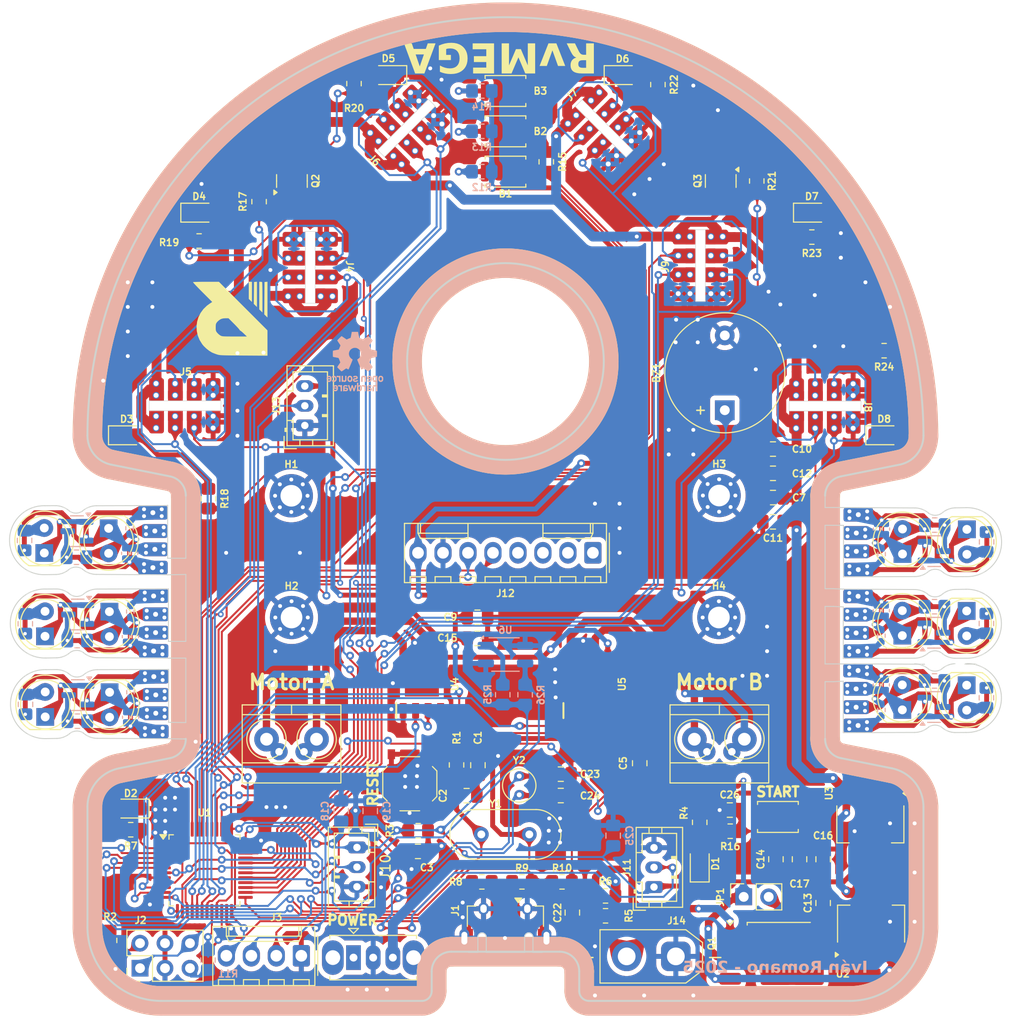
<source format=kicad_pcb>
(kicad_pcb (version 20241229) (generator "pcbnew") (generator_version "9.0")
  (title_block (title "RvMeg - Romano") (date "2025-10-02") (rev "V2.0") (company "Club de Robótica \"2 de Abril\"") (comment 1 "Autor: Iván Romano") (comment 2 "Categoría: Robót Laberinto") (comment 3 "Competencia: Liga Nacional de Robótica") (comment 4 "Ubicación: Lomas de Zamora, Buenos Aires, Argentina") (comment 5 "Contacto: romanoivanelectronica06@gmail.com"))
  (layers (0 "F.Cu" signal) (4 "In1.Cu" signal) (6 "In2.Cu" signal) (2 "B.Cu" signal) (13 "F.Paste" user) (15 "B.Paste" user) (5 "F.SilkS" user "F.Silkscreen") (7 "B.SilkS" user "B.Silkscreen") (1 "F.Mask" user) (3 "B.Mask" user) (25 "Edge.Cuts" user))
  (net 0 "")
  (net 1 "Net-(B1-Pad2)")
  (net 2 "/MENU")
  (net 3 "Net-(B2-Pad2)")
  (net 4 "Net-(B3-Pad2)")
  (net 5 "/BUZZER")
  (net 6 "GND")
  (net 7 "/OSC_OUT")
  (net 8 "Net-(C1-Pad1)")
  (net 9 "/OSC_IN")
  (net 10 "/RESET")
  (net 11 "/BATT")
  (net 12 "+5V")
  (net 13 "+3V3")
  (net 14 "Net-(Q1-G)")
  (net 15 "/LIPO+")
  (net 16 "/PC14_OSC")
  (net 17 "/PC15_OSC")
  (net 18 "/START")
  (net 19 "Net-(D1-A)")
  (net 20 "Net-(D2-A)")
  (net 21 "Net-(D3-A)")
  (net 22 "Net-(D4-A)")
  (net 23 "Net-(D5-A)")
  (net 24 "Net-(D6-A)")
  (net 25 "Net-(D7-A)")
  (net 26 "Net-(D8-A)")
  (net 27 "Net-(J1-D-)")
  (net 28 "Net-(J1-D+)")
  (net 29 "Net-(J2-Pin_2)")
  (net 30 "Net-(J2-Pin_5)")
  (net 31 "/SWDIO")
  (net 32 "/SWDCLK")
  (net 33 "/SENSOR_SL_OUTPUT")
  (net 34 "/SENSOR_SL_INPUT")
  (net 35 "/SENSOR_FL_OUTPUT")
  (net 36 "/SENSOR_FL_INPUT")
  (net 37 "/SENSOR_CL_INPUT")
  (net 38 "/SENSOR_CL_OUTPUT")
  (net 39 "/SENSOR_CR_INPUT")
  (net 40 "/SENSOR_CR_OUTPUT")
  (net 41 "/SENSOR_FR_OUTPUT")
  (net 42 "/SENSOR_FR_INPUT")
  (net 43 "/SENSOR_SR_OUTPUT")
  (net 44 "/SENSOR_SR_INPUT")
  (net 45 "/ENCODER_MotorA")
  (net 46 "/ENCODER_MotorB")
  (net 49 "/SDA_MPU_PIN")
  (net 52 "/SCL_MPU_PIN")
  (net 53 "/PWM_ESC_PIN")
  (net 54 "/QRE_SENSOR_OUTPUT")
  (net 55 "Net-(Q2-B)")
  (net 56 "Net-(Q2-E)")
  (net 57 "Net-(Q3-B)")
  (net 58 "Net-(Q3-E)")
  (net 59 "/BOOT_0")
  (net 60 "/PC13_LED")
  (net 61 "/PA11_USB_D+")
  (net 62 "/PA12_USB_D-")
  (net 63 "/BOOT_1")
  (net 64 "/LEDs_1")
  (net 65 "/LEDs_2")
  (net 66 "/INPUT_MOTOR_A1")
  (net 67 "/INPUT_MOTOR_B2")
  (net 68 "/INPUT_MOTOR_B1")
  (net 69 "/INPUT_MOTOR_A2")
  (net 70 "Net-(SW1-A)")
  (net 72 "Net-(U6-A)")
  (net 73 "Net-(J15-Pin_1)")
  (net 74 "Net-(J15-Pin_2)")
  (net 75 "Net-(J16-Pin_2)")
  (net 76 "Net-(J16-Pin_1)")
  (net 77 "/Sensores/SEN_FRONT_I_CONN")
  (net 78 "/Sensores/EMI_FRONT_I_CONN")
  (net 79 "/Sensores/GND_FI")
  (net 80 "/Sensores/3.3_FI")
  (net 81 "Net-(LED_IR4-A)")
  (net 82 "Net-(LED_IR4-K)")
  (footprint "custom_footprints:ZoroBot3_Sensors" (layer "F.Cu") (at 184.08 112.255 -90)
    (property "Reference" "CONN_SEN_FRONT_I1" (hide yes))
    (property "Value" "Conn_01x04_Socket" (hide yes))
  )
  (footprint "LED_THT:LED_D5.0mm_Clear" (layer "F.Cu") (at 195.294741 103.408439 -90)
    (property "Reference" "LED_IR4" (hide yes))
    (property "Value" "SFH-4550")
  )
  (footprint "Package_TO_SOT_SMD:SOT-23" (layer "F.Cu") (at 126.6875 59.7 90)
    (property "Reference" "Q2")
    (property "Value" "BC848")
  )
  (footprint "MountingHole:MountingHole_2.2mm_M2_Pad_Via" (layer "F.Cu") (at 126.65 104.075)
    (property "Reference" "H2")
    (property "Value" "MountingHole_Pad")
  )
  (footprint "LED_THT:LED_D5.0mm_IRBlack" (layer "F.Cu") (at 108.15 111.675 -90)
    (property "Reference" "Q6" (hide yes))
    (property "Value" "ST-1KL3A")
  )
  (footprint "LED_THT:LED_D5.0mm_Clear" (layer "F.Cu") (at 101.58518 105.986482 90)
    (property "Reference" "LED_IR4" (hide yes))
    (property "Value" "SFH-4550")
  )
  (footprint "Connector_PinSocket_2.54mm:PinSocket_1x02_P2.54mm_Vertical" (layer "F.Cu") (at 172.625 132.475 90)
    (property "Reference" "JP1")
    (property "Value" "Power_Jumper")
  )
  (footprint "LED_THT:LED_D5.0mm_IRBlack" (layer "F.Cu") (at 188.749999 105.914999 90)
    (property "Reference" "Q6" (hide yes))
    (property "Value" "ST-1KL3A")
  )
  (footprint "Resistor_SMD:R_0805_2012Metric_Pad1.20x1.40mm_HandSolder" (layer "F.Cu") (at 150.075 130.95 180)
    (property "Reference" "R9")
    (property "Value" "20")
  )
  (footprint "Capacitor_SMD:C_0805_2012Metric_Pad1.18x1.45mm_HandSolder" (layer "F.Cu") (at 175.6 86.95 180)
    (property "Reference" "C10")
    (property "Value" "10u")
  )
  (footprint "MountingHole:MountingHole_2.2mm_M2_Pad_Via" (layer "F.Cu") (at 170.1 104.075)
    (property "Reference" "H4")
    (property "Value" "MountingHole_Pad")
  )
  (footprint "Resistor_SMD:R_0805_2012Metric_Pad1.20x1.40mm_HandSolder" (layer "F.Cu") (at 171.25 125.8 180)
    (property "Reference" "R16")
    (property "Value" "47k")
  )
  (footprint "Capacitor_SMD:C_0805_2012Metric_Pad1.18x1.45mm_HandSolder" (layer "F.Cu") (at 145.55 106.2)
    (property "Reference" "C15")
    (property "Value" "10u")
  )
  (footprint "EESTN5:BORNERA2_DUO" (layer "F.Cu") (at 126.65 116.45 180)
    (property "Reference" "J15" (hide yes))
    (property "Value" "Motor A")
  )
  (footprint "Resistor_SMD:R_0805_2012Metric_Pad1.20x1.40mm_HandSolder" (layer "F.Cu") (at 143.425 119.0625 90)
    (property "Reference" "R1")
    (property "Value" "1M")
  )
  (footprint "Resistor_SMD:R_0805_2012Metric_Pad1.20x1.40mm_HandSolder" (layer "F.Cu") (at 110.3 125.65 180)
    (property "Reference" "R7")
    (property "Value" "470")
  )
  (footprint "LED_SMD:LED_0805_2012Metric_Pad1.15x1.40mm_HandSolder" (layer "F.Cu") (at 117.252846 62.920268)
    (property "Reference" "D4")
    (property "Value" "LED")
  )
  (footprint "Capacitor_SMD:C_0805_2012Metric_Pad1.18x1.45mm_HandSolder" (layer "F.Cu") (at 171.2125 123.65)
    (property "Reference" "C26")
    (property "Value" "0.1u")
  )
  (footprint "Button_Switch_SMD:SW_Push_1P1T_XKB_TS-1187A" (layer "F.Cu") (at 138.675 120.975 90)
    (property "Reference" "RESET")
    (property "Value" "SW_Push")
  )
  (footprint "Connector_JST:JST_PH_B3B-PH-K_1x03_P2.00mm_Vertical" (layer "F.Cu") (at 163.5 131.475 90)
    (property "Reference" "J11")
    (property "Value" "Encoder B")
  )
  (footprint "Connector_AMASS:AMASS_XT30UPB-F_1x02_P5.0mm_Vertical" (layer "F.Cu") (at 165.725 138.525 180)
    (property "Reference" "J14")
    (property "Value" "POWER")
  )
  (footprint "Capacitor_SMD:C_0805_2012Metric_Pad1.18x1.45mm_HandSolder" (layer "F.Cu") (at 155.2 134.075 90)
    (property "Reference" "C22")
    (property "Value" "1u")
  )
  (footprint "Connector_PinHeader_2.54mm:PinHeader_2x03_P2.54mm_Vertical" (layer "F.Cu") (at 111.242585 139.727074 90)
    (property "Reference" "J2")
    (property "Value" "Boot_Jumper")
  )
  (footprint "Capacitor_SMD:C_0805_2012Metric_Pad1.18x1.45mm_HandSolder" (layer "F.Cu") (at 145.6 119.0875 90)
    (property "Reference" "C1")
    (property "Value" "20p")
  )
  (footprint "LED_THT:LED_D5.0mm_Clear" (layer "F.Cu") (at 195.294741 110.958439 -90)
    (property "Reference" "LED_IR4" (hide yes))
    (property "Value" "SFH-4550")
  )
  (footprint "MacroLib:SOIC127P600X170-9N" (layer "F.Cu") (at 139.9 110.825 90)
    (property "Reference" "U4")
    (property "Value" "TB67H450FNG_A" (hide yes))
  )
  (footprint "Capacitor_SMD:C_0805_2012Metric_Pad1.18x1.45mm_HandSolder" (layer "F.Cu") (at 145.55 104.05)
    (property "Reference" "C9")
    (property "Value" "100n")
  )
  (footprint "MountingHole:MountingHole_2.2mm_M2_Pad_Via" (layer "F.Cu") (at 170.125 91.675)
    (property "Reference" "H3")
    (property "Value" "MountingHole_Pad")
  )
  (footprint "Resistor_SMD:R_0805_2012Metric_Pad1.20x1.40mm_HandSolder" (layer "F.Cu") (at 133 49.8 -90)
    (property "Reference" "R20")
    (property "Value" "100")
  )
  (footprint "EESTN5:BORNERA2_DUO" (layer "F.Cu") (at 170.15 116.45 180)
    (property "Reference" "J16" (hide yes))
    (property "Value" "Motor B")
  )
  (footprint "Capacitor_SMD:C_0805_2012Metric_Pad1.18x1.45mm_HandSolder" (layer "F.Cu") (at 144.45 122.1875 180)
    (property "Reference" "C2")
    (property "Value" "20p")
  )
  (footprint "custom_footprints:ZoroBot3_Sensors" (layer "F.Cu") (at 112.725 96.220333 90)
    (property "Reference" "CONN_SEN_FRONT_I1" (hide yes))
    (property "Value" "Conn_01x04_Socket" (hide yes))
  )
  (footprint "LED_SMD:LED_0805_2012Metric_Pad1.15x1.40mm_HandSolder" (layer "F.Cu") (at 110.3 123.5 180)
    (property "Reference" "D2")
    (property "Value" "LED")
  )
  (footprint "Buzzer_Beeper:Buzzer_12x9.5RM7.6" (layer "F.Cu") (at 170.7 83 90)
    (property "Reference" "BZ1")
    (property "Value" "Buzzer")
  )
  (footprint "Logo Romano:conn_01x04_cut" (layer "F.Cu") (at 128.55 68.375 -90)
    (property "Reference" "J4")
    (property "Value" "Side Left")
    (fp_poly (pts (xy -3.550002 -0.500001) (xy 3.75 -0.499999) (xy 3.749999 0.500002) (xy -3.549999 0.5)) (stroke (width 0.05)) (fill no) (layer "Edge.Cuts"))
  )
  (footprint "MacroLib:SOIC127P600X170-9N" (layer "F.Cu") (at 156.9 110.825 90)
    (property "Reference" "U5")
    (property "Value" "TB67H450FNG_B" (hide yes))
  )
  (footprint "LED_SMD:LED_0805_2012Metric_Pad1.15x1.40mm_HandSolder" (layer "F.Cu") (at 186.9 85.55)
    (property "Reference" "D8")
    (property "Value" "LED")
  )
  (footprint "Logo Romano:Logo_Romano_FSilkscreen_25x16" (layer "F.Cu") (at 120.4 73.7 180)
    (property "Reference" "G***" (hide yes))
    (property "Value" "LOGO" (hide yes))
  )
  (footprint "Capacitor_SMD:C_0805_2012Metric_Pad1.18x1.45mm_HandSolder" (layer "F.Cu") (at 162.05 118.8875 90)
    (property "Reference" "C5")
    (property "Value" "100n")
  )
  (footprint "Package_TO_SOT_SMD:SOT-223-3_TabPin2" (layer "F.Cu") (at 185.575 135.225 90)
    (property "Reference" "U2")
    (property "Value" "AMS1117-5.0")
  )
  (footprint "Capacitor_SMD:C_0805_2012Metric_Pad1.18x1.45mm_HandSolder" (layer "F.Cu") (at 175.6 89.416667 180)
    (property "Reference" "C12")
    (property "Value" "10u")
  )
  (footprint "Resistor_SMD:R_0805_2012Metric_Pad1.20x1.40mm_HandSolder" (layer "F.Cu") (at 118.2 92 -90)
    (property "Reference" "R18")
    (property "Value" "100")
  )
  (footprint "Capacitor_SMD:C_0805_2012Metric_Pad1.18x1.45mm_HandSolder" (layer "F.Cu") (at 180.7 128.65 90)
    (property "Reference" "C16")
    (property "Value" "100n")
  )
  (footprint "LED_SMD:LED_0805_2012Metric_Pad1.15x1.40mm_HandSolder" (layer "F.Cu") (at 160.297155 48.934324)
    (property "Reference" "D6")
    (property "Value" "LED")
  )
  (footprint "Capacitor_SMD:C_0805_2012Metric_Pad1.18x1.45mm_HandSolder" (layer "F.Cu") (at 175.9 128.65 90)
    (property "Reference" "C14")
    (property "Value" "10u")
  )
  (footprint "Package_TO_SOT_SMD:SOT-23" (layer "F.Cu") (at 170.2875 59.7 -90)
    (property "Reference" "Q3")
    (property "Value" "BC848")
  )
  (footprint "Capacitor_SMD:C_0805_2012Metric_Pad1.18x1.45mm_HandSolder" (layer "F.Cu") (at 180.7 133.1 -90)
    (property "Reference" "C13")
    (property "Value" "10u")
  )
  (footprint "Connector_Molex:Molex_KK-254_AE-6410-08A_1x08_P2.54mm_Vertical" (layer "F.Cu") (at 157.29 97.496773 180)
    (property "Reference" "J12")
    (property "Value" "MPU6050")
  )
  (footprint "LED_SMD:LED_0805_2012Metric_Pad1.15x1.40mm_HandSolder" (layer "F.Cu") (at 168.15 129.1 90)
    (property "Reference" "D1")
    (property "Value" "LED")
  )
  (footprint "Package_TO_SOT_SMD:TO-252-3_TabPin2" (layer "F.Cu") (at 176.29 138.5225)
    (property "Reference" "Q1")
    (property "Value" "IRF4905")
  )
  (footprint "Resistor_SMD:R_0805_2012Metric_Pad1.20x1.40mm_HandSolder" (layer "F.Cu") (at 108.15 136.9 -90)
    (property "Reference" "R2")
    (property "Value" "100k")
  )
  (footprint "Logo Romano:conn_01x04_cut" (layer "F.Cu") (at 168.224999 68.399999 90)
    (property "Reference" "J9")
    (property "Value" "Side Right")
    (fp_poly (pts (xy -3.550002 -0.500001) (xy 3.75 -0.499999) (xy 3.749999 0.500002) (xy -3.549999 0.5)) (stroke (width 0.05)) (fill no) (layer "Edge.Cuts"))
  )
  (footprint "Resistor_SMD:R_0805_2012Metric_Pad1.20x1.40mm_HandSolder" (layer "F.Cu") (at 158.575 134.4 180)
    (property "Reference" "R5")
    (property "Value" "10k")
  )
  (footprint "LED_SMD:LED_0805_2012Metric_Pad1.15x1.40mm_HandSolder" (layer "F.Cu") (at 109.9 85.5525)
    (property "Reference" "D3")
    (property "Value" "LED")
  )
  (footprint "Resistor_SMD:R_0805_2012Metric_Pad1.20x1.40mm_HandSolder" (layer "F.Cu") (at 163.9 49.9 -90)
    (property "Reference" "R22")
    (property "Value" "100")
  )
  (footprint "Resistor_SMD:R_0805_2012Metric_Pad1.20x1.40mm_HandSolder" (layer "F.Cu") (at 168.15 124.9 -90)
    (property "Reference" "R4")
    (property "Value" "470")
  )
  (footprint "Capacitor_SMD:C_0805_2012Metric_Pad1.18x1.45mm_HandSolder" (layer "F.Cu") (at 154.025 120 180)
    (property "Reference" "C23")
    (property "Value" "20p")
  )
  (footprint "LED_THT:LED_D5.0mm_IRBlack" (layer "F.Cu") (at 108.129922 103.479922 -90)
    (property "Reference" "Q6" (hide yes))
    (property "Value" "ST-1KL3A")
  )
  (footprint "Button_Switch_SMD:SW_Push_SPST_NO_Alps_SKRK" (layer "F.Cu") (at 148.4 50.55 180)
    (property "Reference" "B3")
    (property "Value" "SW_Push")
  )
  (footprint "Resistor_SMD:R_0805_2012Metric_Pad1.20x1.40mm_HandSolder" (layer "F.Cu") (at 179.55 65.4 180)
    (property "Reference" "R23")
    (property "Value" "100")
  )
  (footprint "LED_THT:LED_D5.0mm_IRBlack" (layer "F.Cu") (at 188.770077 97.620077 90)
    (property "Reference" "Q6" (hide yes))
    (property "Value" "ST-1KL3A")
  )
  (footprint "Connector_USB:USB_Micro-AB_Molex_47590-0001" (layer "F.Cu") (at 148.395 137.025)
    (property "Reference" "J1")
    (property "Value" "USB_B_Micro")
    (fp_line (start -3.75 1.1) (end -2.8 1.1) (stroke (width 0.1)) (layer "Edge.Cuts"))
    (fp_line (start -2.8 -0.475) (end -2.8 1.1) (stroke (width 0.1)) (layer "Edge.Cuts"))
    (fp_line (start -1.95 -0.475) (end -1.95 1.1) (stroke (width 0.1)) (layer "Edge.Cuts"))
    (fp_line (start -1.95 1.1) (end 1.95 1.1) (stroke (width 0.1)) (layer "Edge.Cuts"))
    (fp_line (start 1.95 -0.475) (end 1.95 1.1) (stroke (width 0.1)) (layer "Edge.Cuts"))
    (fp_line (start 2.8 -0.475) (end 2.8 1.1) (stroke (width 0.1)) (layer "Edge.Cuts"))
    (fp_line (start 2.8 1.1) (end 3.75 1.1) (stroke (width 0.1)) (layer "Edge.Cuts"))
    (fp_arc (start -2.8 -0.475) (mid -2.375 -0.9) (end -1.95 -0.475) (stroke (width 0.1)) (layer "Edge.Cuts"))
    (fp_arc (start 1.95 -0.475) (mid 2.375 -0.9) (end 2.8 -0.475) (stroke (width 0.1)) (layer "Edge.Cuts"))
  )
  (footprint "Resistor_SMD:R_0805_2012Metric_Pad1.20x1.40mm_HandSolder" (layer "F.Cu") (at 146 130.95 180)
    (property "Reference" "R8")
    (property "Value" "20")
  )
  (footprint "Package_QFP:LQFP-48_7x7mm_P0.5mm" (layer "F.Cu") (at 117.8 129.775)
    (property "Reference" "U1")
    (property "Value" "STM32F103C8Tx")
  )
  (footprint "Button_Switch_SMD:SW_Push_SPST_NO_Alps_SKRK" (layer "F.Cu") (at 176.1 124.35 180)
    (property "Reference" "START")
    (property "Value" "SW_Push")
  )
  (footprint "Logo Romano:conn_01x04_cut" (layer "F.Cu") (at 138.4 54.25 -135)
    (property "Reference" "J6")
    (property "Value" "Cornner Left")
    (fp_poly (pts (xy -3.550002 -0.500002) (xy 3.75 -0.499999) (xy 3.749999 0.500002) (xy -3.549999 0.5)) (stroke (width 0.05)) (fill no) (layer "Edge.Cuts"))
  )
  (footprint "Connector_JST:JST_PH_B3B-PH-K_1x03_P2.00mm_Vertical" (layer "F.Cu") (at 133.3 127.45 -90)
    (property "Reference" "J10")
    (property "Value" "Encoder A")
  )
  (footprint "Capacitor_SMD:C_0805_2012Metric_Pad1.18x1.45mm_HandSolder" (layer "F.Cu") (at 139.5 127.85)
    (property "Reference" "C3")
    (property "Value" "0.1u")
  )
  (footprint "LED_THT:LED_D5.0mm_Clear" (layer "F.Cu") (at 101.605258 114.18156 90)
    (property "Reference" "LED_IR4" (hide yes))
    (property "Value" "SFH-4550")
  )
  (footprint "MountingHole:MountingHole_2.2mm_M2_Pad_Via" (layer "F.Cu") (at 126.625 91.7)
    (property "Reference" "H1")
    (property "Value" "MountingHole_Pad")
  )
  (footprint "LED_THT:LED_D5.0mm_IRBlack" (layer "F.Cu") (at 108.055001 95.010334 -90)
    (property "Reference" "Q6" (hide yes))
    (property "Value" "ST-1KL3A")
  )
  (footprint "Logo Romano:conn_01x04_cut" (layer "F.Cu") (at 180.999999 82.575002 180)
    (property "Reference" "J8")
    (property "Value" "Front Right")
    (fp_poly (pts (xy -3.550002 -0.500001) (xy 3.75 -0.499999) (xy 3.749999 0.500002) (xy -3.549999 0.5)) (stroke (width 0.05)) (fill no) (layer "Edge.Cuts"))
  )
  (footprint "Connector_JST:JST_PH_B3B-PH-K_1x03_P2.00mm_Vertical" (layer "F.Cu") (at 127.999998 84.549998 90)
    (property "Reference" "J13")
    (property "Value" "ESC")
  )
  (footprint "custom_footprints:ZoroBot3_Sensors" (layer "F.Cu") (at 184.08 104.705 -90)
    (property "Reference" "CONN_SEN_FRONT_I1" (hide yes))
    (property "Value" "Conn_01x04_Socket" (hide yes))
  )
  (footprint "Button_Switch_THT:SW_Slide_SPDT_Straight_CK_OS102011MS2Q" (layer "F.Cu") (at 132.95 138.65)
    (property "Reference" "POWER")
    (property "Value" "ON")
  )
  (footprint "LED_THT:LED_D5.0mm_IRBlack" (layer "F.Cu") (at 188.749999 113.464999 90)
    (property "Reference" "Q6" (hide yes))
    (property "Value" "ST-1KL3A")
  )
  (footprint "custom_footprints:ZoroBot3_Sensors" (layer "F.Cu") (at 112.799921 104.689921 90)
    (property "Reference" "CONN_SEN_FRONT_I1" (hide yes))
    (property "Value" "Conn_01x04_Socket" (hide yes))
  )
  (footprint "Resistor_SMD:R_0805_2012Metric_Pad1.20x1.40mm_HandSolder" (layer "F.Cu") (at 158.575 132.375 180)
    (property "Reference" "R6")
    (property "Value" "1k")
  )
  (footprint "Resistor_SMD:R_0805_2012Metric_Pad1.20x1.40mm_HandSolder" (layer "F.Cu") (at 173.95 59.7 90)
    (property "Reference" "R21")
    (property "Value" "100")
  )
  (footprint "LED_SMD:LED_0805_2012Metric_Pad1.15x1.40mm_HandSolder" (layer "F.Cu") (at 179.547155 62.920268)
    (property "Reference" "D7")
    (property "Value" "LED")
  )
  (footprint "LED_THT:LED_D5.0mm_Clear" (layer "F.Cu") (at 101.510259 97.516894 90)
    (property "Reference" "LED_IR4" (hide yes))
    (property "Value" "SFH-4550")
  )
  (footprint "Capacitor_SMD:C_0805_2012Metric_Pad1.18x1.45mm_HandSolder" (layer "F.Cu") (at 154.025 122.175 180)
    (property "Reference" "C24")
    (property "Value" "20p")
  )
  (footprint "Resistor_SMD:R_0805_2012Metric_Pad1.20x1.40mm_HandSolder" (layer "F.Cu") (at 139.525 125.75 180)
    (property "Reference" "R3")
    (property "Value" "47k")
  )
  (footprint "Resistor_SMD:R_0805_2012Metric_Pad1.20x1.40mm_HandSolder" (layer "F.Cu") (at 117.25 65.8 180)
    (property "Reference" "R19")
    (property "Value" "100")
  )
  (footprint "LED_SMD:LED_0805_2012Metric_Pad1.15x1.40mm_HandSolder" (layer "F.Cu") (at 136.502846 48.934324 180)
    (property "Reference" "D5")
    (property "Value" "LED")
  )
  (footprint "Button_Switch_SMD:SW_Push_SPST_NO_Alps_SKRK" (layer "F.Cu") (at 148.4 58.75 180)
    (property "Reference" "B1")
    (property "Value" "SW_Push")
  )
  (footprint "Resistor_SMD:R_0805_2012Metric_Pad1.20x1.40mm_HandSolder" (layer "F.Cu") (at 123.35 61.8 90)
    (property "Reference" "R17")
    (property "Value" "100")
  )
  (footprint "Capacitor_SMD:C_0805_2012Metric_Pad1.18x1.45mm_HandSolder" (layer "F.Cu") (at 175.6 94.35 180)
    (property "Reference" "C11")
    (property "Value" "10u")
  )
  (footprint "Capacitor_SMD:C_0805_2012Metric_Pad1.18x1.45mm_HandSolder" (layer "F.Cu") (at 175.6 91.883333 180)
    (property "Reference" "C7")
    (property "Value" "100n")
  )
  (footprint "Button_Switch_SMD:SW_Push_SPST_NO_Alps_SKRK" (layer "F.Cu") (at 148.4 54.65 180)
    (property "Reference" "B2")
    (property "Value" "SW_Push")
  )
  (footprint "custom_footprints:ZoroBot3_Sensors" (layer "F.Cu") (at 112.819999 112.884999 90)
    (property "Reference" "CONN_SEN_FRONT_I1" (hide yes))
    (property "Value" "Conn_01x04_Socket" (hide yes))
  )
  (footprint "Resistor_SMD:R_0805_2012Metric_Pad1.20x1.40mm_HandSolder" (layer "F.Cu") (at 154.15 130.95 180)
    (property "Reference" "R10")
    (property "Value" "4.7k")
  )
  (footprint "Package_TO_SOT_SMD:SOT-223-3_TabPin2" (layer "F.Cu") (at 185.5 125.075 -90)
    (property "Reference" "U3")
    (property "Value" "AMS1117-3.3")
  )
  (footprint "custom_footprints:ZoroBot3_Sensors" (layer "F.Cu") (at 184.100078 96.410078 -90)
    (property "Reference" "CONN_SEN_FRONT_I1" (hide yes))
    (property "Value" "Conn_01x04_Socket" (hide yes))
  )
  (footprint "Logo Romano:conn_01x04_cut" (layer "F.Cu") (at 158.499921 54.426772 135)
    (property "Reference" "J7")
    (property "Value" "Cornner Right")
    (fp_poly (pts (xy -3.550002 -0.500002) (xy 3.75 -0.499999) (xy 3.749999 0.500002) (xy -3.549999 0.5)) (stroke (width 0.05)) (fill no) (layer "Edge.Cuts"))
  )
  (footprint "Resistor_SMD:R_0805_2012Metric_Pad1.20x1.40mm_HandSolder" (layer "F.Cu") (at 152.55 57.75 -90)
    (property "Reference" "R15")
    (property "Value" "47k")
  )
  (footprint "Resistor_SMD:R_0805_2012Metric_Pad1.20x1.40mm_HandSolder" (layer "F.Cu") (at 186.9 76.95 180)
    (property "Reference" "R24")
    (property "Value" "100")
  )
  (footprint "Crystal:Crystal_HC49-U_Vertical" (layer "F.Cu") (at 145.945 126.125)
    (property "Reference" "Y1")
    (property "Value" "8Mhz")
  )
  (footprint "Connector_Molex:Molex_KK-254_AE-6410-04A_1x04_P2.54mm_Vertical" (layer "F.Cu") (at 127.642044 138.461421 180)
    (property "Reference" "J3")
    (property "Value" "J-Link")
  )
  (footprint "Capacitor_SMD:C_0805_2012Metric_Pad1.18x1.45mm_HandSolder" (layer "F.Cu") (at 178.3 128.65 90)
    (property "Reference" "C17")
    (property "Value" "100n")
  )
  (footprint "LED_THT:LED_D5.0mm_Clear" (layer "F.Cu") (at 195.314819 95.113517 -90)
    (property "Reference" "LED_IR4" (hide yes))
    (property "Value" "SFH-4550")
  )
  (footprint "Crystal:Crystal_C38-LF_D3.0mm_L8.0mm_Vertical" (layer "F.Cu") (at 149.8 120.2 -90)
    (property "Reference" "Y2")
    (property "Value" "32khz")
  )
  (footprint "Logo Romano:conn_01x04_cut" (layer "F.Cu") (at 115.925 82.55 180)
    (property "Reference" "J5")
    (property "Value" "Front Left")
    (fp_poly (pts (xy -3.550002 -0.500001) (xy 3.75 -0.499999) (xy 3.749999 0.500002) (xy -3.549999 0.5)) (stroke (width 0.05)) (fill no) (layer "Edge.Cuts"))
  )
  (footprint "Capacitor_SMD:C_0402_1005Metric_Pad0.74x0.62mm_HandSolder" (layer "B.Cu") (at 110.749999 114.214999 -90)
    (property "Reference" "CS8" (hide yes))
    (property "Value" "0.1uF")
  )
  (footprint "Capacitor_SMD:C_0402_1005Metric_Pad0.74x0.62mm_HandSolder" (layer "B.Cu") (at 187.075 103.374999 90)
    (property "Reference" "CS7" (hide yes))
    (property "Value" "10uF")
  )
  (footprint "Capacitor_SMD:C_0402_1005Metric_Pad0.74x0.62mm_HandSolder" (layer "B.Cu") (at 186.170078 95.080078 90)
    (property "Reference" "CS8" (hide yes))
    (property "Value" "0.1uF")
  )
  (footprint "Capacitor_SMD:C_0402_1005Metric_Pad0.74x0.62mm_HandSolder" (layer "B.Cu") (at 109.824999 114.215 -90)
    (property "Reference" "CS7" (hide yes))
    (property "Value" "10uF")
  )
  (footprint "Resistor_SMD:R_0805_2012Metric_Pad1.20x1.40mm_HandSolder" (layer "B.Cu") (at 104.854923 106.419922 180)
    (property "Reference" "RS10" (hide yes))
    (property "Value" "6.8K")
  )
  (footprint "Resistor_SMD:R_0805_2012Metric_Pad1.20x1.40mm_HandSolder" (layer "B.Cu") (at 99.505 96.241895 90)
    (property "Reference" "RS8" (hide yes))
    (property "Value" "150")
  )
  (footprint "Capacitor_SMD:C_0402_1005Metric_Pad0.74x0.62mm_HandSolder" (layer "B.Cu") (at 109.73 97.550334 -90)
    (property "Reference" "CS7" (hide yes))
    (property "Value" "10uF")
  )
  (footprint "Package_TO_SOT_SMD:SOT-23" (layer "B.Cu") (at 191.995078 97.330078)
    (property "Reference" "MOSFET-N4" (hide yes))
    (property "Value" "AO3400 (A09T)")
  )
  (footprint "Capacitor_SMD:C_0402_1005Metric_Pad0.74x0.62mm_HandSolder" (layer "B.Cu") (at 186.15 110.925 90)
    (property "Reference" "CS8" (hide yes))
    (property "Value" "0.1uF")
  )
  (footprint "Resistor_SMD:R_0402_1005Metric_Pad0.72x0.64mm_HandSolder" (layer "B.Cu") (at 186.625 113.475 90)
    (property "Reference" "RS12" (hide yes))
    (property "Value" "47K")
  )
  (footprint "Resistor_SMD:R_0805_2012Metric_Pad1.20x1.40mm_HandSolder" (layer "B.Cu") (at 118.15 138.9 90)
    (property "Reference" "R11")
    (property "Value" "100k")
  )
  (footprint "Resistor_SMD:R_0402_1005Metric_Pad0.72x0.64mm_HandSolder" (layer "B.Cu") (at 110.254921 103.469921 -90)
    (property "Reference" "RS12" (hide yes))
    (property "Value" "47K")
  )
  (footprint "Symbol:OSHW-Logo_5.7x6mm_SilkScreen" (layer "B.Cu") (at 133.1 78.05 180)
    (property "Reference" "REF**" (hide yes))
    (property "Value" "OSHW-Logo_5.7x6mm_SilkScreen" (hide yes))
  )
  (footprint "Resistor_SMD:R_0805_2012Metric_Pad1.20x1.40mm_HandSolder" (layer "B.Cu") (at 148.125 111.925 90)
    (property "Reference" "R25")
    (property "Value" "100")
  )
  (footprint "Resistor_SMD:R_0805_2012Metric_Pad1.20x1.40mm_HandSolder" (layer "B.Cu") (at 192.045076 94.680077)
    (property "Reference" "RS10" (hide yes))
    (property "Value" "6.8K")
  )
  (footprint "Resistor_SMD:R_0805_2012Metric_Pad1.20x1.40mm_HandSolder" (layer "B.Cu") (at 104.875001 114.615 180)
    (property "Reference" "RS10" (hide yes))
    (property "Value" "6.8K")
  )
  (footprint "Resistor_SMD:R_0805_2012Metric_Pad1.20x1.40mm_HandSolder" (layer "B.Cu") (at 99.579921 104.711483 90)
    (property "Reference" "RS8" (hide yes))
    (property "Value" "150")
  )
  (footprint "Capacitor_SMD:C_0805_2012Metric_Pad1.18x1.45mm_HandSolder" (layer "B.Cu") (at 159.35 126.25 90)
    (property "Reference" "C25")
    (property "Value" "104u")
  )
  (footprint "Resistor_SMD:R_0805_2012Metric_Pad1.20x1.40mm_HandSolder" (layer "B.Cu") (at 146 58.75)
    (property "Reference" "R12")
    (property "Value" "100k")
  )
  (footprint "Resistor_SMD:R_0805_2012Metric_Pad1.20x1.40mm_HandSolder" (layer "B.Cu") (at 192.024998 110.524999)
    (property "Reference" "RS10" (hide yes))
    (property "Value" "6.8K")
  )
  (footprint "Resistor_SMD:R_0805_2012Metric_Pad1.20x1.40mm_HandSolder" (layer "B.Cu") (at 197.3 112.233438 -90)
    (property "Reference" "RS8" (hide yes))
    (property "Value" "150")
  )
  (footprint "Capacitor_SMD:C_0402_1005Metric_Pad0.74x0.62mm_HandSolder" (layer "B.Cu") (at 110.655 97.550333 -90)
    (property "Reference" "CS8" (hide yes))
    (property "Value" "0.1uF")
  )
  (footprint "Capacitor_SMD:C_0805_2012Metric_Pad1.18x1.45mm_HandSolder" (layer "B.Cu") (at 134.65 123.75 90)
    (property "Reference" "C19")
    (property "Value" "1u")
  )
  (footprint "Package_TO_SOT_SMD:SOT-23" (layer "B.Cu") (at 104.924999 111.964999 180)
    (property "Reference" "MOSFET-N4" (hide yes))
    (property "Value" "AO3400 (A09T)")
  )
  (footprint "Capacitor_SMD:C_0805_2012Metric_Pad1.18x1.45mm_HandSolder" (layer "B.Cu") (at 131.7 123.75 90)
    (property "Reference" "C18")
    (property "Value" "1u")
  )
  (footprint "Capacitor_SMD:C_0402_1005Metric_Pad0.74x0.62mm_HandSolder" (layer "B.Cu") (at 187.075 110.924999 90)
    (property "Reference" "CS7" (hide yes))
    (property "Value" "10uF")
  )
  (footprint "Package_TO_SOT_SMD:SOT-23" (layer "B.Cu") (at 191.975 105.625)
    (property "Reference" "MOSFET-N4" (hide yes))
    (property "Value" "AO3400 (A09T)")
  )
  (footprint "Package_TO_SOT_SMD:SOT-23" (layer "B.Cu") (at 191.975 113.175)
    (property "Reference" "MOSFET-N4" (hide yes))
    (property "Value" "AO3400 (A09T)")
  )
  (footprint "Resistor_SMD:R_0402_1005Metric_Pad0.72x0.64mm_HandSolder" (layer "B.Cu") (at 186.645078 97.630078 90)
    (property "Reference" "RS12" (hide yes))
    (property "Value" "47K")
  )
  (footprint "Resistor_SMD:R_0805_2012Metric_Pad1.20x1.40mm_HandSolder" (layer "B.Cu") (at 146 54.65)
    (property "Reference" "R13")
    (property "Value" "27k")
  )
  (footprint "Package_TO_SOT_SMD:SOT-23" (layer "B.Cu") (at 104.904921 103.769921 180)
    (property "Reference" "MOSFET-N4" (hide yes))
    (property "Value" "AO3400 (A09T)")
  )
  (footprint "Resistor_SMD:R_0805_2012Metric_Pad1.20x1.40mm_HandSolder" (layer "B.Cu") (at 104.780002 97.950334 180)
    (property "Reference" "RS10" (hide yes))
    (property "Value" "6.8K")
  )
  (footprint "Resistor_SMD:R_0402_1005Metric_Pad0.72x0.64mm_HandSolder" (layer "B.Cu") (at 110.18 95.000333 -90)
    (property "Reference" "RS12" (hide yes))
    (property "Value" "47K")
  )
  (footprint "Resistor_SMD:R_0805_2012Metric_Pad1.20x1.40mm_HandSolder" (layer "B.Cu") (at 99.599999 112.906561 90)
    (property "Reference" "RS8" (hide yes))
    (property "Value" "150")
  )
  (footprint "Package_TO_SOT_SMD:SOT-23" (layer "B.Cu") (at 104.83 95.300333 180)
    (property "Reference" "MOSFET-N4" (hide yes))
    (property "Value" "AO3400 (A09T)")
  )
  (footprint "Resistor_SMD:R_0805_2012Metric_Pad1.20x1.40mm_HandSolder" (layer "B.Cu") (at 197.320078 96.388516 -90)
    (property "Reference" "RS8" (hide yes))
    (property "Value" "150")
  )
  (footprint "Capacitor_SMD:C_0402_1005Metric_Pad0.74x0.62mm_HandSolder" (layer "B.Cu") (at 109.804921 106.019922 -90)
    (property "Reference" "CS7" (hide yes))
    (property "Value" "10uF")
  )
  (footprint "Resistor_SMD:R_0402_1005Metric_Pad0.72x0.64mm_HandSolder" (layer "B.Cu") (at 186.625 105.925 90)
    (property "Reference" "RS12" (hide yes))
    (property "Value" "47K")
  )
  (footprint "Capacitor_SMD:C_0402_1005Metric_Pad0.74x0.62mm_HandSolder" (layer "B.Cu") (at 110.729921 106.019921 -90)
    (property "Reference" "CS8" (hide yes))
    (property "Value" "0.1uF")
  )
  (footprint "Resistor_SMD:R_0805_2012Metric_Pad1.20x1.40mm_HandSolder" (layer "B.Cu") (at 146 50.55)
    (property "Reference" "R14")
    (property "Value" "1k")
  )
  (footprint "Resistor_SMD:R_0805_2012Metric_Pad1.20x1.40mm_HandSolder" (layer "B.Cu") (at 197.3 104.683438 -90)
    (property "Reference" "RS8" (hide yes))
    (property "Value" "150")
  )
  (footprint "OptoDevice:OnSemi_CASE100CY" (layer "B.Cu") (at 148.4 107.8375 -90)
    (property "Reference" "U6")
    (property "Value" "QRE1113GR")
  )
  (footprint "Resistor_SMD:R_0805_2012Metric_Pad1.20x1.40mm_HandSolder" (layer "B.Cu") (at 150.4 111.925 -90)
    (property "Reference" "R26")
    (property "Value" "10k")
  )
  (footprint "Capacitor_SMD:C_0402_1005Metric_Pad0.74x0.62mm_HandSolder" (layer "B.Cu") (at 187.095078 95.080077 90)
    (property "Reference" "CS7" (hide yes))
    (property "Value" "10uF")
  )
  (footprint "Resistor_SMD:R_0402_1005Metric_Pad0.72x0.64mm_HandSolder" (layer "B.Cu") (at 110.274999 111.664999 -90)
    (property "Reference" "RS12" (hide yes))
    (property "Value" "47K")
  )
  (footprint "Resistor_SMD:R_0805_2012Metric_Pad1.20x1.40mm_HandSolder" (layer "B.Cu") (at 192.024998 102.974999)
    (property "Reference" "RS10" (hide yes))
    (property "Value" "6.8K")
  )
  (footprint "Capacitor_SMD:C_0402_1005Metric_Pad0.74x0.62mm_HandSolder" (layer "B.Cu") (at 186.15 103.375 90)
    (property "Reference" "CS8" (hide yes))
    (property "Value" "0.1uF")
  )
  (gr_line (start 114.292233 118.371553) (end 114.292233 118.371554) (stroke (width 0.2)) (layer "F.SilkS"))
  (gr_arc (start 113.4 143.05) (mid 108.096699 140.853301) (end 105.9 135.549999) (stroke (width 3)) (layer "F.SilkS"))
  (gr_line (start 115.9 91.689607) (end 115.9 116.410393) (stroke (width 3)) (layer "F.SilkS"))
  (gr_arc (start 140.9 140.049995) (mid 141.485786 138.635784) (end 142.899996 138.05) (stroke (width 3)) (layer "F.SilkS"))
  (gr_line (start 105.9 135.549999) (end 105.9 123.329217) (stroke (width 3)) (layer "F.SilkS"))
  (gr_line (start 114.292234 89.728446) (end 108.311652 88.53233) (stroke (width 3)) (layer "F.SilkS"))
  (gr_line (start 108.311652 88.532329) (end 108.311652 88.53233) (stroke (width 0.2)) (layer "F.SilkS"))
  (gr_line (start 182.507739 89.728452) (end 188.498786 88.530243) (stroke (width 3)) (layer "F.SilkS"))
  (gr_line (start 113.4 143.05) (end 139.899997 143.05) (stroke (width 3)) (layer "F.SilkS"))
  (gr_line (start 155.9 140.05) (end 155.9 142.05) (stroke (width 3)) (layer "F.SilkS"))
  (gr_line (start 140.9 142.049996) (end 140.9 140.049995) (stroke (width 3)) (layer "F.SilkS"))
  (gr_circle (center 148.4 78.05) (end 158.4 78.05) (stroke (width 3)) (fill no) (layer "F.SilkS"))
  (gr_line (start 142.899996 138.05) (end 153.900004 138.05) (stroke (width 3)) (layer "F.SilkS"))
  (gr_arc (start 114.292234 89.728446) (mid 115.446685 90.42163) (end 115.9 91.689607) (stroke (width 3)) (layer "F.SilkS"))
  (gr_arc (start 140.9 142.049996) (mid 140.607106 142.757105) (end 139.899997 143.05) (stroke (width 3)) (layer "F.SilkS"))
  (gr_line (start 105.9 85.55) (end 105.9 85.590587) (stroke (width 0.2)) (layer "F.SilkS"))
  (gr_arc (start 156.899964 143.05) (mid 156.192863 142.757121) (end 155.9 142.05) (stroke (width 3)) (layer "F.SilkS"))
  (gr_arc (start 190.9 85.590579) (mid 190.220026 87.492559) (end 188.498786 88.530243) (stroke (width 3)) (layer "F.SilkS"))
  (gr_line (start 190.9 135.549999) (end 190.9 123.329216) (stroke (width 3)) (layer "F.SilkS"))
  (gr_line (start 156.899964 143.05) (end 183.399994 143.05) (stroke (width 3)) (layer "F.SilkS"))
  (gr_arc (start 108.311652 88.532329) (mid 106.579974 87.492555) (end 105.9 85.590587) (stroke (width 3)) (layer "F.SilkS"))
  (gr_line (start 109.115536 119.406893) (end 114.292233 118.371554) (stroke (width 3)) (layer "F.SilkS"))
  (gr_arc (start 180.9 91.689579) (mid 181.353308 90.421624) (end 182.507739 89.728452) (stroke (width 3)) (layer "F.SilkS"))
  (gr_arc (start 105.9 123.329217) (mid 106.806632 120.79326) (end 109.115536 119.406893) (stroke (width 3)) (layer "F.SilkS"))
  (gr_arc (start 182.507654 118.371531) (mid 181.353291 117.678381) (end 180.9 116.400682) (stroke (width 3)) (layer "F.SilkS"))
  (gr_arc (start 190.9 135.549999) (mid 188.7033 140.853299) (end 183.399994 143.05) (stroke (width 3)) (layer "F.SilkS"))
  (gr_line (start 187.684423 119.406885) (end 182.507654 118.371531) (stroke (width 3)) (layer "F.SilkS"))
  (gr_line (start 190.9 85.55) (end 190.9 85.590579) (stroke (width 0.2)) (layer "F.SilkS"))
  (gr_line (start 180.9 116.400682) (end 180.9 91.689579) (stroke (width 3)) (layer "F.SilkS"))
  (gr_arc (start 187.684423 119.406885) (mid 189.993372 120.793259) (end 190.9 123.329216) (stroke (width 3)) (layer "F.SilkS"))
  (gr_arc (start 153.900004 138.05) (mid 155.314216 138.635785) (end 155.9 140.05) (stroke (width 3)) (layer "F.SilkS"))
  (gr_arc (start 105.9 85.55) (mid 148.4 43.05) (end 190.9 85.55) (stroke (width 3)) (layer "F.SilkS"))
  (gr_arc (start 115.9 116.410393) (mid 115.446685 117.67837) (end 114.292233 118.371553) (stroke (width 3)) (layer "F.SilkS"))
  (gr_arc (start 105.9 123.329217) (mid 106.806632 120.79326) (end 109.115537 119.406893) (stroke (width 3)) (layer "B.SilkS"))
  (gr_arc (start 114.292232 89.728446) (mid 115.446685 90.42163) (end 115.9 91.689607) (stroke (width 3)) (layer "B.SilkS"))
  (gr_line (start 113.4 143.05) (end 139.899997 143.05) (stroke (width 3)) (layer "B.SilkS"))
  (gr_arc (start 180.9 91.689579) (mid 181.353308 90.421624) (end 182.507739 89.728452) (stroke (width 3)) (layer "B.SilkS"))
  (gr_line (start 156.899964 143.05) (end 183.408654 143.05) (stroke (width 3)) (layer "B.SilkS"))
  (gr_line (start 180.9 116.40048) (end 180.9 91.689579) (stroke (width 3)) (layer "B.SilkS"))
  (gr_arc (start 187.684422 119.406884) (mid 189.993372 120.793259) (end 190.9 123.329216) (stroke (width 3)) (layer "B.SilkS"))
  (gr_line (start 140.9 142.049997) (end 140.9 140.049994) (stroke (width 3)) (layer "B.SilkS"))
  (gr_line (start 182.507739 89.728452) (end 188.498785 88.530243) (stroke (width 3)) (layer "B.SilkS"))
  (gr_line (start 109.115537 119.406893) (end 114.292232 118.371554) (stroke (width 3)) (layer "B.SilkS"))
  (gr_line (start 105.9 85.55) (end 105.9 85.590588) (stroke (width 3)) (layer "B.SilkS"))
  (gr_arc (start 115.9 116.410393) (mid 115.446685 117.67837) (end 114.292232 118.371554) (stroke (width 3)) (layer "B.SilkS"))
  (gr_line (start 115.9 91.689607) (end 115.9 116.410393) (stroke (width 3)) (layer "B.SilkS"))
  (gr_arc (start 113.4 143.05) (mid 108.096699 140.853301) (end 105.9 135.549999) (stroke (width 3)) (layer "B.SilkS"))
  (gr_line (start 187.684422 119.406884) (end 182.507731 118.371547) (stroke (width 3)) (layer "B.SilkS"))
  (gr_arc (start 190.9 135.549999) (mid 188.7033 140.853299) (end 183.408654 143.05) (stroke (width 3)) (layer "B.SilkS"))
  (gr_line (start 105.900001 85.590588) (end 105.9 85.590588) (stroke (width 3)) (layer "B.SilkS"))
  (gr_arc (start 182.507731 118.371547) (mid 181.353291 117.678381) (end 180.9 116.40048) (stroke (width 3)) (layer "B.SilkS"))
  (gr_line (start 114.292232 89.728446) (end 108.311651 88.53233) (stroke (width 3)) (layer "B.SilkS"))
  (gr_arc (start 153.900004 138.05) (mid 155.314216 138.635785) (end 155.9 140.05) (stroke (width 3)) (layer "B.SilkS"))
  (gr_arc (start 190.9 85.590579) (mid 190.220026 87.492559) (end 188.498785 88.530243) (stroke (width 3)) (layer "B.SilkS"))
  (gr_line (start 190.9 135.549999) (end 190.9 123.329216) (stroke (width 3)) (layer "B.SilkS"))
  (gr_arc (start 108.311651 88.53233) (mid 106.579974 87.492555) (end 105.900001 85.590588) (stroke (width 3)) (layer "B.SilkS"))
  (gr_line (start 190.9 85.55) (end 190.9 85.590579) (stroke (width 3)) (layer "B.SilkS"))
  (gr_arc (start 140.9 142.049997) (mid 140.607106 142.757105) (end 139.899997 143.05) (stroke (width 3)) (layer "B.SilkS"))
  (gr_circle (center 148.4 78.05) (end 158.4 78.05) (stroke (width 3)) (fill no) (layer "B.SilkS"))
  (gr_line (start 142.899995 138.05) (end 153.900004 138.05) (stroke (width 3)) (layer "B.SilkS"))
  (gr_line (start 155.9 140.05) (end 155.9 142.05) (stroke (width 3)) (layer "B.SilkS"))
  (gr_arc (start 140.9 140.049994) (mid 141.485786 138.635784) (end 142.899995 138.05) (stroke (width 3)) (layer "B.SilkS"))
  (gr_arc (start 105.9 85.55) (mid 148.4 43.05) (end 190.9 85.55) (stroke (width 3)) (layer "B.SilkS"))
  (gr_line (start 105.9 135.549999) (end 105.9 123.329217) (stroke (width 3)) (layer "B.SilkS"))
  (gr_arc (start 156.899964 143.05) (mid 156.192863 142.757121) (end 155.9 142.05) (stroke (width 3)) (layer "B.SilkS"))
  (gr_line (start 115.9 106.5) (end 115.9 99.699777) (stroke (width 0.1)) (layer "Edge.Cuts"))
  (gr_line (start 182.775982 99.940058) (end 182.770077 94.703831) (stroke (width 0.1)) (layer "Edge.Cuts"))
  (gr_arc (start 105.478675 109.925377) (mid 104.749844 110.123578) (end 104.05383 109.830247) (stroke (width 0.1)) (layer "Edge.Cuts"))
  (gr_arc (start 102.799999 109.369941) (mid 103.463702 109.499888) (end 104.05383 109.830248) (stroke (width 0.1)) (layer "Edge.Cuts"))
  (gr_arc (start 195.219742 101.205117) (mid 198.824993 104.707666) (end 195.222307 108.212854) (stroke (width 0.1)) (layer "Edge.Cuts"))
  (gr_arc (start 191.421324 107.664622) (mid 192.150155 107.466421) (end 192.846169 107.759752) (stroke (width 0.1)) (layer "Edge.Cuts"))
  (gr_line (start 181.744095 94.7) (end 180.9 94.7) (stroke (width 0.1)) (layer "Edge.Cuts"))
  (gr_arc (start 115.9 116.4104) (mid 115.44836 117.676331) (end 114.297419 118.370516) (stroke (width 0.2)) (layer "Edge.Cuts"))
  (gr_line (start 189.997106 108.210529) (end 182.749999 108.235) (stroke (width 0.1)) (layer "Edge.Cuts"))
  (gr_line (start 181.741089 108.793042) (end 183.766364 108.793042) (stroke (width 0.1)) (layer "Edge.Cuts"))
  (gr_line (start 113.4 143.05) (end 139.9 143.05) (stroke (width 0.2)) (layer "Edge.Cuts"))
  (gr_arc (start 140.9 140.05) (mid 141.485786 138.635786) (end 142.9 138.05) (stroke (width 0.2)) (layer "Edge.Cuts"))
  (gr_arc (start 190.9 85.5906) (mid 190.222714 87.489284) (end 188.496666 88.530666) (stroke (width 0.2)) (layer "Edge.Cuts"))
  (gr_arc (start 192.867402 93.387137) (mid 192.171391 93.680494) (end 191.44256 93.482266) (stroke (width 0.1)) (layer "Edge.Cuts"))
  (gr_line (start 115.425001 106.5) (end 115.9 106.5) (stroke (width 0.1)) (layer "Edge.Cuts"))
  (gr_arc (start 189.998261 101.231283) (mid 190.760083 101.374543) (end 191.422482 101.777188) (stroke (width 0.1)) (layer "Edge.Cuts"))
  (gr_line (start 101.677692 109.377145) (end 102.799999 109.369941) (stroke (width 0.1)) (layer "Edge.Cuts"))
  (gr_line (start 195.222307 115.762854) (end 194.1 115.770058) (stroke (width 0.1)) (layer "Edge.Cuts"))
  (gr_arc (start 194.120078 99.925136) (mid 193.456375 99.795189) (end 192.866247 99.464829) (stroke (width 0.1)) (layer "Edge.Cuts"))
  (gr_arc (start 191.441402 99.3697) (mid 190.779011 99.772363) (end 190.017184 99.915607) (stroke (width 0.1)) (layer "Edge.Cuts"))
  (gr_arc (start 105.478675 109.925377) (mid 106.141066 109.522714) (end 106.902893 109.37947) (stroke (width 0.1)) (layer "Edge.Cuts"))
  (gr_line (start 189.997106 115.760529) (end 182.749999 115.785) (stroke (width 0.1)) (layer "Edge.Cuts"))
  (gr_arc (start 182.507769 118.371554) (mid 181.353319 117.67837) (end 180.9 116.410392) (stroke (width 0.2)) (layer "Edge.Cuts"))
  (gr_line (start 195.117519 108.816754) (end 196.236107 108.800117) (stroke (width 0.1)) (layer "Edge.Cuts"))
  (gr_line (start 185.272269 108.793753) (end 183.766364 108.785222) (stroke (width 0.1)) (layer "Edge.Cuts"))
  (gr_arc (start 192.867404 93.387139) (mid 193.457532 93.056786) (end 194.121232 92.926832) (stroke (width 0.1)) (layer "Edge.Cuts"))
  (gr_arc (start 190.9 135.55) (mid 188.703301 140.853301) (end 183.4 143.05) (stroke (width 0.2)) (layer "Edge.Cuts"))
  (gr_line (start 184.255904 101.198753) (end 189.998261 101.231283) (stroke (width 0.1)) (layer "Edge.Cuts"))
  (gr_line (start 106.807894 92.714804) (end 114.055001 92.690333) (stroke (width 0.1)) (layer "Edge.Cuts"))
  (gr_arc (start 191.421324 115.214622) (mid 190.758933 115.617285) (end 189.997106 115.760529) (stroke (width 0.1)) (layer "Edge.Cuts"))
  (gr_line (start 102.798845 116.368245) (end 101.680257 116.384882) (stroke (width 0.1)) (layer "Edge.Cuts"))
  (gr_line (start 112.549096 99.72658) (end 106.806739 99.69405) (stroke (width 0.1)) (layer "Edge.Cuts"))
  (gr_line (start 181.733634 102.95) (end 180.9 102.95) (stroke (width 0.1)) (layer "Edge.Cuts"))
  (gr_line (start 184.255904 101.198753) (end 182.749999 101.190222) (stroke (width 0.1)) (layer "Edge.Cuts"))
  (gr_arc (start 105.458597 101.730299) (mid 104.729766 101.9285) (end 104.033752 101.635169) (stroke (width 0.1)) (layer "Edge.Cuts"))
  (gr_arc (start 103.957674 99.243272) (mid 103.367546 99.573625) (end 102.703846 99.703579) (stroke (width 0.1)) (layer "Edge.Cuts"))
  (gr_line (start 115.405905 114.75) (end 115.9 114.75) (stroke (width 0.1)) (layer "Edge.Cuts"))
  (gr_line (start 187.684461 119.406892) (end 182.507769 118.371554) (stroke (width 0.2)) (layer "Edge.Cuts"))
  (gr_line (start 114.292231 89.728446) (end 108.311654 88.53233) (stroke (width 0.2)) (layer "Edge.Cuts"))
  (gr_line (start 112.549096 99.72658) (end 114.055001 99.735111) (stroke (width 0.1)) (layer "Edge.Cuts"))
  (gr_line (start 195.242385 99.917932) (end 194.120078 99.925136) (stroke (width 0.1)) (layer "Edge.Cuts"))
  (gr_arc (start 113.4 143.05) (mid 108.096699 140.853301) (end 105.9 135.55) (stroke (width 0.2)) (layer "Edge.Cuts"))
  (gr_arc (start 102.779921 101.174863) (mid 103.443624 101.30481) (end 104.033752 101.63517) (stroke (width 0.1)) (layer "Edge.Cuts"))
  (gr_line (start 105.9 135.55) (end 105.9 123.329204) (stroke (width 0.2)) (layer "Edge.Cuts"))
  (gr_arc (start 104.052673 115.907938) (mid 103.462545 116.238291) (end 102.798845 116.368245) (stroke (width 0.1)) (layer "Edge.Cuts"))
  (gr_line (start 115.9 98.05) (end 115.9 91.689608) (stroke (width 0.1)) (layer "Edge.Cuts"))
  (gr_line (start 181.744066 92.891469) (end 182.770077 92.8953) (stroke (width 0.1)) (layer "Edge.Cuts"))
  (gr_line (start 114.129922 108.204699) (end 115.425001 108.202277) (stroke (width 0.1)) (layer "Edge.Cuts"))
  (gr_line (start 102.703846 99.703579) (end 101.585258 99.720216) (stroke (width 0.1)) (layer "Edge.Cuts"))
  (gr_arc (start 104.032595 107.71286) (mid 103.442467 108.043213) (end 102.778767 108.173167) (stroke (width 0.1)) (layer "Edge.Cuts"))
  (gr_circle (center 148.4 78.05) (end 158.4 78.05) (stroke (width 0.2)) (fill no) (layer "Edge.Cuts"))
  (gr_arc (start 192.847324 109.232059) (mid 192.151313 109.525416) (end 191.422482 109.327188) (stroke (width 0.1)) (layer "Edge.Cuts"))
  (gr_line (start 106.902893 109.37947) (end 114.15 109.354999) (stroke (width 0.1)) (layer "Edge.Cuts"))
  (gr_line (start 190.017184 99.915607) (end 182.770077 99.940078) (stroke (width 0.1)) (layer "Edge.Cuts"))
  (gr_line (start 101.657614 101.182067) (end 102.779921 101.174863) (stroke (width 0.1)) (layer "Edge.Cuts"))
  (gr_line (start 115.405905 116.418931) (end 115.9 116.418931) (stroke (width 0.1)) (layer "Edge.Cuts"))
  (gr_arc (start 195.23982 92.910195) (mid 198.845071 96.412744) (end 195.242385 99.917932) (stroke (width 0.1)) (layer "Edge.Cuts"))
  (gr_arc (start 101.660179 108.189804) (mid 98.054928 104.687255) (end 101.657614 101.182067) (stroke (width 0.1)) (layer "Edge.Cuts"))
  (gr_arc (start 194.1 115.770058) (mid 193.436297 115.640111) (end 192.846169 115.309751) (stroke (width 0.1)) (layer "Edge.Cuts"))
  (gr_line (start 155.9 140.05) (end 155.9 142.05) (stroke (width 0.2)) (layer "Edge.Cuts"))
  (gr_arc (start 192.847324 101.682059) (mid 192.151313 101.975416) (end 191.422482 101.777188) (stroke (width 0.1)) (layer "Edge.Cuts"))
  (gr_line (start 181.741089 108.793042) (end 180.9 108.793042) (stroke (width 0.1)) (layer "Edge.Cuts"))
  (gr_arc (start 189.998261 108.781283) (mid 190.760083 108.924543) (end 191.422482 109.327188) (stroke (width 0.1)) (layer "Edge.Cuts"))
  (gr_line (start 112.644095 116.391246) (end 114.15 116.399777) (stroke (width 0.1)) (layer "Edge.Cuts"))
  (gr_line (start 105.9 85.55) (end 105.9 85.590588) (stroke (width 0.2)) (layer "Edge.Cuts"))
  (gr_arc (start 102.705 92.705275) (mid 103.368703 92.835222) (end 103.958831 93.165582) (stroke (width 0.1)) (layer "Edge.Cuts"))
  (gr_line (start 106.882815 101.184392) (end 114.129922 101.159921) (stroke (width 0.1)) (layer "Edge.Cuts"))
  (gr_arc (start 191.441402 99.3697) (mid 192.170233 99.171499) (end 192.866247 99.46483) (stroke (width 0.1)) (layer "Edge.Cuts"))
  (gr_arc (start 101.680257 116.384882) (mid 98.075006 112.882333) (end 101.677692 109.377145) (stroke (width 0.1)) (layer "Edge.Cuts"))
  (gr_line (start 190.9 135.55) (end 190.9 123.329216) (stroke (width 0.2)) (layer "Edge.Cuts"))
  (gr_line (start 115.425001 108.202277) (end 115.9 108.202277) (stroke (width 0.1)) (layer "Edge.Cuts"))
  (gr_line (start 181.741089 110.6) (end 180.9 110.6) (stroke (width 0.1)) (layer "Edge.Cuts"))
  (gr_line (start 114.129922 101.159921) (end 114.129922 106.502422) (stroke (width 0.1)) (layer "Edge.Cuts"))
  (gr_line (start 114.15 114.730846) (end 115.405905 114.75) (stroke (width 0.1)) (layer "Edge.Cuts"))
  (gr_line (start 181.744095 94.7) (end 182.770077 94.703831) (stroke (width 0.1)) (layer "Edge.Cuts"))
  (gr_arc (start 191.421324 115.214622) (mid 192.150155 115.016421) (end 192.846169 115.309752) (stroke (width 0.1)) (layer "Edge.Cuts"))
  (gr_line (start 112.624017 108.196168) (end 114.129922 108.204699) (stroke (width 0.1)) (layer "Edge.Cuts"))
  (gr_line (start 181.733634 101.145222) (end 180.9 101.145222) (stroke (width 0.1)) (layer "Edge.Cuts"))
  (gr_line (start 114.05 92.654999) (end 114.05 98.05) (stroke (width 0.1)) (layer "Edge.Cuts"))
  (gr_line (start 185.272269 108.793753) (end 191.014626 108.826283) (stroke (width 0.1)) (layer "Edge.Cuts"))
  (gr_arc (start 192.847326 101.682061) (mid 193.437454 101.351708) (end 194.101154 101.221754) (stroke (width 0.1)) (layer "Edge.Cuts"))
  (gr_arc (start 103.957676 99.243274) (mid 104.653687 98.949917) (end 105.382518 99.148145) (stroke (width 0.1)) (layer "Edge.Cuts"))
  (gr_line (start 112.644095 116.391246) (end 106.901738 116.358716) (stroke (width 0.1)) (layer "Edge.Cuts"))
  (gr_arc (start 194.1 108.220058) (mid 193.436297 108.090111) (end 192.846169 107.759751) (stroke (width 0.1)) (layer "Edge.Cuts"))
  (gr_line (start 142.9 138.05) (end 153.9 138.05) (stroke (width 0.2)) (layer "Edge.Cuts"))
  (gr_arc (start 105.9 123.329204) (mid 106.806629 120.793257) (end 109.115525 119.406895) (stroke (width 0.2)) (layer "Edge.Cuts"))
  (gr_arc (start 114.292231 89.728446) (mid 115.446681 90.42163) (end 115.9 91.689608) (stroke (width 0.2)) (layer "Edge.Cuts"))
  (gr_arc (start 105.383676 93.260711) (mid 106.046067 92.858048) (end 106.807894 92.714804) (stroke (width 0.1)) (layer "Edge.Cuts"))
  (gr_arc (start 192.847326 109.232061) (mid 193.437454 108.901708) (end 194.101154 108.771754) (stroke (width 0.1)) (layer "Edge.Cuts"))
  (gr_arc (start 105.458597 101.730299) (mid 106.120988 101.327636) (end 106.882815 101.184392) (stroke (width 0.1)) (layer "Edge.Cuts"))
  (gr_line (start 156.9 143.05) (end 183.4 143.05) (stroke (width 0.2)) (layer "Edge.Cuts"))
  (gr_arc (start 106.88166 108.163638) (mid 106.119838 108.020378) (end 105.457439 107.617733) (stroke (width 0.1)) (layer "Edge.Cuts"))
  (gr_line (start 195.222307 108.212854) (end 194.1 108.220058) (stroke (width 0.1)) (layer "Edge.Cuts"))
  (gr_line (start 114.055001 99.735111) (end 115.9 99.699777) (stroke (width 0.1)) (layer "Edge.Cuts"))
  (gr_line (start 194.121232 92.926832) (end 195.23982 92.910195) (stroke (width 0.1)) (layer "Edge.Cuts"))
  (gr_line (start 190.9 85.55) (end 190.9 85.5906) (stroke (width 0.2)) (layer "Edge.Cuts"))
  (gr_arc (start 187.684461 119.406892) (mid 189.993362 120.79326) (end 190.9 123.329216) (stroke (width 0.2)) (layer "Edge.Cuts"))
  (gr_line (start 114.05 98.05) (end 115.9 98.05) (stroke (width 0.1)) (layer "Edge.Cuts"))
  (gr_line (start 180.9 116.410392) (end 180.9 110.6) (stroke (width 0.1)) (layer "Edge.Cuts"))
  (gr_arc (start 104.052675 115.90794) (mid 104.748686 115.614583) (end 105.477517 115.812811) (stroke (width 0.1)) (layer "Edge.Cuts"))
  (gr_arc (start 140.9 142.05) (mid 140.607107 142.757107) (end 139.9 143.05) (stroke (width 0.2)) (layer "Edge.Cuts"))
  (gr_line (start 115.9 116.418931) (end 115.652953 116.418931) (stroke (width 0.1)) (layer "Edge.Cuts"))
  (gr_arc (start 190.018339 92.936361) (mid 190.780161 93.079621) (end 191.44256 93.482266) (stroke (width 0.1)) (layer "Edge.Cuts"))
  (gr_line (start 114.15 109.354999) (end 114.15 114.730846) (stroke (width 0.1)) (layer "Edge.Cuts"))
  (gr_line (start 181.733634 101.145222) (end 182.749999 101.190222) (stroke (width 0.1)) (layer "Edge.Cuts"))
  (gr_arc (start 101.585258 99.720216) (mid 97.980007 96.217667) (end 101.582693 92.712479) (stroke (width 0.1)) (layer "Edge.Cuts"))
  (gr_line (start 115.9 114.75) (end 115.9 108.202277) (stroke (width 0.1)) (layer "Edge.Cuts"))
  (gr_arc (start 180.9 91.6896) (mid 181.35511 90.419437) (end 182.513315 89.727337) (stroke (width 0.2)) (layer "Edge.Cuts"))
  (gr_line (start 194.101154 101.221754) (end 195.219742 101.205117) (stroke (width 0.1)) (layer "Edge.Cuts"))
  (gr_line (start 182.513315 89.727337) (end 188.496666 88.530666) (stroke (width 0.2)) (layer "Edge.Cuts"))
  (gr_arc (start 156.9 143.05) (mid 156.192893 142.757107) (end 155.9 142.05) (stroke (width 0.2)) (layer "Edge.Cuts"))
  (gr_line (start 180.9 101.145222) (end 180.9 94.7) (stroke (width 0.1)) (layer "Edge.Cuts"))
  (gr_arc (start 191.421324 107.664622) (mid 190.758933 108.067285) (end 189.997106 108.210529) (stroke (width 0.1)) (layer "Edge.Cuts"))
  (gr_arc (start 106.901738 116.358716) (mid 106.139916 116.215456) (end 105.477517 115.812811) (stroke (width 0.1)) (layer "Edge.Cuts"))
  (gr_arc (start 106.806739 99.69405) (mid 106.044917 99.55079) (end 105.382518 99.148145) (stroke (width 0.1)) (layer "Edge.Cuts"))
  (gr_line (start 114.15 116.399777) (end 115.405905 116.418931) (stroke (width 0.1)) (layer "Edge.Cuts"))
  (gr_arc (start 195.219742 108.755117) (mid 198.824993 112.257666) (end 195.222307 115.762854) (stroke (width 0.1)) (layer "Edge.Cuts"))
  (gr_line (start 184.275982 92.903831) (end 190.018339 92.936361) (stroke (width 0.1)) (layer "Edge.Cuts"))
  (gr_line (start 112.624017 108.196168) (end 106.88166 108.163638) (stroke (width 0.1)) (layer "Edge.Cuts"))
  (gr_line (start 114.129922 106.502422) (end 115.425001 106.5) (stroke (width 0.1)) (layer "Edge.Cuts"))
  (gr_line (start 181.741089 110.6) (end 182.749999 110.54718) (stroke (width 0.1)) (layer "Edge.Cuts"))
  (gr_arc (start 104.032597 107.712862) (mid 104.728608 107.419505) (end 105.457439 107.617733) (stroke (width 0.1)) (layer "Edge.Cuts"))
  (gr_line (start 180.9 92.891469) (end 180.9 91.6896) (stroke (width 0.1)) (layer "Edge.Cuts"))
  (gr_line (start 181.744066 92.891469) (end 180.9 92.891469) (stroke (width 0.1)) (layer "Edge.Cuts"))
  (gr_arc (start 105.383676 93.260711) (mid 104.654845 93.458912) (end 103.958831 93.165581) (stroke (width 0.1)) (layer "Edge.Cuts"))
  (gr_line (start 184.275982 92.903831) (end 182.770077 92.8953) (stroke (width 0.1)) (layer "Edge.Cuts"))
  (gr_line (start 109.115525 119.406895) (end 114.297419 118.370516) (stroke (width 0.2)) (layer "Edge.Cuts"))
  (gr_line (start 140.9 142.05) (end 140.9 140.05) (stroke (width 0.2)) (layer "Edge.Cuts"))
  (gr_line (start 181.733634 102.95) (end 182.749999 102.995) (stroke (width 0.1)) (layer "Edge.Cuts"))
  (gr_line (start 182.749999 115.785) (end 182.749999 110.54718) (stroke (width 0.1)) (layer "Edge.Cuts"))
  (gr_line (start 180.9 108.793042) (end 180.9 102.95) (stroke (width 0.1)) (layer "Edge.Cuts"))
  (gr_line (start 182.749999 108.235) (end 182.749999 102.995) (stroke (width 0.1)) (layer "Edge.Cuts"))
  (gr_line (start 102.778767 108.173167) (end 101.660179 108.189804) (stroke (width 0.1)) (layer "Edge.Cuts"))
  (gr_arc (start 153.9 138.05) (mid 155.314214 138.635786) (end 155.9 140.05) (stroke (width 0.2)) (layer "Edge.Cuts"))
  (gr_line (start 101.582693 92.712479) (end 102.705 92.705275) (stroke (width 0.1)) (layer "Edge.Cuts"))
  (gr_arc (start 108.311654 88.53233) (mid 106.579975 87.492555) (end 105.9 85.590588) (stroke (width 0.2)) (layer "Edge.Cuts"))
  (gr_arc (start 105.9 85.55) (mid 148.4 43.05) (end 190.9 85.55) (stroke (width 0.2)) (layer "Edge.Cuts"))
  (gr_text "RvMEGA" (at 157.774312 45.198462 180) (layer "F.SilkS") (effects (font (size 3 3) (thickness 0.3) (bold yes) (italic yes)) (justify left bottom)))
  (gr_text "Iván Romano - 2025" (at 185.25 140.4 0) (layer "B.SilkS") (effects (font (size 1.2 1.2) (thickness 0.25) (bold yes) (italic yes)) (justify left bottom mirror)))
  (segment (start 146.3 58.75) (end 143.65 58.75) (width 0.5) (layer "F.Cu") (net 1))
  (via (at 143.65 58.75) (size 0.8) (drill 0.4) (layers "F.Cu" "B.Cu") (net 1))
  (segment (start 143.65 58.75) (end 145 58.75) (width 0.5) (layer "B.Cu") (net 1))
  (segment (start 132.1 89.8) (end 132.4 89.8) (width 0.2) (layer "F.Cu") (net 2))
  (segment (start 129.15 101.033) (end 129.383 101.033) (width 0.2) (layer "F.Cu") (net 2))
  (segment (start 123 102.1) (end 124.067 101.033) (width 0.2) (layer "F.Cu") (net 2))
  (segment (start 150.5 50.55) (end 150.5 58.75) (width 0.5) (layer "F.Cu") (net 2))
  (segment (start 122.2 120.3) (end 122 120.3) (width 0.2) (layer "F.Cu") (net 2))
  (segment (start 119.55 125.6125) (end 119.55 123.55) (width 0.2) (layer "F.Cu") (net 2))
  (segment (start 132.4 89.8) (end 133.156 89.044) (width 0.2) (layer "F.Cu") (net 2))
  (segment (start 133.156 89.044) (end 158.378276 89.044) (width 0.2) (layer "F.Cu") (net 2))
  (segment (start 150.5 58.75) (end 152.55 58.75) (width 0.5) (layer "F.Cu") (net 2))
  (segment (start 158.378276 89.044) (end 162.344 85.078276) (width 0.2) (layer "F.Cu") (net 2))
  (segment (start 119.559 105.541) (end 123 102.1) (width 0.2) (layer "F.Cu") (net 2))
  (segment (start 124.067 101.033) (end 129.15 101.033) (width 0.2) (layer "F.Cu") (net 2))
  (segment (start 129.383 101.033) (end 130.2 101.85) (width 0.2) (layer "F.Cu") (net 2))
  (segment (start 119.55 123.55) (end 119.75 123.35) (width 0.2) (layer "F.Cu") (net 2))
  (segment (start 119.559 117.859) (end 119.559 117.35) (width 0.2) (layer "F.Cu") (net 2))
  (segment (start 162.344 68.907862) (end 152.55 59.113862) (width 0.2) (layer "F.Cu") (net 2))
  (segment (start 152.55 59.113862) (end 152.55 58.75) (width 0.2) (layer "F.Cu") (net 2))
  (segment (start 162.344 85.078276) (end 162.344 68.907862) (width 0.2) (layer "F.Cu") (net 2))
  (segment (start 119.559 117.35) (end 119.559 105.541) (width 0.2) (layer "F.Cu") (net 2))
  (segment (start 122 120.3) (end 119.559 117.859) (width 0.2) (layer "F.Cu") (net 2))
  (via (at 132.1 89.8) (size 0.8) (drill 0.4) (layers "F.Cu" "B.Cu") (net 2))
  (via (at 130.2 101.85) (size 0.8) (drill 0.4) (layers "F.Cu" "B.Cu") (net 2))
  (via (at 122.2 120.3) (size 0.8) (drill 0.4) (layers "F.Cu" "B.Cu") (net 2))
  (via (at 119.75 123.35) (size 0.8) (drill 0.4) (layers "F.Cu" "B.Cu") (net 2))
  (segment (start 122.2 122.6) (end 122.2 120.3) (width 0.2) (layer "B.Cu") (net 2))
  (segment (start 132.1 89.8) (end 130.9 89.8) (width 0.2) (layer "B.Cu") (net 2))
  (segment (start 130.2 90.5) (end 130.2 101.85) (width 0.2) (layer "B.Cu") (net 2))
  (segment (start 130.9 89.8) (end 130.2 90.5) (width 0.2) (layer "B.Cu") (net 2))
  (segment (start 121.45 123.35) (end 122.2 122.6) (width 0.2) (layer "B.Cu") (net 2))
  (segment (start 119.75 123.35) (end 121.45 123.35) (width 0.2) (layer "B.Cu") (net 2))
  (segment (start 143.7 54.65) (end 143.65 54.7) (width 0.5) (layer "F.Cu") (net 3))
  (segment (start 146.3 54.65) (end 143.7 54.65) (width 0.5) (layer "F.Cu") (net 3))
  (via (at 143.65 54.7) (size 0.8) (drill 0.4) (layers "F.Cu" "B.Cu") (net 3))
  (segment (start 144.95 54.7) (end 145 54.65) (width 0.5) (layer "B.Cu") (net 3))
  (segment (start 143.65 54.7) (end 144.95 54.7) (width 0.5) (layer "B.Cu") (net 3))
  (segment (start 146.3 50.55) (end 143.65 50.55) (width 0.5) (layer "F.Cu") (net 4))
  (via (at 143.65 50.55) (size 0.8) (drill 0.4) (layers "F.Cu" "B.Cu") (net 4))
  (segment (start 143.65 50.55) (end 145 50.55) (width 0.5) (layer "B.Cu") (net 4))
  (segment (start 165.9 101.15) (end 166.3 101.55) (width 0.2) (layer "F.Cu") (net 5))
  (segment (start 123.84416 100.705) (end 130.855 100.705) (width 0.2) (layer "F.Cu") (net 5))
  (segment (start 119.845161 104.704839) (end 119.845161 104.704) (width 0.2) (layer "F.Cu") (net 5))
  (segment (start 119.231 118.431) (end 119.231 105.319) (width 0.2) (layer "F.Cu") (net 5))
  (segment (start 119.845161 104.704) (end 123.84416 100.705) (width 0.2) (layer "F.Cu") (net 5))
  (segment (start 133.898 101.157) (end 133.905 101.15) (width 0.2) (layer "F.Cu") (net 5))
  (segment (start 119.231 105.319) (end 119.845161 104.704839) (width 0.2) (layer "F.Cu") (net 5))
  (segment (start 130.855 100.705) (end 131.307 101.157) (width 0.2) (layer "F.Cu") (net 5))
  (segment (start 118.55 125.6125) (end 118.55 122.3) (width 0.2) (layer "F.Cu") (net 5))
  (segment (start 131.307 101.157) (end 133.898 101.157) (width 0.2) (layer "F.Cu") (net 5))
  (segment (start 118.55 122.3) (end 119.75 121.1) (width 0.2) (layer "F.Cu") (net 5))
  (segment (start 121.1 120.3) (end 119.231 118.431) (width 0.2) (layer "F.Cu") (net 5))
  (segment (start 133.905 101.15) (end 165.9 101.15) (width 0.2) (layer "F.Cu") (net 5))
  (via (at 119.75 121.1) (size 0.8) (drill 0.4) (layers "F.Cu" "B.Cu") (net 5))
  (via (at 121.1 120.3) (size 0.8) (drill 0.4) (layers "F.Cu" "B.Cu") (net 5))
  (via (at 166.3 101.55) (size 0.8) (drill 0.4) (layers "F.Cu" "B.Cu") (net 5))
  (segment (start 119.75 121.1) (end 120.3 121.1) (width 0.25) (layer "B.Cu") (net 5))
  (segment (start 166.3 90.4) (end 170.8 85.9) (width 0.2) (layer "B.Cu") (net 5))
  (segment (start 170.8 85.9) (end 170.8 83.1) (width 0.2) (layer "B.Cu") (net 5))
  (segment (start 120.3 121.1) (end 121.1 120.3) (width 0.25) (layer "B.Cu") (net 5))
  (segment (start 166.3 101.55) (end 166.3 90.4) (width 0.2) (layer "B.Cu") (net 5))
  (segment (start 170.8 83.1) (end 170.7 83) (width 0.2) (layer "B.Cu") (net 5))
  (segment (start 114.8 123.6) (end 114.95 123.75) (width 0.25) (layer "F.Cu") (net 6))
  (segment (start 147.05 133.99) (end 147.7 133.99) (width 0.25) (layer "F.Cu") (net 6))
  (segment (start 120.05 135.25) (end 120.4 135.6) (width 0.25) (layer "F.Cu") (net 6))
  (segment (start 122.775 127.525) (end 123.55 126.75) (width 0.25) (layer "F.Cu") (net 6))
  (segment (start 138.4625 127.85) (end 138.4625 129.2625) (width 0.25) (layer "F.Cu") (net 6))
  (segment (start 113.6375 130.525) (end 112.225 130.525) (width 0.25) (layer "F.Cu") (net 6))
  (segment (start 121.9625 127.525) (end 122.775 127.525) (width 0.25) (layer "F.Cu") (net 6))
  (segment (start 120.4 135.6) (end 120.5 135.7) (width 0.25) (layer "F.Cu") (net 6))
  (segment (start 115.55 124.3) (end 114.85 123.6) (width 0.25) (layer "F.Cu") (net 6))
  (segment (start 114.85 123.6) (end 114.8 123.6) (width 0.25) (layer "F.Cu") (net 6))
  (segment (start 120.05 133.9375) (end 120.05 135.25) (width 0.25) (layer "F.Cu") (net 6))
  (segment (start 138.4625 129.2625) (end 138.85 129.65) (width 0.25) (layer "F.Cu") (net 6))
  (segment (start 115.55 125.6125) (end 115.55 124.3) (width 0.25) (layer "F.Cu") (net 6))
  (segment (start 112.225 130.525) (end 112.2 130.55) (width 0.25) (layer "F.Cu") (net 6))
  (via (at 175 110) (size 0.8) (drill 0.4) (layers "F.Cu" "B.Cu") (net 6))
  (via (at 112.5 70) (size 0.8) (drill 0.4) (layers "F.Cu" "B.Cu") (net 6))
  (via (at 110 70) (size 0.8) (drill 0.4) (layers "F.Cu" "B.Cu") (net 6))
  (via (at 153.45 110.65) (size 0.8) (drill 0.4) (layers "F.Cu" "B.Cu") (net 6))
  (via (at 120.5 135.7) (size 0.8) (drill 0.4) (layers "F.Cu" "B.Cu") (net 6))
  (via (at 157.5 142.5) (size 0.8) (drill 0.4) (layers "F.Cu" "B.Cu") (net 6))
  (via (at 173.85 78.85) (size 0.8) (drill 0.4) (layers "F.Cu" "B.Cu") (net 6))
  (via (at 123.55 126.75) (size 0.8) (drill 0.4) (layers "F.Cu" "B.Cu") (net 6))
  (via (at 160 95) (size 0.8) (drill 0.4) (layers "F.Cu" "B.Cu") (net 6))
  (via (at 167.5 50) (size 0.8) (drill 0.4) (layers "F.Cu" "B.Cu") (net 6))
  (via (at 136.95 110.75) (size 0.8) (drill 0.4) (layers "F.Cu" "B.Cu") (net 6))
  (via (at 190 125) (size 0.8) (drill 0.4) (layers "F.Cu" "B.Cu") (net 6))
  (via (at 182.5 65) (size 0.8) (drill 0.4) (layers "F.Cu" "B.Cu") (net 6))
  (via (at 153.95 125.75) (size 0.8) (drill 0.4) (layers "F.Cu" "B.Cu") (net 6))
  (via (at 164.5 58) (size 0.8) (drill 0.4) (layers "F.Cu" "B.Cu") (net 6))
  (via (at 190 135) (size 0.8) (drill 0.4) (layers "F.Cu" "B.Cu") (net 6))
  (via (at 170.175 123.65) (size 0.8) (drill 0.4) (layers "F.Cu" "B.Cu") (net 6))
  (via (at 156.3 106.45) (size 0.8) (drill 0.4) (layers "F.Cu" "B.Cu") (net 6))
  (via (at 153.5 112.2) (size 0.8) (drill 0.4) (layers "F.Cu" "B.Cu") (net 6))
  (via (at 190 130) (size 0.8) (drill 0.4) (layers "F.Cu" "B.Cu") (net 6))
  (via (at 112.8 123.6) (size 0.8) (drill 0.4) (layers "F.Cu" "B.Cu") (net 6))
  (via (at 165 85) (size 0.8) (drill 0.4) (layers "F.Cu" "B.Cu") (net 6))
  (via (at 136.35 141.9) (size 0.8) (drill 0.4) (layers "F.Cu" "B.Cu") (net 6))
  (via (at 152.8 125.75) (size 0.8) (drill 0.4) (layers "F.Cu" "B.Cu") (net 6))
  (via (at 132.35 141.9) (size 0.8) (drill 0.4) (layers "F.Cu" "B.Cu") (net 6))
  (via (at 124.1 123.35) (size 0.8) (drill 0.4) (layers "F.Cu" "B.Cu") (net 6))
  (via (at 153.95 126.95) (size 0.8) (drill 0.4) (layers "F.Cu" "B.Cu") (net 6))
  (via (at 165 87.5) (size 0.8) (drill 0.4) (layers "F.Cu" "B.Cu") (net 6))
  (via (at 139.45 119.15) (size 0.8) (drill 0.4) (layers "F.Cu" "B.Cu") (net 6))
  (via (at 139.4 120.2) (size 0.8) (drill 0.4) (layers "F.Cu" "B.Cu") (net 6))
  (via (at 141.9 49.4) (size 0.8) (drill 0.4) (layers "F.Cu" "B.Cu") (net 6))
  (via (at 152.8 126.95) (size 0.8) (drill 0.4) (layers "F.Cu" "B.Cu") (net 6))
  (via (at 117.5 60) (size 0.8) (drill 0.4) (layers "F.Cu" "B.Cu") (net 6))
  (via (at 138.2 120.2) (size 0.8) (drill 0.4) (layers "F.Cu" "B.Cu") (net 6))
  (via (at 133.15 123.7) (size 0.8) (drill 0.4) (layers "F.Cu" "B.Cu") (net 6))
  (via (at 107.5 80) (size 0.8) (drill 0.4) (layers "F.Cu" "B.Cu") (net 6))
  (via (at 112.25 133.25) (size 0.8) (drill 0.4) (layers "F.Cu" "B.Cu") (net 6))
  (via (at 113.8 125.9) (size 0.8) (drill 0.4) (layers "F.Cu" "B.Cu") (net 6))
  (via (at 110 77.5) (size 0.8) (drill 0.4) (layers "F.Cu" "B.Cu") (net 6))
  (via (at 124.5 68.75) (size 0.8) (drill 0.4) (layers "F.Cu" "B.Cu") (net 6))
  (via (at 112.8 125.95) (size 0.8) (drill 0.4) (layers "F.Cu" "B.Cu") (net 6))
  (via (at 138.2 121.3) (size 0.8) (drill 0.4) (layers "F.Cu" "B.Cu") (net 6))
  (via (at 125 107.5) (size 0.8) (drill 0.4) (layers "F.Cu" "B.Cu") (net 6))
  (via (at 113.8 122.4) (size 0.8) (drill 0.4) (layers "F.Cu" "B.Cu") (net 6))
  (via (at 121.15 85.6) (size 0.8) (drill 0.4) (layers "F.Cu" "B.Cu") (net 6))
  (via (at 182.75 76.5) (size 0.8) (drill 0.4) (layers "F.Cu" "B.Cu") (net 6))
  (via (at 114.8 122.4) (size 0.8) (drill 0.4) (layers "F.Cu" "B.Cu") (net 6))
  (via (at 112.5 72.5) (size 0.8) (drill 0.4) (layers "F.Cu" "B.Cu") (net 6))
  (via (at 139.2 106.65) (size 0.8) (drill 0.4) (layers "F.Cu" "B.Cu") (net 6))
  (via (at 125.1 123.35) (size 0.8) (drill 0.4) (layers "F.Cu" "B.Cu") (net 6))
  (via (at 139.4 121.3) (size 0.8) (drill 0.4) (layers "F.Cu" "B.Cu") (net 6))
  (via (at 167.5 85) (size 0.8) (drill 0.4) (layers "F.Cu" "B.Cu") (net 6))
  (via (at 141.9 127.3) (size 0.8) (drill 0.4) (layers "F.Cu" "B.Cu") (net 6))
  (via (at 153.45 109.35) (size 0.8) (drill 0.4) (layers "F.Cu" "B.Cu") (net 6))
  (via (at 176.35 72.25) (size 0.8) (drill 0.4) (layers "F.Cu" "B.Cu") (net 6))
  (via (at 112.8 124.75) (size 0.8) (drill 0.4) (layers "F.Cu" "B.Cu") (net 6))
  (via (at 182.5 67.5) (size 0.8) (drill 0.4) (layers "F.Cu" "B.Cu") (net 6))
  (via (at 170 52.5) (size 0.8) (drill 0.4) (layers "F.Cu" "B.Cu") (net 6))
  (via (at 119.2 136.85) (size 0.8) (drill 0.4) (layers "F.Cu" "B.Cu") (net 6))
  (via (at 121.15 77.2) (size 0.8) (drill 0.4) (layers "F.Cu" "B.Cu") (net 6))
  (via (at 152.85 124.5) (size 0.8) (drill 0.4) (layers "F.Cu" "B.Cu") (net 6))
  (via (at 135.75 131.5) (size 0.8) (drill 0.4) (layers "F.Cu" "B.Cu") (net 6))
  (via (at 167.95 73.8) (size 0.8) (drill 0.4) (layers "F.Cu" "B.Cu") (net 6))
  (via (at 175 105) (size 0.8) (drill 0.4) (layers "F.Cu" "B.Cu") (net 6))
  (via (at 187.5 72.5) (size 0.8) (drill 0.4) (layers "F.Cu" "B.Cu") (net 6))
  (via (at 123.8 77.15) (size 0.8) (drill 0.4) (layers "F.Cu" "B.Cu") (net 6))
  (via (at 138.85 129.65) (size 0.8) (drill 0.4) (layers "F.Cu" "B.Cu") (net 6))
  (via (at 140.75 48.25) (size 0.8) (drill 0.4) (layers "F.Cu" "B.Cu") (net 6))
  (via (at 165.75 73.8) (size 0.8) (drill 0.4) (layers "F.Cu" "B.Cu") (net 6))
  (via (at 183.9 125.8) (size 0.8) (drill 0.4) (layers "F.Cu" "B.Cu") (net 6))
  (via (at 121.15 83.05) (size 0.8) (drill 0.4) (layers "F.Cu" "B.Cu") (net 6))
  (via (at 172.5 110) (size 0.8) (drill 0.4) (layers "F.Cu" "B.Cu") (net 6))
  (via (at 110 72.5) (size 0.8) (drill 0.4) (layers "F.Cu" "B.Cu") (net 6))
  (via (at 165.7 76.1) (size 0.8) (drill 0.4) (layers "F.Cu" "B.Cu") (net 6))
  (via (at 113.8 124.75) (size 0.8) (drill 0.4) (layers "F.Cu" "B.Cu") (net 6))
  (via (at 153.95 124.5) (size 0.8) (drill 0.4) (layers "F.Cu" "B.Cu") (net 6))
  (via (at 148.35 136.665) (size 0.8) (drill 0.4) (layers "F.Cu" "B.Cu") (net 6))
  (via (at 160 92.5) (size 0.8) (drill 0.4) (layers "F.Cu" "B.Cu") (net 6))
  (via (at 175.15 70.95) (size 0.8) (drill 0.4) (layers "F.Cu" "B.Cu") (net 6))
  (via (at 120 97.5) (size 0.8) (drill 0.4) (layers "F.Cu" "B.Cu") (net 6))
  (via (at 135.75 130.05) (size 0.8) (drill 0.4) (layers "F.Cu" "B.Cu") (net 6))
  (via (at 167.5 87.5) (size 0.8) (drill 0.4) (layers "F.Cu" "B.Cu") (net 6))
  (via (at 179.85 71.3) (size 0.8) (drill 0.4) (layers "F.Cu" "B.Cu") (net 6))
  (via (at 138.65 123.95) (size 0.8) (drill 0.4) (layers "F.Cu" "B.Cu") (net 6))
  (via (at 144.05 134.55) (size 0.8) (drill 0.4) (layers "F.Cu" "B.Cu") (net 6))
  (via (at 185 70) (size 0.8) (drill 0.4) (layers "F.Cu" "B.Cu") (net 6))
  (via (at 176.25 76.4) (size 0.8) (drill 0.4) (layers "F.Cu" "B.Cu") (net 6))
  (via (at 127.5 97.5) (size 0.8) (drill 0.4) (layers "F.Cu" "B.Cu") (net 6))
  (via (at 162.5 142.5) (size 0.8) (drill 0.4) (layers "F.Cu" "B.Cu") (net 6))
  (via (at 163.05 59.5) (size 0.8) (drill 0.4) (layers "F.Cu" "B.Cu") (net 6))
  (via (at 182.5 67.5) (size 0.8) (drill 0.4) (layers "F.Cu" "B.Cu") (net 6))
  (via (at 160 97.5) (size 0.8) (drill 0.4) (layers "F.Cu" "B.Cu") (net 6))
  (via (at 167.95 76.1) (size 0.8) (drill 0.4) (layers "F.Cu" "B.Cu") (net 6))
  (via (at 187.5 125) (size 0.8) (drill 0.4) (layers "F.Cu" "B.Cu") (net 6))
  (via (at 147.65 118.15) (size 0.8) (drill 0.4) (layers "F.Cu" "B.Cu") (net 6))
  (via (at 121.15 80.3) (size 0.8) (drill 0.4) (layers "F.Cu" "B.Cu") (net 6))
  (via (at 108.75 139.8) (size 0.8) (drill 0.4) (layers "F.Cu" "B.Cu") (net 6))
  (via (at 114.8 123.6) (size 0.8) (drill 0.4) (layers "F.Cu" "B.Cu") (net 6))
  (via (at 167.5 142.5) (size 0.8) (drill 0.4) (layers "F.Cu" "B.Cu") (net 6))
  (via (at 113.8 123.6) (size 0.8) (drill 0.4) (layers "F.Cu" "B.Cu") (net 6))
  (via (at 126 123.35) (size 0.8) (drill 0.4) (layers "F.Cu" "B.Cu") (net 6))
  (via (at 157.5 92.5) (size 0.8) (drill 0.4) (layers "F.Cu" "B.Cu") (net 6))
  (via (at 157.5 137.5) (size 0.8) (drill 0.4) (layers "F.Cu" "B.Cu") (net 6))
  (via (at 179.85 76.5) (size 0.8) (drill 0.4) (layers "F.Cu" "B.Cu") (net 6))
  (via (at 110 75) (size 0.8) (drill 0.4) (layers "F.Cu" "B.Cu") (net 6))
  (via (at 175 107.5) (size 0.8) (drill 0.4) (layers "F.Cu" "B.Cu") (net 6))
  (via (at 136.8 113.4) (size 0.8) (drill 0.4) (layers "F.Cu" "B.Cu") (net 6))
  (via (at 187.5 135) (size 0.8) (drill 0.4) (layers "F.Cu" "B.Cu") (net 6))
  (via (at 161.5 61.05) (size 0.8) (drill 0.4) (layers "F.Cu" "B.Cu") (net 6))
  (via (at 134.3 141.9) (size 0.8) (drill 0.4) (layers "F.Cu" "B.Cu") (net 6))
  (via (at 144.05 133.05) (size 0.8) (drill 0.4) (layers "F.Cu" "B.Cu") (net 6))
  (segment (start 120.35 135.7) (end 119.2 136.85) (width 0.25) (layer "B.Cu") (net 6))
  (segment (start 120.5 135.7) (end 120.35 135.7) (width 0.25) (layer "B.Cu") (net 6))
  (segment (start 147.1 119.55) (end 145.6 118.05) (width 0.5) (layer "F.Cu") (net 7))
  (segment (start 147.975 126.125) (end 147.1 125.25) (width 0.5) (layer "F.Cu") (net 7))
  (segment (start 150.825 128.875) (end 150.45 129.25) (width 0.2) (layer "F.Cu") (net 7))
  (segment (start 143.4375 118.05) (end 143.425 118.0625) (width 0.5) (layer "F.Cu") (net 7))
  (segment (start 139.50557 134.294) (end 127.494 134.294) (width 0.2) (layer "F.Cu") (net 7))
  (segment (start 144.54957 129.25) (end 139.50557 134.294) (width 0.2) (layer "F.Cu") (net 7))
  (segment (start 147.1 125.25) (end 147.1 119.55) (width 0.5) (layer "F.Cu") (net 7))
  (segment (start 150.825 126.125) (end 147.975 126.125) (width 0.5) (layer "F.Cu") (net 7))
  (segment (start 150.45 129.25) (end 144.54957 129.25) (width 0.2) (layer "F.Cu") (net 7))
  (segment (start 126.95 133.75) (end 126.65 133.75) (width 0.2) (layer "F.Cu") (net 7))
  (segment (start 150.825 126.125) (end 150.825 128.875) (width 0.2) (layer "F.Cu") (net 7))
  (segment (start 127.494 134.294) (end 126.95 133.75) (width 0.2) (layer "F.Cu") (net 7))
  (segment (start 145.6 118.05) (end 143.4375 118.05) (width 0.5) (layer "F.Cu") (net 7))
  (segment (start 107.75 129.525) (end 113.6375 129.525) (width 0.2) (layer "F.Cu") (net 7))
  (via (at 107.85 129.525) (size 0.8) (drill 0.4) (layers "F.Cu" "B.Cu") (net 7))
  (via (at 126.5 133.65) (size 0.8) (drill 0.4) (layers "F.Cu" "B.Cu") (net 7))
  (segment (start 107.75 129.525) (end 107.85 129.525) (width 0.2) (layer "B.Cu") (net 7))
  (segment (start 126.25 133.75) (end 126.6 133.75) (width 0.2) (layer "B.Cu") (net 7))
  (segment (start 107.749 129.807429) (end 107.749 133.649) (width 0.2) (layer "B.Cu") (net 7))
  (segment (start 115.717043 134.079957) (end 115.75 134.047) (width 0.2) (layer "B.Cu") (net 7))
  (segment (start 126.6 133.75) (end 126.5 133.65) (width 0.2) (layer "B.Cu") (net 7))
  (segment (start 109.052 134.952) (end 114.865043 134.952) (width 0.2) (layer "B.Cu") (net 7))
  (segment (start 107.75 129.525) (end 107.75 129.806429) (width 0.2) (layer "B.Cu") (net 7))
  (segment (start 125.953 134.047) (end 126.25 133.75) (width 0.2) (layer "B.Cu") (net 7))
  (segment (start 107.749 133.649) (end 109.052 134.952) (width 0.2) (layer "B.Cu") (net 7))
  (segment (start 115.75 134.047) (end 125.953 134.047) (width 0.2) (layer "B.Cu") (net 7))
  (segment (start 115.717043 134.1) (end 115.717043 134.079957) (width 0.2) (layer "B.Cu") (net 7))
  (segment (start 114.865043 134.952) (end 115.717043 134.1) (width 0.2) (layer "B.Cu") (net 7))
  (segment (start 107.75 129.806429) (end 107.749 129.807429) (width 0.2) (layer "B.Cu") (net 7))
  (segment (start 145.4875 122.1875) (end 145.4875 120.2375) (width 0.5) (layer "F.Cu") (net 8))
  (segment (start 145.4875 120.2375) (end 145.6 120.125) (width 0.5) (layer "F.Cu") (net 8))
  (segment (start 126.625 132.8) (end 126.65 132.8) (width 0.2) (layer "F.Cu") (net 9))
  (segment (start 145.35 128.85) (end 145.945 128.255) (width 0.2) (layer "F.Cu") (net 9))
  (segment (start 145.945 128.255) (end 145.945 126.125) (width 0.2) (layer "F.Cu") (net 9))
  (segment (start 139.267884 133.966) (end 144.383884 128.85) (width 0.2) (layer "F.Cu") (net 9))
  (segment (start 108.575 129.025) (end 113.6375 129.025) (width 0.2) (layer "F.Cu") (net 9))
  (segment (start 143.425 123.605) (end 143.425 120.0625) (width 0.5) (layer "F.Cu") (net 9))
  (segment (start 127.816 133.966) (end 139.267884 133.966) (width 0.2) (layer "F.Cu") (net 9))
  (segment (start 108.475 128.925) (end 108.575 129.025) (width 0.2) (layer "F.Cu") (net 9))
  (segment (start 126.65 132.8) (end 127.816 133.966) (width 0.2) (layer "F.Cu") (net 9))
  (segment (start 144.383884 128.85) (end 145.35 128.85) (width 0.2) (layer "F.Cu") (net 9))
  (segment (start 126.5 132.675) (end 126.625 132.8) (width 0.2) (layer "F.Cu") (net 9))
  (segment (start 145.945 126.125) (end 143.425 123.605) (width 0.5) (layer "F.Cu") (net 9))
  (via (at 126.5 132.7) (size 0.8) (drill 0.4) (layers "F.Cu" "B.Cu") (net 9))
  (via (at 108.6 128.85) (size 0.8) (drill 0.4) (layers "F.Cu" "B.Cu") (net 9))
  (segment (start 108.6 134) (end 108.6 129.1) (width 0.2) (layer "B.Cu") (net 9))
  (segment (start 114.698943 134.551) (end 109.151 134.551) (width 0.2) (layer "B.Cu") (net 9))
  (segment (start 126.110729 132.675) (end 125.066729 133.719) (width 0.2) (layer "B.Cu") (net 9))
  (segment (start 125.066729 133.719) (end 115.530943 133.719) (width 0.2) (layer "B.Cu") (net 9))
  (segment (start 108.6 129.1) (end 108.45 128.95) (width 0.2) (layer "B.Cu") (net 9))
  (segment (start 108.45 128.95) (end 108.55 128.85) (width 0.2) (layer "B.Cu") (net 9))
  (segment (start 126.5 132.7) (end 126.5 132.675) (width 0.2) (layer "B.Cu") (net 9))
  (segment (start 109.151 134.551) (end 108.6 134) (width 0.2) (layer "B.Cu") (net 9))
  (segment (start 126.5 132.675) (end 126.110729 132.675) (width 0.2) (layer "B.Cu") (net 9))
  (segment (start 108.45 128.95) (end 108.475 128.925) (width 0.2) (layer "B.Cu") (net 9))
  (segment (start 108.55 128.85) (end 108.6 128.85) (width 0.2) (layer "B.Cu") (net 9))
  (segment (start 115.530943 133.719) (end 114.698943 134.551) (width 0.2) (layer "B.Cu") (net 9))
  (segment (start 140.55 122.5) (end 140.55 117.975) (width 0.5) (layer "F.Cu") (net 10))
  (segment (start 128.499 126.787822) (end 132.636822 122.65) (width 0.2) (layer "F.Cu") (net 10))
  (segment (start 116.25 129.7) (end 116.25 129.6) (width 0.2) (layer "F.Cu") (net 10))
  (segment (start 119.45 128.7) (end 119.400023 128.749977) (width 0.2) (layer "F.Cu") (net 10))
  (segment (start 129.1 129.15) (end 128.499 128.549) (width 0.2) (layer "F.Cu") (net 10))
  (segment (start 140.5375 123.9875) (end 140.55 123.975) (width 0.5) (layer "F.Cu") (net 10))
  (segment (start 140.5375 127.85) (end 140.5375 123.9875) (width 0.5) (layer "F.Cu") (net 10))
  (segment (start 114.875 130.025) (end 114.9 130) (width 0.2) (layer "F.Cu") (net 10))
  (segment (start 113.6375 130.025) (end 114.875 130.025) (width 0.2) (layer "F.Cu") (net 10))
  (segment (start 119.55 128.7) (end 119.45 128.7) (width 0.2) (layer "F.Cu") (net 10))
  (segment (start 119.400023 128.749977) (end 119.400023 128.7) (width 0.2) (layer "F.Cu") (net 10))
  (segment (start 128.499 128.549) (end 128.499 126.787822) (width 0.2) (layer "F.Cu") (net 10))
  (segment (start 140.4 122.65) (end 140.55 122.5) (width 0.2) (layer "F.Cu") (net 10))
  (segment (start 132.636822 122.65) (end 140.4 122.65) (width 0.2) (layer "F.Cu") (net 10))
  (segment (start 117.25 128.7) (end 116.25 129.7) (width 0.2) (layer "F.Cu") (net 10))
  (segment (start 119.400023 128.7) (end 117.25 128.7) (width 0.2) (layer "F.Cu") (net 10))
  (segment (start 140.55 123.975) (end 140.55 122.5) (width 0.5) (layer "F.Cu") (net 10))
  (via (at 129.1 129.15) (size 0.8) (drill 0.4) (layers "F.Cu" "B.Cu") (net 10))
  (via (at 114.9 130) (size 0.8) (drill 0.4) (layers "F.Cu" "B.Cu") (net 10))
  (via (at 116.25 129.6) (size 0.8) (drill 0.4) (layers "F.Cu" "B.Cu") (net 10))
  (via (at 119.55 128.7) (size 0.8) (drill 0.4) (layers "F.Cu" "B.Cu") (net 10))
  (segment (start 116.25 129.6) (end 115.85 130) (width 0.2) (layer "B.Cu") (net 10))
  (segment (start 128.65 128.7) (end 129.1 129.15) (width 0.2) (layer "B.Cu") (net 10))
  (segment (start 115.85 130) (end 114.9 130) (width 0.2) (layer "B.Cu") (net 10))
  (segment (start 119.55 128.7) (end 128.65 128.7) (width 0.2) (layer "B.Cu") (net 10))
  (segment (start 158.8 108.108) (end 158.805 108.113) (width 0.5) (layer "F.Cu") (net 11))
  (segment (start 160.55 114.3) (end 160.55 108.95) (width 0.5) (layer "F.Cu") (net 11))
  (segment (start 162.05 119.925) (end 162.05 121.224) (width 0.5) (layer "F.Cu") (net 11))
  (segment (start 187.425 139.925) (end 187.875 139.475) (width 0.75) (layer "F.Cu") (net 11))
  (segment (start 160.55 108.95) (end 159.713 108.113) (width 0.5) (layer "F.Cu") (net 11))
  (segment (start 171.6 132.475) (end 169.05 135.025) (width 0.75) (layer "F.Cu") (net 11))
  (segment (start 157.9285 120.237136) (end 157.9285 116.9215) (width 0.5) (layer "F.Cu") (net 11))
  (segment (start 152.187 108.113) (end 141.805 108.113) (width 0.5) (layer "F.Cu") (net 11))
  (segment (start 141.805 108.113) (end 141.805 106.33686) (width 0.5) (layer "F.Cu") (net 11))
  (segment (start 130.85 90.95) (end 130.85 81.6) (width 0.5) (layer "F.Cu") (net 11))
  (segment (start 172.6 120.65) (end 172.026 121.224) (width 0.5) (layer "F.Cu") (net 11))
  (segment (start 158.8 106.7) (end 158.8 108.108) (width 0.5) (layer "F.Cu") (net 11))
  (segment (start 159.713 108.113) (end 158.805 108.113) (width 0.5) (layer "F.Cu") (net 11))
  (segment (start 169.05 135.025) (end 169.05 135.7) (width 0.75) (layer "F.Cu") (net 11))
  (segment (start 162.05 121.224) (end 158.915364 121.224) (width 0.5) (layer "F.Cu") (net 11))
  (segment (start 187.875 139.475) (end 187.875 138.375) (width 0.75) (layer "F.Cu") (net 11))
  (segment (start 172.625 132.475) (end 171.6 132.475) (width 0.75) (layer "F.Cu") (net 11))
  (segment (start 153 107.3) (end 152.187 108.113) (width 0.5) (layer "F.Cu") (net 11))
  (segment (start 172.026 121.224) (end 162.05 121.224) (width 0.5) (layer "F.Cu") (net 11))
  (segment (start 171.2275 140.825) (end 171.25 140.8025) (width 0.75) (layer "F.Cu") (net 11))
  (segment (start 141.805 106.33686) (end 137.26814 101.8) (width 0.5) (layer "F.Cu") (net 11))
  (segment (start 137.26814 101.8) (end 131.6 101.8) (width 0.5) (layer "F.Cu") (net 11))
  (segment (start 129.799998 80.549998) (end 127.999998 80.549998) (width 0.5) (layer "F.Cu") (net 11))
  (segment (start 130.85 81.6) (end 129.799998 80.549998) (width 0.5) (layer "F.Cu") (net 11))
  (segment (start 158.915364 121.224) (end 157.9285 120.237136) (width 0.5) (layer "F.Cu") (net 11))
  (segment (start 169.725 140.825) (end 171.2275 140.825) (width 0.75) (layer "F.Cu") (net 11))
  (segment (start 169.05 135.7) (end 169.025 135.725) (width 0.75) (layer "F.Cu") (net 11))
  (segment (start 157.9285 116.9215) (end 160.55 114.3) (width 0.5) (layer "F.Cu") (net 11))
  (via (at 158.8 106.7) (size 0.8) (drill 0.4) (layers "F.Cu" "B.Cu") (net 11))
  (via (at 153 107.3) (size 0.8) (drill 0.4) (layers "F.Cu" "B.Cu") (net 11))
  (via (at 187.425 139.925) (size 0.8) (drill 0.4) (layers "F.Cu" "B.Cu") (net 11))
  (via (at 172.6 120.65) (size 0.6) (drill 0.3) (layers "F.Cu" "B.Cu") (net 11))
  (via (at 169.025 135.725) (size 0.8) (drill 0.4) (layers "F.Cu" "B.Cu") (net 11))
  (via (at 131.6 101.8) (size 0.6) (drill 0.3) (layers "F.Cu" "B.Cu") (net 11))
  (via (at 169.725 140.825) (size 0.8) (drill 0.4) (layers "F.Cu" "B.Cu") (net 11))
  (via (at 130.85 90.95) (size 0.8) (drill 0.4) (layers "F.Cu" "B.Cu") (net 11))
  (segment (start 157.478 105.378) (end 158.8 106.7) (width 0.5) (layer "B.Cu") (net 11))
  (segment (start 172.6 120.65) (end 172.6 132.45) (width 0.5) (layer "B.Cu") (net 11))
  (segment (start 186.575 140.775) (end 169.675 140.775) (width 0.75) (layer "B.Cu") (net 11))
  (segment (start 154.922 105.378) (end 157.478 105.378) (width 0.5) (layer "B.Cu") (net 11))
  (segment (start 169.675 140.775) (end 169.3125 140.4125) (width 0.75) (layer "B.Cu") (net 11))
  (segment (start 169.3125 140.4125) (end 169.725 140.825) (width 0.75) (layer "B.Cu") (net 11))
  (segment (start 169.025 135.725) (end 169.025 140.125) (width 0.75) (layer "B.Cu") (net 11))
  (segment (start 172.6 132.45) (end 172.625 132.475) (width 0.5) (layer "B.Cu") (net 11))
  (segment (start 187.425 139.925) (end 186.575 140.775) (width 0.75) (layer "B.Cu") (net 11))
  (segment (start 169.025 140.125) (end 169.3125 140.4125) (width 0.75) (layer "B.Cu") (net 11))
  (segment (start 130.85 90.95) (end 130.85 101.05) (width 0.5) (layer "B.Cu") (net 11))
  (segment (start 153 107.3) (end 154.922 105.378) (width 0.5) (layer "B.Cu") (net 11))
  (segment (start 130.85 101.05) (end 131.6 101.8) (width 0.5) (layer "B.Cu") (net 11))
  (segment (start 176.448999 83.433999) (end 177.25 84.235) (width 1) (layer "F.Cu") (net 12))
  (segment (start 112.875001 84.809999) (end 112.559999 84.809999) (width 1) (layer "F.Cu") (net 12))
  (segment (start 157.04131 50.620567) (end 157.552399 51.131656) (width 1) (layer "F.Cu") (net 12))
  (segment (start 142.75 60.15) (end 140.057361 60.15) (width 1) (layer "F.Cu") (net 12))
  (segment (start 178 88.35) (end 178 89.5) (width 1) (layer "F.Cu") (net 12))
  (segment (start 126.6875 58.7625) (end 124.275 56.35) (width 0.5) (layer "F.Cu") (net 12))
  (segment (start 183.05 122.075) (end 183.2 121.925) (width 0.75) (layer "F.Cu") (net 12))
  (segment (start 154.674476 52.948918) (end 154.674476 51.81613) (width 1) (layer "F.Cu") (net 12))
  (segment (start 126.7 53.7) (end 133.607362 53.7) (width 1) (layer "F.Cu") (net 12))
  (segment (start 130.209998 72.124999) (end 130.209998 71.374999) (width 1) (layer "F.Cu") (net 12))
  (segment (start 142.677 116.377) (end 157.2275 116.377) (width 0.5) (layer "F.Cu") (net 12))
  (segment (start 129.408997 72.926) (end 130.209998 72.124999) (width 1) (layer "F.Cu") (net 12))
  (segment (start 178.000001 70.900001) (end 178.000001 81.274) (width 1) (layer "F.Cu") (net 12))
  (segment (start 178 91.95) (end 178 94.4) (width 1) (layer "F.Cu") (net 12))
  (segment (start 157.2275 116.377) (end 158.805 114.7995) (width 0.5) (layer "F.Cu") (net 12))
  (segment (start 141.805 113.537) (end 141.805 115.505) (width 0.5) (layer "F.Cu") (net 12))
  (segment (start 178 89.5) (end 178 91.95) (width 1) (layer "F.Cu") (net 12))
  (segment (start 154.674476 51.81613) (end 155.870042 50.620567) (width 1) (layer "F.Cu") (net 12))
  (segment (start 177.25 84.235) (end 178 84.235) (width 1) (layer "F.Cu") (net 12))
  (segment (start 149.695 133.985) (end 149.7 133.99) (width 0.2) (layer "F.Cu") (net 12))
  (segment (start 155.204806 53.479248) (end 154.674476 52.948918) (width 1) (layer "F.Cu") (net 12))
  (segment (start 121.290004 59.109996) (end 124.05 56.35) (width 1) (layer "F.Cu") (net 12))
  (segment (start 158.625 121.925) (end 183.2 121.925) (width 0.5) (layer "F.Cu") (net 12))
  (segment (start 166.971027 63.848999) (end 169.098999 63.848999) (width 1) (layer "F.Cu") (net 12))
  (segment (start 158.625 122.025) (end 158.625 121.925) (width 0.2) (layer "F.Cu") (net 12))
  (segment (start 185.575 138.375) (end 185.575 132.075) (width 1) (layer "F.Cu") (net 12))
  (segment (start 185.575 132.075) (end 183.225 132.075) (width 1) (layer "F.Cu") (net 12))
  (segment (start 135.789358 58.075445) (end 136.922146 58.075445) (width 1) (layer "F.Cu") (net 12))
  (segment (start 153.55 55.15) (end 153.55 55.063343) (width 1) (layer "F.Cu") (net 12))
  (segment (start 161.75 65.35) (end 165.965 65.35) (width 1) (layer "F.Cu") (net 12))
  (segment (start 112.925002 80.89) (end 112.925002 76.224998) (width 1) (layer "F.Cu") (net 12))
  (segment (start 176.6375 86.95) (end 178 86.95) (width 1) (layer "F.Cu") (net 12))
  (segment (start 134.593795 55.708611) (end 134.593795 56.87988) (width 1) (layer "F.Cu") (net 12))
  (segment (start 140.057361 60.15) (end 137.452476 57.545115) (width 1) (layer "F.Cu") (net 12))
  (segment (start 183.225 132.075) (end 183.05 131.9) (width 1) (layer "F.Cu") (net 12))
  (segment (start 121.290004 71.374998) (end 121.290004 59.109996) (width 1) (layer "F.Cu") (net 12))
  (segment (start 158.805 114.7995) (end 158.805 113.537) (width 0.5) (layer "F.Cu") (net 12))
  (segment (start 155.15 130.95) (end 153.7 132.4) (width 0.2) (layer "F.Cu") (net 12))
  (segment (start 155.15 130.95) (end 155.15 125.5) (width 0.2) (layer "F.Cu") (net 12))
  (segment (start 127.718213 72.925999) (end 129.408997 72.926) (width 1) (layer "F.Cu") (net 12))
  (segment (start 112.925002 76.224998) (end 117.775002 71.374998) (width 1) (layer "F.Cu") (net 12))
  (segment (start 141.805 115.505) (end 142.677 116.377) (width 0.5) (layer "F.Cu") (net 12))
  (segment (start 177.916667 89.416667) (end 178 89.5) (width 1) (layer "F.Cu") (net 12))
  (segment (start 183.05 123.95) (end 183.05 122.075) (width 0.75) (layer "F.Cu") (net 12))
  (segment (start 135.104884 55.197522) (end 134.593795 55.708611) (width 1) (layer "F.Cu") (net 12))
  (segment (start 134.593795 56.87988) (end 135.789358 58.075445) (width 1) (layer "F.Cu") (net 12))
  (segment (start 121.290004 71.374998) (end 126.89 71.374998) (width 1) (layer "F.Cu") (net 12))
  (segment (start 177.933333 91.883333) (end 178 91.95) (width 1) (layer "F.Cu") (net 12))
  (segment (start 112.559999 84.809999) (end 111.374001 83.624001) (width 1) (layer "F.Cu") (net 12))
  (segment (start 176.6375 94.35) (end 177.95 94.35) (width 1) (layer "F.Cu") (net 12))
  (segment (start 176.6375 91.883333) (end 177.933333 91.883333) (width 1) (layer "F.Cu") (net 12))
  (segment (start 124.275 56.35) (end 124.05 56.35) (width 0.5) (layer "F.Cu") (net 12))
  (segment (start 165.965 65.35) (end 165.965 64.855026) (width 1) (layer "F.Cu") (net 12))
  (segment (start 169.884999 64.634999) (end 169.884999 65.400001) (width 1) (layer "F.Cu") (net 12))
  (segment (start 124.05 56.35) (end 126.7 53.7) (width 1) (layer "F.Cu") (net 12))
  (segment (start 133.607362 53.7) (end 135.104884 55.197522) (width 1) (layer "F.Cu") (net 12))
  (segment (start 169.098999 63.848999) (end 169.884999 64.634999) (width 1) (layer "F.Cu") (net 12))
  (segment (start 169.884999 65.400001) (end 172.500001 65.400001) (width 1) (layer "F.Cu") (net 12))
  (segment (start 177.95 94.35) (end 178 94.4) (width 1) (layer "F.Cu") (net 12))
  (segment (start 153.55 55.063343) (end 154.745185 53.868158) (width 1) (layer "F.Cu") (net 12))
  (segment (start 170.2875 62.660498) (end 169.098999 63.848999) (width 0.5) (layer "F.Cu") (net 12))
  (segment (start 136.922146 58.075445) (end 137.452476 57.545115) (width 1) (layer "F.Cu") (net 12))
  (segment (start 111.374001 81.718213) (end 112.202214 80.89) (width 1) (layer "F.Cu") (net 12))
  (segment (start 181.7 120.4) (end 181.7 120.425) (width 1) (layer "F.Cu") (net 12))
  (segment (start 178 84.235) (end 178 86.95) (width 1) (layer "F.Cu") (net 12))
  (segment (start 149.695 132.705) (end 149.695 133.985) (width 0.2) (layer "F.Cu") (net 12))
  (segment (start 165.965 64.855026) (end 166.971027 63.848999) (width 1) (layer "F.Cu") (net 12))
  (segment (start 181.7 120.425) (end 183.2 121.925) (width 1) (layer "F.Cu") (net 12))
  (segment (start 178.000001 80.915002) (end 177.250001 80.915002) (width 1) (layer "F.Cu") (net 12))
  (segment (start 172.500001 65.400001) (end 178.000001 70.900001) (width 1) (layer "F.Cu") (net 12))
  (segment (start 126.89 72.097786) (end 127.718213 72.925999) (width 1) (layer "F.Cu") (net 12))
  (segment (start 178 86.95) (end 178 88.35) (width 1) (layer "F.Cu") (net 12))
  (segment (start 150 132.4) (end 149.695 132.705) (width 0.2) (layer "F.Cu") (net 12))
  (segment (start 155.15 125.5) (end 158.625 122.025) (width 0.2) (layer "F.Cu") (net 12))
  (segment (start 112.202214 80.89) (end 112.925002 80.89) (width 1) (layer "F.Cu") (net 12))
  (segment (start 157.2275 116.377) (end 157.2275 120.5275) (width 0.5) (layer "F.Cu") (net 12))
  (segment (start 176.6375 89.416667) (end 177.916667 89.416667) (width 1) (layer "F.Cu") (net 12))
  (segment (start 176.448999 81.716004) (end 176.448999 83.433999) (width 1) (layer "F.Cu") (net 12))
  (segment (start 111.374001 83.624001) (end 111.374001 81.718213) (width 1) (layer "F.Cu") (net 12))
  (segment (start 170.2875 60.6375) (end 170.2875 62.660498) (width 0.5) (layer "F.Cu") (net 12))
  (segment (start 155.870042 50.620567) (end 157.04131 50.620567) (width 1) (layer "F.Cu") (net 12))
  (segment (start 177.250001 80.915002) (end 176.448999 81.716004) (width 1) (layer "F.Cu") (net 12))
  (segment (start 126.89 71.374998) (end 126.89 72.097786) (width 1) (layer "F.Cu") (net 12))
  (segment (start 153.7 132.4) (end 150 132.4) (width 0.2) (layer "F.Cu") (net 12))
  (segment (start 157.2275 120.5275) (end 158.625 121.925) (width 0.5) (layer "F.Cu") (net 12))
  (segment (start 117.775002 71.374998) (end 121.290004 71.374998) (width 1) (layer "F.Cu") (net 12))
  (segment (start 178 94.4) (end 178 95.2) (width 1) (layer "F.Cu") (net 12))
  (via (at 178 95.2) (size 0.8) (drill 0.4) (layers "F.Cu" "B.Cu") (net 12))
  (via (at 142.75 60.15) (size 0.8) (drill 0.4) (layers "F.Cu" "B.Cu") (net 12))
  (via (at 161.75 65.35) (size 0.8) (drill 0.4) (layers "F.Cu" "B.Cu") (net 12))
  (via (at 183.05 123.95) (size 0.8) (drill 0.4) (layers "F.Cu" "B.Cu") (net 12))
  (via (at 153.55 55.15) (size 0.8) (drill 0.4) (layers "F.Cu" "B.Cu") (net 12))
  (via (at 183.05 131.9) (size 0.8) (drill 0.4) (layers "F.Cu" "B.Cu") (net 12))
  (via (at 181.7 120.4) (size 0.8) (drill 0.4) (layers "F.Cu" "B.Cu") (net 12))
  (segment (start 153.55 61.6) (end 144.2 61.6) (width 1) (layer "B.Cu") (net 12))
  (segment (start 179.5 120.4) (end 181.7 120.4) (width 1) (layer "B.Cu") (net 12))
  (segment (start 182.375 131.225) (end 182.375 124.625) (width 0.75) (layer "B.Cu") (net 12))
  (segment (start 183.05 131.9) (end 182.375 131.225) (width 0.75) (layer "B.Cu") (net 12))
  (segment (start 178 95.2) (end 178 118.9) (width 1) (layer "B.Cu") (net 12))
  (segment (start 182.375 124.625) (end 183.05 123.95) (width 0.75) (layer "B.Cu") (net 12))
  (segment (start 178 118.9) (end 179.5 120.4) (width 1) (layer "B.Cu") (net 12))
  (segment (start 157.3 65.35) (end 161.75 65.35) (width 1) (layer "B.Cu") (net 12))
  (segment (start 144.2 61.6) (end 142.75 60.15) (width 1) (layer "B.Cu") (net 12))
  (segment (start 153.55 61.6) (end 153.55 55.15) (width 1) (layer "B.Cu") (net 12))
  (segment (start 157.3 65.35) (end 153.55 61.6) (width 1) (layer "B.Cu") (net 12))
  (segment (start 143.3 103.15) (end 143.3 104.05) (width 0.5) (layer "F.Cu") (net 13))
  (segment (start 175.9 130.85) (end 176 130.95) (width 0.5) (layer "F.Cu") (net 13))
  (segment (start 144.5125 104.05) (end 143.3 104.05) (width 0.5) (layer "F.Cu") (net 13))
  (segment (start 120.55 133.9375) (end 120.55 134.4) (width 0.2) (layer "F.Cu") (net 13))
  (segment (start 144.5125 106.2) (end 143.3 106.2) (width 0.5) (layer "F.Cu") (net 13))
  (segment (start 185.5 128.225) (end 185.5 121.925) (width 1) (layer "F.Cu") (net 13))
  (segment (start 130.75 127.1) (end 130.45 127.1) (width 0.2) (layer "F.Cu") (net 13))
  (segment (start 130.4 127.05) (end 129.2 127.05) (width 0.2) (layer "F.Cu") (net 13))
  (segment (start 182.775 130.95) (end 178.35 130.95) (width 0.5) (layer "F.Cu") (net 13))
  (segment (start 113.6375 131.025) (end 114.8 131.025) (width 0.2) (layer "F.Cu") (net 13))
  (segment (start 120.55 134.4) (end 121.8 135.65) (width 0.2) (layer "F.Cu") (net 13))
  (segment (start 122.4 125.6) (end 121.9875 126.0125) (width 0.2) (layer "F.Cu") (net 13))
  (segment (start 161.866 72.2) (end 161.866 84.880282) (width 0.5) (layer "F.Cu") (net 13))
  (segment (start 141.95 101.8) (end 143.3 103.15) (width 0.5) (layer "F.Cu") (net 13))
  (segment (start 137.45 125.8) (end 138.475 125.8) (width 0.2) (layer "F.Cu") (net 13))
  (segment (start 114.625 127.025) (end 115.05 126.6) (width 0.2) (layer "F.Cu") (net 13))
  (segment (start 115.475 127.025) (end 115.05 126.6) (width 0.2) (layer "F.Cu") (net 13))
  (segment (start 138.475 125.8) (end 138.525 125.75) (width 0.2) (layer "F.Cu") (net 13))
  (segment (start 137.35 125.7) (end 137.45 125.8) (width 0.2) (layer "F.Cu") (net 13))
  (segment (start 120.9 127.275) (end 120.65 127.025) (width 0.2) (layer "F.Cu") (net 13))
  (segment (start 141.8 125.65) (end 141.8 125.675) (width 0.2) (layer "F.Cu") (net 13))
  (segment (start 157.655072 64.894928) (end 161.866 69.105856) (width 0.5) (layer "F.Cu") (net 13))
  (segment (start 176 130.95) (end 171.75 130.95) (width 0.5) (layer "F.Cu") (net 13))
  (segment (start 130.45 127.1) (end 130.4 127.05) (width 0.2) (layer "F.Cu") (net 13))
  (segment (start 115.05 126.6) (end 115.05 125.6125) (width 0.2) (layer "F.Cu") (net 13))
  (segment (start 161.866 69.105856) (end 161.866 72.2) (width 0.5) (layer "F.Cu") (net 13))
  (segment (start 143.3 104.05) (end 143.3 106.2) (width 0.5) (layer "F.Cu") (net 13))
  (segment (start 153.160144 60.4) (end 157.655072 64.894928) (width 0.5) (layer "F.Cu") (net 13))
  (segment (start 139.55 101.8) (end 141.95 101.8) (width 0.5) (layer "F.Cu") (net 13))
  (segment (start 121.9875 127.05) (end 121.9625 127.025) (width 0.2) (layer "F.Cu") (net 13))
  (segment (start 115.55 127.1) (end 115.475 127.025) (width 0.2) (layer "F.Cu") (net 13))
  (segment (start 178.3 129.6875) (end 178.3 130.9) (width 0.5) (layer "F.Cu") (net 13))
  (segment (start 144.15 128.025) (end 144.25 128.025) (width 0.2) (layer "F.Cu") (net 13))
  (segment (start 141.8 125.675) (end 144.15 128.025) (width 0.2) (layer "F.Cu") (net 13))
  (segment (start 170.25 129.45) (end 171.75 130.95) (width 0.2) (layer "F.Cu") (net 13))
  (segment (start 171.75 130.95) (end 171.75 131) (width 0.5) (layer "F.Cu") (net 13))
  (segment (start 147.05 60.4) (end 153.160144 60.4) (width 0.5) (layer "F.Cu") (net 13))
  (segment (start 160.948141 85.798141) (end 158.346282 88.4) (width 0.5) (layer "F.Cu") (net 13))
  (segment (start 161.866 84.880282) (end 160.948141 85.798141) (width 0.5) (layer "F.Cu") (net 13))
  (segment (start 171.75 131) (end 171.375 131.375) (width 0.5) (layer "F.Cu") (net 13))
  (segment (start 178.35 130.95) (end 176 130.95) (width 0.5) (layer "F.Cu") (net 13))
  (segment (start 113.6375 127.025) (end 114.625 127.025) (width 0.2) (layer "F.Cu") (net 13))
  (segment (start 178.3 130.9) (end 178.35 130.95) (width 0.5) (layer "F.Cu") (net 13))
  (segment (start 114.8 131.025) (end 115.55 130.275) (width 0.2) (layer "F.Cu") (net 13))
  (segment (start 158.346282 88.4) (end 156.1 88.4) (width 0.5) (layer "F.Cu") (net 13))
  (segment (start 163.6 131.375) (end 163.5 131.475) (width 0.5) (layer "F.Cu") (net 13))
  (segment (start 115.55 130.275) (end 115.55 127.1) (width 0.2) (layer "F.Cu") (net 13))
  (segment (start 120.65 127.025) (end 115.475 127.025) (width 0.2) (layer "F.Cu") (net 13))
  (segment (start 180.7 132.0625) (end 180.7 129.6875) (width 0.5) (layer "F.Cu") (net 13))
  (segment (start 143.3 106.2) (end 143.3 107) (width 0.5) (layer "F.Cu") (net 13))
  (segment (start 170.25 125.8) (end 170.25 129.45) (width 0.2) (layer "F.Cu") (net 13))
  (segment (start 168.15 123.95) (end 170 125.8) (width 0.2) (layer "F.Cu") (net 13))
  (segment (start 175.9 129.6875) (end 175.9 130.85) (width 0.5) (layer "F.Cu") (net 13))
  (segment (start 129.2 127.05) (end 129.15 127.1) (width 0.2) (layer "F.Cu") (net 13))
  (segment (start 120.55 133.9375) (end 120.9 133.5875) (width 0.2) (layer "F.Cu") (net 13))
  (segment (start 121.9625 127.025) (end 120.65 127.025) (width 0.2) (layer "F.Cu") (net 13))
  (segment (start 120.9 133.5875) (end 120.9 127.275) (width 0.2) (layer "F.Cu") (net 13))
  (segment (start 121.9875 126.0125) (end 121.9875 127.05) (width 0.2) (layer "F.Cu") (net 13))
  (segment (start 185.5 128.225) (end 182.775 130.95) (width 0.5) (layer "F.Cu") (net 13))
  (segment (start 170 125.8) (end 170.25 125.8) (width 0.2) (layer "F.Cu") (net 13))
  (segment (start 171.375 131.375) (end 163.6 131.375) (width 0.5) (layer "F.Cu") (net 13))
  (via (at 139.55 101.8) (size 0.8) (drill 0.4) (layers "F.Cu" "B.Cu") (net 13))
  (via (at 147.05 60.4) (size 0.8) (drill 0.4) (layers "F.Cu" "B.Cu") (net 13))
  (via (at 129.15 127.1) (size 0.8) (drill 0.4) (layers "F.Cu" "B.Cu") (net 13))
  (via (at 143.3 107) (size 0.8) (drill 0.4) (layers "F.Cu" "B.Cu") (net 13))
  (via (at 156.1 88.4) (size 0.8) (drill 0.4) (layers "F.Cu" "B.Cu") (net 13))
  (via (at 144.25 128.025) (size 0.6) (drill 0.3) (layers "F.Cu" "B.Cu") (net 13))
  (via (at 121.8 135.65) (size 0.8) (drill 0.4) (layers "F.Cu" "B.Cu") (net 13))
  (via (at 130.75 127.1) (size 0.8) (drill 0.4) (layers "F.Cu" "B.Cu") (net 13))
  (via (at 141.8 125.65) (size 0.8) (drill 0.4) (layers "F.Cu" "B.Cu") (net 13))
  (via (at 137.35 125.7) (size 0.8) (drill 0.4) (layers "F.Cu" "B.Cu") (net 13))
  (via (at 122.4 125.6) (size 0.8) (drill 0.4) (layers "F.Cu" "B.Cu") (net 13))
  (segment (start 146.375 112.925) (end 148.125 112.925) (width 0.5) (layer "B.Cu") (net 13))
  (segment (start 150.6 117.025) (end 150.6 113.125) (width 0.2) (layer "B.Cu") (net 13))
  (segment (start 121.8 135.65) (end 121.181 135.031) (width 0.2) (layer "B.Cu") (net 13))
  (segment (start 112.519659 138.45) (end 111.242585 139.727074) (width 0.2) (layer "B.Cu") (net 13))
  (segment (start 127.328 125.278) (end 129.15 127.1) (width 0.2) (layer "B.Cu") (net 13))
  (segment (start 143.3 109.85) (end 146.375 112.925) (width 0.5) (layer "B.Cu") (net 13))
  (segment (start 121.8 136.65) (end 120.022044 138.427956) (width 0.2) (layer "B.Cu") (net 13))
  (segment (start 137.35 125.7) (end 141.75 125.7) (width 0.2) (layer "B.Cu") (net 13))
  (segment (start 121.8 135.65) (end 121.8 136.65) (width 0.2) (layer "B.Cu") (net 13))
  (segment (start 116.322585 137.187074) (end 115.059659 138.45) (width 0.2) (layer "B.Cu") (net 13))
  (segment (start 156.1 88.4) (end 151.45 93.05) (width 0.5) (layer "B.Cu") (net 13))
  (segment (start 130.75 127.4) (end 130.8 127.45) (width 0.2) (layer "B.Cu") (net 13))
  (segment (start 159.35 127.355786) (end 159.35 127.2875) (width 0.2) (layer "B.Cu") (net 13))
  (segment (start 143.3 107.25) (end 143.3 107) (width 0.5) (layer "B.Cu") (net 13))
  (segment (start 115.059659 138.45) (end 112.519659 138.45) (width 0.2) (layer "B.Cu") (net 13))
  (segment (start 144.25 128.05) (end 144.624 128.424) (width 0.2) (layer "B.Cu") (net 13))
  (segment (start 147 50.55) (end 147 58.75) (width 0.5) (layer "B.Cu") (net 13))
  (segment (start 147 58.75) (end 147 60.35) (width 0.5) (layer "B.Cu") (net 13))
  (segment (start 134.65 124.7875) (end 135.3375 124.7875) (width 0.5) (layer "B.Cu") (net 13))
  (segment (start 141.975 125.65) (end 150.6 117.025) (width 0.2) (layer "B.Cu") (net 13))
  (segment (start 130.75 127.1) (end 130.75 127.4) (width 0.2) (layer "B.Cu") (net 13))
  (segment (start 121.181 135.031) (end 118.478659 135.031) (width 0.2) (layer "B.Cu") (net 13))
  (segment (start 160.401 130.54463) (end 161.93137 132.075) (width 0.2) (layer "B.Cu") (net 13))
  (segment (start 139.55 101.8) (end 139.55 97.536773) (width 0.5) (layer "B.Cu") (net 13))
  (segment (start 160.401 130.543215) (end 160.401 130.54463) (width 0.2) (layer "B.Cu") (net 13))
  (segment (start 118.478659 135.031) (end 116.322585 137.187074) (width 0.2) (layer "B.Cu") (net 13))
  (segment (start 141.3 93.05) (end 139.51 94.84) (width 0.5) (layer "B.Cu") (net 13))
  (segment (start 137.35 125.7) (end 135.6 127.45) (width 0.2) (layer "B.Cu") (net 13))
  (segment (start 131.7 126.15) (end 130.75 127.1) (width 0.5) (layer "B.Cu") (net 13))
  (segment (start 147 60.35) (end 147.05 60.4) (width 0.5) (layer "B.Cu") (net 13))
  (segment (start 122.4 125.6) (end 122.722 125.278) (width 0.2) (layer "B.Cu") (net 13))
  (segment (start 162.9 132.075) (end 163.5 131.475) (width 0.2) (layer "B.Cu") (net 13))
  (segment (start 120.022044 138.427956) (end 120.022044 138.461421) (width 0.2) (layer "B.Cu") (net 13))
  (segment (start 161.93137 132.075) (end 162.9 132.075) (width 0.2) (layer "B.Cu") (net 13))
  (segment (start 137.3 125.65) (end 137.35 125.7) (width 0.5) (layer "B.Cu") (net 13))
  (segment (start 131.7 124.7875) (end 131.7 126.15) (width 0.5) (layer "B.Cu") (net 13))
  (segment (start 144.25 128.025) (end 144.25 128.05) (width 0.2) (layer "B.Cu") (net 13))
  (segment (start 143.3 107.25) (end 143.3 109.85) (width 0.5) (layer "B.Cu") (net 13))
  (segment (start 135.3375 124.7875) (end 136.2 125.65) (width 0.5) (layer "B.Cu") (net 13))
  (segment (start 158.281786 128.424) (end 160.401 130.543215) (width 0.2) (layer "B.Cu") (net 13))
  (segment (start 151.45 93.05) (end 141.3 93.05) (width 0.5) (layer "B.Cu") (net 13))
  (segment (start 150.6 113.125) (end 150.4 112.925) (width 0.2) (layer "B.Cu") (net 13))
  (segment (start 130.8 127.45) (end 133.3 127.45) (width 0.2) (layer "B.Cu") (net 13))
  (segment (start 148.125 112.925) (end 150.4 112.925) (width 0.5) (layer "B.Cu") (net 13))
  (segment (start 135.6 127.45) (end 133.3 127.45) (width 0.2) (layer "B.Cu") (net 13))
  (segment (start 139.55 97.536773) (end 139.51 97.496773) (width 0.5) (layer "B.Cu") (net 13))
  (segment (start 136.2 125.65) (end 137.3 125.65) (width 0.5) (layer "B.Cu") (net 13))
  (segment (start 122.722 125.278) (end 127.328 125.278) (width 0.2) (layer "B.Cu") (net 13))
  (segment (start 139.51 94.84) (end 139.51 97.496773) (width 0.5) (layer "B.Cu") (net 13))
  (segment (start 158.281786 128.424) (end 159.35 127.355786) (width 0.2) (layer "B.Cu") (net 13))
  (segment (start 141.75 125.7) (end 141.8 125.65) (width 0.2) (layer "B.Cu") (net 13))
  (segment (start 141.8 125.65) (end 141.975 125.65) (width 0.2) (layer "B.Cu") (net 13))
  (segment (start 144.624 128.424) (end 158.281786 128.424) (width 0.2) (layer "B.Cu") (net 13))
  (segment (start 158.375 129.675) (end 160.6 129.675) (width 0.75) (layer "F.Cu") (net 14))
  (segment (start 160.6 129.675) (end 161.275 130.35) (width 0.75) (layer "F.Cu") (net 14))
  (segment (start 161.275 132.875) (end 162.075 133.675) (width 0.75) (layer "F.Cu") (net 14))
  (segment (start 162.075 133.675) (end 168.05 133.675) (width 0.75) (layer "F.Cu") (net 14))
  (segment (start 155.8625 132.375) (end 155.2 133.0375) (width 0.75) (layer "F.Cu") (net 14))
  (segment (start 157.575 130.475) (end 158.375 129.675) (width 0.75) (layer "F.Cu") (net 14))
  (segment (start 171.225 136.2175) (end 171.25 136.2425) (width 0.75) (layer "F.Cu") (net 14))
  (segment (start 157.575 132.375) (end 157.575 130.475) (width 0.75) (layer "F.Cu") (net 14))
  (segment (start 171.225 134.925) (end 171.225 136.2175) (width 0.75) (layer "F.Cu") (net 14))
  (segment (start 157.575 132.375) (end 155.8625 132.375) (width 0.75) (layer "F.Cu") (net 14))
  (segment (start 161.275 130.35) (end 161.275 132.875) (width 0.75) (layer "F.Cu") (net 14))
  (via (at 168.05 133.675) (size 0.8) (drill 0.4) (layers "F.Cu" "B.Cu") (net 14))
  (via (at 171.225 134.925) (size 0.8) (drill 0.4) (layers "F.Cu" "B.Cu") (net 14))
  (segment (start 169.975 133.675) (end 171.225 134.925) (width 0.75) (layer "B.Cu") (net 14))
  (segment (start 168.05 133.675) (end 169.975 133.675) (width 0.75) (layer "B.Cu") (net 14))
  (segment (start 175.165 132.475) (end 177.34 134.65) (width 0.75) (layer "F.Cu") (net 15))
  (segment (start 163.55 135.7) (end 167.05 135.7) (width 0.75) (layer "F.Cu") (net 15))
  (segment (start 175.875 140.0475) (end 174.35 138.5225) (width 1) (layer "F.Cu") (net 15))
  (segment (start 157.575 135.375) (end 160.725 138.525) (width 0.75) (layer "F.Cu") (net 15))
  (segment (start 160.725 138.525) (end 163.55 135.7) (width 0.75) (layer "F.Cu") (net 15))
  (segment (start 174 138.5225) (end 177.55 138.5225) (width 1) (layer "F.Cu") (net 15))
  (segment (start 177.34 138.3125) (end 177.55 138.5225) (width 0.75) (layer "F.Cu") (net 15))
  (segment (start 175.875 136.9975) (end 174.35 138.5225) (width 1) (layer "F.Cu") (net 15))
  (segment (start 157 134.975) (end 155.3375 134.975) (width 0.75) (layer "F.Cu") (net 15))
  (segment (start 177.34 134.65) (end 177.34 138.3125) (width 0.75) (layer "F.Cu") (net 15))
  (segment (start 171.25 138.5225) (end 174 138.5225) (width 1) (layer "F.Cu") (net 15))
  (segment (start 157.575 134.4) (end 157.575 135.375) (width 0.75) (layer "F.Cu") (net 15))
  (segment (start 167.05 135.7) (end 169.8725 138.5225) (width 0.75) (layer "F.Cu") (net 15))
  (segment (start 174.35 138.5225) (end 174 138.5225) (width 1) (layer "F.Cu") (net 15))
  (segment (start 174.35 138.5225) (end 171.25 138.5225) (width 1) (layer "F.Cu") (net 15))
  (segment (start 155.3375 134.975) (end 155.2 135.1125) (width 0.75) (layer "F.Cu") (net 15))
  (segment (start 157.575 134.4) (end 157 134.975) (width 0.75) (layer "F.Cu") (net 15))
  (segment (start 169.8725 138.5225) (end 171.25 138.5225) (width 0.75) (layer "F.Cu") (net 15))
  (segment (start 129.285 133.31) (end 128.625 132.65) (width 0.2) (layer "F.Cu") (net 16))
  (segment (start 137.5 131.6) (end 137.4 131.6) (width 0.2) (layer "F.Cu") (net 16))
  (segment (start 149.8 120.2) (end 152.7875 120.2) (width 0.5) (layer "F.Cu") (net 16))
  (segment (start 137.4 131.6) (end 135.69 133.31) (width 0.2) (layer "F.Cu") (net 16))
  (segment (start 135.69 133.31) (end 129.285 133.31) (width 0.2) (layer "F.Cu") (net 16))
  (segment (start 109.35 127.5) (end 109.35 127.95948) (width 0.2) (layer "F.Cu") (net 16))
  (segment (start 152.7875 120.2) (end 152.9875 120) (width 0.5) (layer "F.Cu") (net 16))
  (segment (start 109.41552 128.025) (end 113.6375 128.025) (width 0.2) (layer "F.Cu") (net 16))
  (segment (start 109.35 127.95948) (end 109.41552 128.025) (width 0.2) (layer "F.Cu") (net 16))
  (segment (start 128.625 132.65) (end 128.625 132.677) (width 0.2) (layer "F.Cu") (net 16))
  (via (at 128.625 132.677) (size 0.8) (drill 0.4) (layers "F.Cu" "B.Cu") (net 16))
  (via (at 137.5 131.6) (size 0.8) (drill 0.4) (layers "F.Cu" "B.Cu") (net 16))
  (via (at 109.35 127.5) (size 0.8) (drill 0.4) (layers "F.Cu" "B.Cu") (net 16))
  (segment (start 116.248243 134.703) (end 128.097 134.703) (width 0.2) (layer "B.Cu") (net 16))
  (segment (start 143.427944 127) (end 144.95 127) (width 0.2) (layer "B.Cu") (net 16))
  (segment (start 115.197243 135.754) (end 116.248243 134.703) (width 0.2) (layer "B.Cu") (net 16))
  (segment (start 106.75 128.9079) (end 106.749 128.9089) (width 0.2) (layer "B.Cu") (net 16))
  (segment (start 106.748 129.109957) (end 106.748 129.940043) (width 0.2) (layer "B.Cu") (net 16))
  (segment (start 106.748 129.940043) (end 106.75 129.942043) (width 0.2) (layer "B.Cu") (net 16))
  (segment (start 128.625 134.175) (end 128.625 132.65) (width 0.2) (layer "B.Cu") (net 16))
  (segment (start 137.55 131.55) (end 138.87653 131.55) (width 0.2) (layer "B.Cu") (net 16))
  (segment (start 144.95 127) (end 145.573 127.623) (width 0.2) (layer "B.Cu") (net 16))
  (segment (start 108.854 135.754) (end 115.197243 135.754) (width 0.2) (layer "B.Cu") (net 16))
  (segment (start 143.40353 127.023) (end 143.404944 127.023) (width 0.2) (layer "B.Cu") (net 16))
  (segment (start 145.573 127.623) (end 148.0599 127.623) (width 0.2) (layer "B.Cu") (net 16))
  (segment (start 106.749 128.9089) (end 106.749 129.108957) (width 0.2) (layer "B.Cu") (net 16))
  (segment (start 109.35 127.5) (end 107.45 127.5) (width 0.2) (layer "B.Cu") (net 16))
  (segment (start 148.0599 127.623) (end 148.749 126.9339) (width 0.2) (layer "B.Cu") (net 16))
  (segment (start 148.749 122.5839) (end 148.75 122.5829) (width 0.2) (layer "B.Cu") (net 16))
  (segment (start 106.75 128.2) (end 106.75 128.9079) (width 0.2) (layer "B.Cu") (net 16))
  (segment (start 128.097 134.703) (end 128.625 134.175) (width 0.2) (layer "B.Cu") (net 16))
  (segment (start 106.749 129.108957) (end 106.748 129.109957) (width 0.2) (layer "B.Cu") (net 16))
  (segment (start 148.75 122.5829) (end 148.75 121.25) (width 0.2) (layer "B.Cu") (net 16))
  (segment (start 143.404944 127.023) (end 143.427944 127) (width 0.2) (layer "B.Cu") (net 16))
  (segment (start 106.75 133.65) (end 108.854 135.754) (width 0.2) (layer "B.Cu") (net 16))
  (segment (start 106.75 129.942043) (end 106.75 133.65) (width 0.2) (layer "B.Cu") (net 16))
  (segment (start 137.5 131.6) (end 137.55 131.55) (width 0.2) (layer "B.Cu") (net 16))
  (segment (start 148.75 121.25) (end 149.8 120.2) (width 0.2) (layer "B.Cu") (net 16))
  (segment (start 138.87653 131.55) (end 143.40353 127.023) (width 0.2) (layer "B.Cu") (net 16))
  (segment (start 107.45 127.5) (end 106.75 128.2) (width 0.2) (layer "B.Cu") (net 16))
  (segment (start 148.749 126.9339) (end 148.749 122.5839) (width 0.2) (layer "B.Cu") (net 16))
  (segment (start 109.35 127.5) (end 109.4 127.5) (width 0.2) (layer "B.Cu") (net 16))
  (segment (start 137.45 132.6) (end 136.412 133.638) (width 0.2) (layer "F.Cu") (net 17))
  (segment (start 137.5 132.6) (end 137.45 132.6) (width 0.2) (layer "F.Cu") (net 17))
  (segment (start 128.613 133.638) (end 127.625 132.65) (width 0.2) (layer "F.Cu") (net 17))
  (segment (start 136.412 133.638) (end 128.613 133.638) (width 0.2) (layer "F.Cu") (net 17))
  (segment (start 109.275 128.525) (end 113.6375 128.525) (width 0.2) (layer "F.Cu") (net 17))
  (segment (start 152.9875 122.175) (end 149.875 122.175) (width 0.5) (layer "F.Cu") (net 17))
  (segment (start 108.95 128.2) (end 109.275 128.525) (width 0.2) (layer "F.Cu") (net 17))
  (segment (start 149.875 122.175) (end 149.8 122.1) (width 0.5) (layer "F.Cu") (net 17))
  (segment (start 107.85 128.15) (end 107.9 128.2) (width 0.2) (layer "F.Cu") (net 17))
  (segment (start 107.9 128.2) (end 108.95 128.2) (width 0.2) (layer "F.Cu") (net 17))
  (via (at 107.85 128.15) (size 0.8) (drill 0.4) (layers "F.Cu" "B.Cu") (net 17))
  (via (at 137.5 132.6) (size 0.8) (drill 0.4) (layers "F.Cu" "B.Cu") (net 17))
  (via (at 127.6 132.7) (size 0.8) (drill 0.4) (layers "F.Cu" "B.Cu") (net 17))
  (segment (start 149.15 127.1) (end 149.15 122.75) (width 0.2) (layer "B.Cu") (net 17))
  (segment (start 107.8 128.15) (end 107.15 128.8) (width 0.2) (layer "B.Cu") (net 17))
  (segment (start 144.773943 127.424) (end 145.373943 128.024) (width 0.2) (layer "B.Cu") (net 17))
  (segment (start 143.56963 127.424) (end 144.773943 127.424) (width 0.2) (layer "B.Cu") (net 17))
  (segment (start 116.009143 134.375) (end 127.375 134.375) (width 0.2) (layer "B.Cu") (net 17))
  (segment (start 108.953 135.353) (end 115.031143 135.353) (width 0.2) (layer "B.Cu") (net 17))
  (segment (start 107.149 129.276057) (end 107.149 133.549) (width 0.2) (layer "B.Cu") (net 17))
  (segment (start 137.5 132.6) (end 137.55 132.55) (width 0.2) (layer "B.Cu") (net 17))
  (segment (start 149.15 122.75) (end 149.8 122.1) (width 0.2) (layer "B.Cu") (net 17))
  (segment (start 107.15 129.275057) (end 107.149 129.276057) (width 0.2) (layer "B.Cu") (net 17))
  (segment (start 107.15 128.8) (end 107.15 129.275057) (width 0.2) (layer "B.Cu") (net 17))
  (segment (start 115.031143 135.353) (end 116.009143 134.375) (width 0.2) (layer "B.Cu") (net 17))
  (segment (start 107.85 128.15) (end 107.8 128.15) (width 0.2) (layer "B.Cu") (net 17))
  (segment (start 148.226 128.024) (end 149.15 127.1) (width 0.2) (layer "B.Cu") (net 17))
  (segment (start 137.55 132.55) (end 138.44363 132.55) (width 0.2) (layer "B.Cu") (net 17))
  (segment (start 127.625 132.65) (end 127.625 132.675) (width 0.2) (layer "B.Cu") (net 17))
  (segment (start 107.149 133.549) (end 108.953 135.353) (width 0.2) (layer "B.Cu") (net 17))
  (segment (start 127.625 134.125) (end 127.625 132.65) (width 0.2) (layer "B.Cu") (net 17))
  (segment (start 127.625 132.675) (end 127.6 132.7) (width 0.2) (layer "B.Cu") (net 17))
  (segment (start 138.44363 132.55) (end 143.56963 127.424) (width 0.2) (layer "B.Cu") (net 17))
  (segment (start 145.373943 128.024) (end 148.226 128.024) (width 0.2) (layer "B.Cu") (net 17))
  (segment (start 127.375 134.375) (end 127.625 134.125) (width 0.2) (layer "B.Cu") (net 17))
  (segment (start 119.75 122.15) (end 119.4 122.15) (width 0.2) (layer "F.Cu") (net 18))
  (segment (start 132.55 116.85) (end 132.35 116.65) (width 0.2) (layer "F.Cu") (net 18))
  (segment (start 132.55 117.61808) (end 132.55 116.85) (width 0.2) (layer "F.Cu") (net 18))
  (segment (start 158.75 122.5) (end 171.1 122.5) (width 0.2) (layer "F.Cu") (net 18))
  (segment (start 152.75 116.9) (end 136.75 116.9) (width 0.2) (layer "F.Cu") (net 18))
  (segment (start 153.05 117.2) (end 152.75 116.9) (width 0.2) (layer "F.Cu") (net 18))
  (segment (start 173.55 125.8) (end 172.25 125.8) (width 0.2) (layer "F.Cu") (net 18))
  (segment (start 119.4 122.15) (end 119.05 122.5) (width 0.2) (layer "F.Cu") (net 18))
  (segment (start 128.01808 122.15) (end 132.55 117.61808) (width 0.2) (layer "F.Cu") (net 18))
  (segment (start 174 125.35) (end 173.55 125.8) (width 0.2) (layer "F.Cu") (net 18))
  (segment (start 174 124.35) (end 174 125.35) (width 0.2) (layer "F.Cu") (net 18))
  (segment (start 136.75 116.9) (end 136.45 116.6) (width 0.2) (layer "F.Cu") (net 18))
  (segment (start 157.8 123.45) (end 158.75 122.5) (width 0.2) (layer "F.Cu") (net 18))
  (segment (start 171.1 122.5) (end 172.25 123.65) (width 0.2) (layer "F.Cu") (net 18))
  (segment (start 121.3 122.15) (end 128.01808 122.15) (width 0.2) (layer "F.Cu") (net 18))
  (segment (start 157.8 123.75) (end 157.8 123.45) (width 0.2) (layer "F.Cu") (net 18))
  (segment (start 119.05 122.5) (end 119.05 125.6125) (width 0.2) (layer "F.Cu") (net 18))
  (segment (start 172.25 125.8) (end 172.25 123.65) (width 0.2) (layer "F.Cu") (net 18))
  (via (at 136.45 116.6) (size 0.8) (drill 0.4) (layers "F.Cu" "B.Cu") (net 18))
  (via (at 157.8 123.75) (size 0.8) (drill 0.4) (layers "F.Cu" "B.Cu") (net 18))
  (via (at 119.75 122.15) (size 0.8) (drill 0.4) (layers "F.Cu" "B.Cu") (net 18))
  (via (at 121.3 122.15) (size 0.8) (drill 0.4) (layers "F.Cu" "B.Cu") (net 18))
  (via (at 153.05 117.2) (size 0.8) (drill 0.4) (layers "F.Cu" "B.Cu") (net 18))
  (via (at 132.35 116.65) (size 0.8) (drill 0.4) (layers "F.Cu" "B.Cu") (net 18))
  (segment (start 157.8 121.95) (end 153.05 117.2) (width 0.2) (layer "B.Cu") (net 18))
  (segment (start 121.3 122.15) (end 119.75 122.15) (width 0.2) (layer "B.Cu") (net 18))
  (segment (start 157.8 123.75) (end 157.8 121.95) (width 0.2) (layer "B.Cu") (net 18))
  (segment (start 132.4 116.6) (end 132.35 116.65) (width 0.2) (layer "B.Cu") (net 18))
  (segment (start 136.45 116.6) (end 132.4 116.6) (width 0.2) (layer "B.Cu") (net 18))
  (segment (start 168.15 125.9) (end 168.15 128.075) (width 0.2) (layer "F.Cu") (net 19))
  (segment (start 109.3 125.65) (end 109.3 123.525) (width 0.5) (layer "F.Cu") (net 20))
  (segment (start 109.3 123.525) (end 109.275 123.5) (width 0.5) (layer "F.Cu") (net 20))
  (segment (start 115.5 87.55) (end 113.05 87.55) (width 0.5) (layer "F.Cu") (net 21))
  (segment (start 113.05 87.55) (end 111.0525 85.5525) (width 0.5) (layer "F.Cu") (net 21))
  (segment (start 118.2 91) (end 118.2 90.25) (width 0.5) (layer "F.Cu") (net 21))
  (segment (start 111.0525 85.5525) (end 110.925 85.5525) (width 0.5) (layer "F.Cu") (net 21))
  (segment (start 118.2 90.25) (end 115.5 87.55) (width 0.5) (layer "F.Cu") (net 21))
  (segment (start 118.25 65.8) (end 118.25 62.948114) (width 0.5) (layer "F.Cu") (net 22))
  (segment (start 118.25 62.948114) (end 118.277846 62.920268) (width 0.5) (layer "F.Cu") (net 22))
  (segment (start 133.134324 48.934324) (end 133 48.8) (width 0.5) (layer "F.Cu") (net 23))
  (segment (start 135.477846 48.934324) (end 133.134324 48.934324) (width 0.5) (layer "F.Cu") (net 23))
  (segment (start 161.356479 48.9) (end 161.322155 48.934324) (width 0.5) (layer "F.Cu") (net 24))
  (segment (start 163.9 48.9) (end 161.356479 48.9) (width 0.5) (layer "F.Cu") (net 24))
  (segment (start 180.55 62.942423) (end 180.572155 62.920268) (width 0.5) (layer "F.Cu") (net 25))
  (segment (start 180.55 65.4) (end 180.55 62.942423) (width 0.5) (layer "F.Cu") (net 25))
  (segment (start 187.925 85.55) (end 187.925 76.975) (width 0.5) (layer "F.Cu") (net 26))
  (segment (start 187.925 76.975) (end 187.9 76.95) (width 0.5) (layer "F.Cu") (net 26))
  (segment (start 149.045 133.985) (end 149.05 133.99) (width 0.2) (layer "F.Cu") (net 27))
  (segment (start 149.075 130.95) (end 149.045 130.98) (width 0.2) (layer "F.Cu") (net 27))
  (segment (start 149.045 130.98) (end 149.045 133.985) (width 0.2) (layer "F.Cu") (net 27))
  (segment (start 148.4 133.99) (end 148.4 133.995) (width 0.2) (layer "F.Cu") (net 28))
  (segment (start 148.395 134) (end 148.395 132.795) (width 0.2) (layer "F.Cu") (net 28))
  (segment (start 148.4 133.995) (end 148.395 134) (width 0.2) (layer "F.Cu") (net 28))
  (segment (start 148.395 132.795) (end 147 131.4) (width 0.2) (layer "F.Cu") (net 28))
  (segment (start 147 131.4) (end 147 130.95) (width 0.2) (layer "F.Cu") (net 28))
  (segment (start 111.215 137.9) (end 111.225 137.91) (width 0.2) (layer "F.Cu") (net 29))
  (segment (start 108.15 137.9) (end 111.215 137.9) (width 0.2) (layer "F.Cu") (net 29))
  (segment (start 116.43 140.575) (end 116.305 140.45) (width 0.2) (layer "B.Cu") (net 30))
  (segment (start 118.15 139.9) (end 117.475 140.575) (width 0.2) (layer "B.Cu") (net 30))
  (segment (start 117.475 140.575) (end 116.43 140.575) (width 0.2) (layer "B.Cu") (net 30))
  (segment (start 122.58 139.155) (end 122.58 137.72) (width 0.2) (layer "F.Cu") (net 31))
  (segment (start 121.9875 128.05) (end 121.9625 128.025) (width 0.2) (layer "F.Cu") (net 31))
  (segment (start 124.55 127.7) (end 123.55 127.7) (width 0.2) (layer "F.Cu") (net 31))
  (segment (start 122.58 137.72) (end 122.6 137.7) (width 0.2) (layer "F.Cu") (net 31))
  (segment (start 123.2 128.05) (end 121.9875 128.05) (width 0.2) (layer "F.Cu") (net 31))
  (segment (start 123.55 127.7) (end 123.2 128.05) (width 0.2) (layer "F.Cu") (net 31))
  (via (at 124.55 127.7) (size 0.8) (drill 0.4) (layers "F.Cu" "B.Cu") (net 31))
  (segment (start 123.3 136.6) (end 122.65 137.25) (width 0.2) (layer "B.Cu") (net 31))
  (segment (start 124.55 127.7) (end 124.9 128.05) (width 0.2) (layer "B.Cu") (net 31))
  (segment (start 124.9 128.05) (end 129.1 128.05) (width 0.2) (layer "B.Cu") (net 31))
  (segment (start 129.1 128.05) (end 129.772 128.722) (width 0.2) (layer "B.Cu") (net 31))
  (segment (start 122.65 138.373465) (end 122.562044 138.461421) (width 0.2) (layer "B.Cu") (net 31))
  (segment (start 127.126471 136.6) (end 123.3 136.6) (width 0.2) (layer "B.Cu") (net 31))
  (segment (start 129.772 128.722) (end 129.772 133.954471) (width 0.2) (layer "B.Cu") (net 31))
  (segment (start 122.562044 137.737956) (end 122.6 137.7) (width 0.2) (layer "B.Cu") (net 31))
  (segment (start 122.562044 138.461421) (end 122.562044 137.737956) (width 0.2) (layer "B.Cu") (net 31))
  (segment (start 122.65 137.25) (end 122.65 138.373465) (width 0.2) (layer "B.Cu") (net 31))
  (segment (start 129.772 133.954471) (end 127.126471 136.6) (width 0.2) (layer "B.Cu") (net 31))
  (segment (start 125.12 138.479377) (end 125.12 139.155) (width 0.2) (layer "F.Cu") (net 32))
  (segment (start 125.102044 138.461421) (end 125.12 138.479377) (width 0.2) (layer "F.Cu") (net 32))
  (segment (start 125.85 135.35) (end 125.102044 136.097956) (width 0.2) (layer "F.Cu") (net 32))
  (segment (start 121.3 125.55) (end 120.6125 125.55) (width 0.2) (layer "F.Cu") (net 32))
  (segment (start 125.102044 136.097956) (end 125.102044 138.461421) (width 0.2) (layer "F.Cu") (net 32))
  (segment (start 120.6125 125.55) (end 120.55 125.6125) (width 0.2) (layer "F.Cu") (net 32))
  (segment (start 128.85 135.35) (end 125.85 135.35) (width 0.2) (layer "F.Cu") (net 32))
  (segment (start 129.15 135.65) (end 128.85 135.35) (width 0.2) (layer "F.Cu") (net 32))
  (via (at 129.15 135.65) (size 0.8) (drill 0.4) (layers "F.Cu" "B.Cu") (net 32))
  (via (at 121.3 125.55) (size 0.8) (drill 0.4) (layers "F.Cu" "B.Cu") (net 32))
  (segment (start 130.1 126.4) (end 128.65 124.95) (width 0.2) (layer "B.Cu") (net 32))
  (segment (start 129.15 135.65) (end 130.1 134.7) (width 0.2) (layer "B.Cu") (net 32))
  (segment (start 121.9 124.95) (end 121.3 125.55) (width 0.2) (layer "B.Cu") (net 32))
  (segment (start 130.1 134.7) (end 130.1 126.4) (width 0.2) (layer "B.Cu") (net 32))
  (segment (start 128.65 124.95) (end 121.9 124.95) (width 0.2) (layer "B.Cu") (net 32))
  (segment (start 126.3908 126.060522) (end 126.3908 128.5592) (width 0.2) (layer "F.Cu") (net 33))
  (segment (start 132.608331 67.558331) (end 130.81 67.558331) (width 0.2) (layer "F.Cu") (net 33))
  (segment (start 134 73.7) (end 134 68.95) (width 0.2) (layer "F.Cu") (net 33))
  (segment (start 133.596 106.95) (end 134.196 107.55) (width 0.2) (layer "F.Cu") (net 33))
  (segment (start 133.55 106.7) (end 133.596 106.746) (width 0.2) (layer "F.Cu") (net 33))
  (segment (start 134.196 107.55) (end 134.196 118.255322) (width 0.2) (layer "F.Cu") (net 33))
  (segment (start 124.925 130.025) (end 121.9625 130.025) (width 0.2) (layer "F.Cu") (net 33))
  (segment (start 133.596 106.746) (end 133.596 106.95) (width 0.2) (layer "F.Cu") (net 33))
  (segment (start 126.3908 128.5592) (end 124.925 130.025) (width 0.2) (layer "F.Cu") (net 33))
  (segment (start 134.196 118.255322) (end 126.3908 126.060522) (width 0.2) (layer "F.Cu") (net 33))
  (segment (start 134 68.95) (end 132.608331 67.558331) (width 0.2) (layer "F.Cu") (net 33))
  (via (at 133.55 106.7) (size 0.8) (drill 0.4) (layers "F.Cu" "B.Cu") (net 33))
  (via (at 134 73.7) (size 0.6) (drill 0.3) (layers "F.Cu" "B.Cu") (net 33))
  (segment (start 125.3 65) (end 126.05 64.25) (width 0.2) (layer "B.Cu") (net 33))
  (segment (start 133.55 106.7) (end 133.55 106.600057) (width 0.2) (layer "B.Cu") (net 33))
  (segment (start 131.391669 67.558331) (end 130.81 67.558331) (width 0.2) (layer "B.Cu") (net 33))
  (segment (start 126.289999 67.558328) (end 125.708328 67.558328) (width 0.2) (layer "B.Cu") (net 33))
  (segment (start 133.800629 106.349428) (end 134.199 105.951057) (width 0.2) (layer "B.Cu") (net 33))
  (segment (start 125.708328 67.558328) (end 125.3 67.15) (width 0.2) (layer "B.Cu") (net 33))
  (segment (start 133.55 106.600057) (end 133.800629 106.349428) (width 0.2) (layer "B.Cu") (net 33))
  (segment (start 134.199 105.951057) (end 134.199 73.899) (width 0.2) (layer "B.Cu") (net 33))
  (segment (start 126.05 64.25) (end 130.9 64.25) (width 0.2) (layer "B.Cu") (net 33))
  (segment (start 131.85 65.2) (end 131.85 67.1) (width 0.2) (layer "B.Cu") (net 33))
  (segment (start 133.650029 106.500029) (end 133.800629 106.349428) (width 0.2) (layer "B.Cu") (net 33))
  (segment (start 131.85 67.1) (end 131.391669 67.558331) (width 0.2) (layer "B.Cu") (net 33))
  (segment (start 125.3 67.15) (end 125.3 65) (width 0.2) (layer "B.Cu") (net 33))
  (segment (start 134.199 73.899) (end 134 73.7) (width 0.2) (layer "B.Cu") (net 33))
  (segment (start 130.9 64.25) (end 131.85 65.2) (width 0.2) (layer "B.Cu") (net 33))
  (segment (start 130.818336 69.5) (end 130.81 69.491664) (width 0.2) (layer "F.Cu") (net 34))
  (segment (start 116.55 125.6125) (end 116.55 121.09853) (width 0.2) (layer "F.Cu") (net 34))
  (segment (start 132.3 69.5) (end 130.818336 69.5) (width 0.2) (layer "F.Cu") (net 34))
  (segment (start 116.55 121.09853) (end 115.925735 120.474265) (width 0.2) (layer "F.Cu") (net 34))
  (via (at 132.3 69.5) (size 0.8) (drill 0.4) (layers "F.Cu" "B.Cu") (net 34))
  (via (at 115.925735 120.474265) (size 0.8) (drill 0.4) (layers "F.Cu" "B.Cu") (net 34))
  (segment (start 133.65 71.5329) (end 133.65 70.2) (width 0.2) (layer "B.Cu") (net 34))
  (segment (start 125.1 71.85) (end 125.1 70.1) (width 0.2) (layer "B.Cu") (net 34))
  (segment (start 122.448 82.7349) (end 133.65 71.5329) (width 0.2) (layer "B.Cu") (net 34))
  (segment (start 132.95 69.5) (end 132.3 69.5) (width 0.2) (layer "B.Cu") (net 34))
  (segment (start 125.1 70.1) (end 125.7 69.5) (width 0.2) (layer "B.Cu") (net 34))
  (segment (start 118.849 116.801) (end 118.849 103.501) (width 0.2) (layer "B.Cu") (net 34))
  (segment (start 132.3 69.5) (end 132.3 71.7) (width 0.2) (layer "B.Cu") (net 34))
  (segment (start 126.2 72.95) (end 125.1 71.85) (width 0.2) (layer "B.Cu") (net 34))
  (segment (start 132.3 71.7) (end 131.05 72.95) (width 0.2) (layer "B.Cu") (net 34))
  (segment (start 125.7 69.5) (end 126.281662 69.5) (width 0.2) (layer "B.Cu") (net 34))
  (segment (start 122.448 99.902) (end 122.448 82.7349) (width 0.2) (layer "B.Cu") (net 34))
  (segment (start 126.281662 69.5) (end 126.289999 69.491663) (width 0.2) (layer "B.Cu") (net 34))
  (segment (start 115.925735 120.474265) (end 115.925735 119.724265) (width 0.2) (layer "B.Cu") (net 34))
  (segment (start 118.849 103.501) (end 122.448 99.902) (width 0.2) (layer "B.Cu") (net 34))
  (segment (start 133.65 70.2) (end 132.95 69.5) (width 0.2) (layer "B.Cu") (net 34))
  (segment (start 131.05 72.95) (end 126.2 72.95) (width 0.2) (layer "B.Cu") (net 34))
  (segment (start 115.925735 119.724265) (end 118.849 116.801) (width 0.2) (layer "B.Cu") (net 34))
  (segment (start 132.421999 106.921999) (end 132.4 106.9) (width 0.2) (layer "F.Cu") (net 35))
  (segment (start 124 86.75) (end 117.55 86.75) (width 0.2) (layer "F.Cu") (net 35))
  (segment (start 133.795 118.089222) (end 133.795 108.145) (width 0.2) (layer "F.Cu") (net 35))
  (segment (start 124.825 129.525) (end 125.9898 128.3602) (width 0.2) (layer "F.Cu") (net 35))
  (segment (start 125.9898 125.894422) (end 133.795 118.089222) (width 0.2) (layer "F.Cu") (net 35))
  (segment (start 117.55 86.75) (end 116.741669 85.941669) (width 0.2) (layer "F.Cu") (net 35))
  (segment (start 125.9898 128.3602) (end 125.9898 125.894422) (width 0.2) (layer "F.Cu") (net 35))
  (segment (start 132.571999 106.921999) (end 132.421999 106.921999) (width 0.2) (layer "F.Cu") (net 35))
  (segment (start 116.741669 85.941669) (end 116.741669 84.81) (width 0.2) (layer "F.Cu") (net 35))
  (segment (start 121.9625 129.525) (end 124.825 129.525) (width 0.2) (layer "F.Cu") (net 35))
  (segment (start 133.795 108.145) (end 132.571999 106.921999) (width 0.2) (layer "F.Cu") (net 35))
  (via (at 124 86.75) (size 0.8) (drill 0.4) (layers "F.Cu" "B.Cu") (net 35))
  (via (at 132.6 106.7) (size 0.8) (drill 0.4) (layers "F.Cu" "B.Cu") (net 35))
  (segment (start 132.6 106.077724) (end 133.829 104.848724) (width 0.2) (layer "B.Cu") (net 35))
  (segment (start 116.741669 84.81) (end 116.741669 85.541669) (width 0.2) (layer "B.Cu") (net 35))
  (segment (start 130.7 86.75) (end 124 86.75) (width 0.2) (layer "B.Cu") (net 35))
  (segment (start 132.6 106.7) (end 132.6 106.077724) (width 0.2) (layer "B.Cu") (net 35))
  (segment (start 116.741669 85.541669) (end 117.25 86.05) (width 0.2) (layer "B.Cu") (net 35))
  (segment (start 118.95 86.05) (end 119.875999 85.124001) (width 0.2) (layer "B.Cu") (net 35))
  (segment (start 119.875999 85.124001) (end 119.875999 79.675999) (width 0.2) (layer "B.Cu") (net 35))
  (segment (start 119.875999 79.675999) (end 119.25 79.05) (width 0.2) (layer "B.Cu") (net 35))
  (segment (start 117.15 79.05) (end 116.741672 79.458328) (width 0.2) (layer "B.Cu") (net 35))
  (segment (start 117.25 86.05) (end 118.95 86.05) (width 0.2) (layer "B.Cu") (net 35))
  (segment (start 119.25 79.05) (end 117.15 79.05) (width 0.2) (layer "B.Cu") (net 35))
  (segment (start 116.741672 79.458328) (end 116.741672 80.289999) (width 0.2) (layer "B.Cu") (net 35))
  (segment (start 133.829 104.848724) (end 133.829 89.879) (width 0.2) (layer "B.Cu") (net 35))
  (segment (start 133.829 89.879) (end 130.7 86.75) (width 0.2) (layer "B.Cu") (net 35))
  (segment (start 114.95 120.5) (end 115.126235 120.676235) (width 0.2) (layer "F.Cu") (net 36))
  (segment (start 114.8 86.45) (end 114.8 84.818336) (width 0.2) (layer "F.Cu") (net 36))
  (segment (start 116.05 121.85) (end 116.05 125.6125) (width 0.2) (layer "F.Cu") (net 36))
  (segment (start 115.126235 120.676235) (end 115.126235 120.926235) (width 0.2) (layer "F.Cu") (net 36))
  (segment (start 115.126235 120.926235) (end 116.05 121.85) (width 0.2) (layer "F.Cu") (net 36))
  (segment (start 114.8 84.818336) (end 114.808336 84.81) (width 0.2) (layer "F.Cu") (net 36))
  (via (at 114.95 120.5) (size 0.8) (drill 0.4) (layers "F.Cu" "B.Cu") (net 36))
  (via (at 114.8 86.45) (size 0.8) (drill 0.4) (layers "F.Cu" "B.Cu") (net 36))
  (segment (start 118.448 116.6349) (end 118.448 90.098) (width 0.2) (layer "B.Cu") (net 36))
  (segment (start 114.808337 79.508337) (end 114.808337 80.289999) (width 0.2) (layer "B.Cu") (net 36))
  (segment (start 112.9 79) (end 114.3 79) (width 0.2) (layer "B.Cu") (net 36))
  (segment (start 112.55 86.45) (end 111.4 85.3) (width 0.2) (layer "B.Cu") (net 36))
  (segment (start 114.3 79) (end 114.808337 79.508337) (width 0.2) (layer "B.Cu") (net 36))
  (segment (start 111.4 85.3) (end 111.4 80.5) (width 0.2) (layer "B.Cu") (net 36))
  (segment (start 115.126235 120.323765) (end 115.126235 119.956665) (width 0.2) (layer "B.Cu") (net 36))
  (segment (start 111.4 80.5) (end 112.9 79) (width 0.2) (layer "B.Cu") (net 36))
  (segment (start 114.95 120.5) (end 115.126235 120.323765) (width 0.2) (layer "B.Cu") (net 36))
  (segment (start 115.126235 119.956665) (end 118.448 116.6349) (width 0.2) (layer "B.Cu") (net 36))
  (segment (start 114.8 86.45) (end 112.55 86.45) (width 0.2) (layer "B.Cu") (net 36))
  (segment (start 118.448 90.098) (end 114.8 86.45) (width 0.2) (layer "B.Cu") (net 36))
  (segment (start 118.55 119.724265) (end 119.177278 120.351543) (width 0.2) (layer "F.Cu") (net 37))
  (segment (start 120.1 127.75) (end 120.572 128.222) (width 0.2) (layer "F.Cu") (net 37))
  (segment (start 118.55 104.2342) (end 118.55 119.724265) (width 0.2) (layer "F.Cu") (net 37))
  (segment (start 120.572 132.278) (end 120 132.85) (width 0.2) (layer "F.Cu") (net 37))
  (segment (start 140.220799 57.65) (end 139.208461 56.637662) (width 0.2) (layer "F.Cu") (net 37))
  (segment (start 119.0342 103.75) (end 118.55 104.2342) (width 0.2) (layer "F.Cu") (net 37))
  (segment (start 119.45 103.75) (end 119.0342 103.75) (width 0.2) (layer "F.Cu") (net 37))
  (segment (start 140.3 57.65) (end 140.220799 57.65) (width 0.2) (layer "F.Cu") (net 37))
  (segment (start 119.177278 120.351543) (end 119.177278 120.371081) (width 0.2) (layer "F.Cu") (net 37))
  (segment (start 119.55 127.75) (end 120.1 127.75) (width 0.2) (layer "F.Cu") (net 37))
  (segment (start 119.05 133.1) (end 119.05 133.9375) (width 0.2) (layer "F.Cu") (net 37))
  (segment (start 120.572 128.222) (end 120.572 132.278) (width 0.2) (layer "F.Cu") (net 37))
  (segment (start 120 132.85) (end 119.3 132.85) (width 0.2) (layer "F.Cu") (net 37))
  (segment (start 119.3 132.85) (end 119.05 133.1) (width 0.2) (layer "F.Cu") (net 37))
  (segment (start 140.45 57.8) (end 140.3 57.65) (width 0.2) (layer "F.Cu") (net 37))
  (via (at 119.55 127.75) (size 0.8) (drill 0.4) (layers "F.Cu" "B.Cu") (net 37))
  (via (at 119.45 103.75) (size 0.6) (drill 0.3) (layers "F.Cu" "B.Cu") (net 37))
  (via (at 119.177278 120.371081) (size 0.8) (drill 0.4) (layers "F.Cu" "B.Cu") (net 37))
  (via (at 140.45 57.8) (size 0.8) (drill 0.4) (layers "F.Cu" "B.Cu") (net 37))
  (segment (start 118.901 127.201) (end 118.901 120.473265) (width 0.2) (layer "B.Cu") (net 37))
  (segment (start 134.8 52.95) (end 133.5 54.25) (width 0.2) (layer "B.Cu") (net 37))
  (segment (start 119.45 127.75) (end 118.901 127.201) (width 0.2) (layer "B.Cu") (net 37))
  (segment (start 133.5 54.25) (end 133.5 56) (width 0.2) (layer "B.Cu") (net 37))
  (segment (start 140.45 57.8) (end 140.45 57.85) (width 0.2) (layer "B.Cu") (net 37))
  (segment (start 118.901 120.473265) (end 119.1 120.274265) (width 0.2) (layer "B.Cu") (net 37))
  (segment (start 141.4 58.8) (end 141.4 64.35) (width 0.2) (layer "B.Cu") (net 37))
  (segment (start 141.4 64.35) (end 122.849 82.901) (width 0.2) (layer "B.Cu") (net 37))
  (segment (start 122.849 82.901) (end 122.849 100.0681) (width 0.2) (layer "B.Cu") (net 37))
  (segment (start 140.45 57.85) (end 141.4 58.8) (width 0.2) (layer "B.Cu") (net 37))
  (segment (start 119.55 127.75) (end 119.45 127.75) (width 0.2) (layer "B.Cu") (net 37))
  (segment (start 135.5208 52.95) (end 134.8 52.95) (width 0.2) (layer "B.Cu") (net 37))
  (segment (start 136.012338 53.441538) (end 135.5208 52.95) (width 0.2) (layer "B.Cu") (net 37))
  (segment (start 122.849 100.0681) (end 119.45 103.4671) (width 0.2) (layer "B.Cu") (net 37))
  (segment (start 119.45 103.4671) (end 119.45 103.75) (width 0.2) (layer "B.Cu") (net 37))
  (segment (start 133.5 56) (end 136.6 59.1) (width 0.2) (layer "B.Cu") (net 37))
  (segment (start 139.15 59.1) (end 140.45 57.8) (width 0.2) (layer "B.Cu") (net 37))
  (segment (start 136.6 59.1) (end 139.15 59.1) (width 0.2) (layer "B.Cu") (net 37))
  (segment (start 141.8 56.45) (end 141.754945 56.45) (width 0.2) (layer "F.Cu") (net 38))
  (segment (start 134.6 106.55) (end 134.6 106.4) (width 0.2) (layer "F.Cu") (net 38))
  (segment (start 141.754945 56.45) (end 140.575534 55.270589) (width 0.2) (layer "F.Cu") (net 38))
  (segment (start 126.7918 126.226622) (end 134.6 118.418422) (width 0.2) (layer "F.Cu") (net 38))
  (segment (start 134.6 118.418422) (end 134.6 106.55) (width 0.2) (layer "F.Cu") (net 38))
  (segment (start 125.025 130.525) (end 126.7918 128.7582) (width 0.2) (layer "F.Cu") (net 38))
  (segment (start 126.7918 128.7582) (end 126.7918 126.226622) (width 0.2) (layer "F.Cu") (net 38))
  (segment (start 121.9625 130.525) (end 125.025 130.525) (width 0.2) (layer "F.Cu") (net 38))
  (via (at 134.6 106.7) (size 0.8) (drill 0.4) (layers "F.Cu" "B.Cu") (net 38))
  (via (at 141.8 56.45) (size 0.8) (drill 0.4) (layers "F.Cu" "B.Cu") (net 38))
  (segment (start 134.6 71.7171) (end 141.8 64.5171) (width 0.2) (layer "B.Cu") (net 38))
  (segment (start 141.8 56.45) (end 142.9 55.35) (width 0.2) (layer "B.Cu") (net 38))
  (segment (start 142.9 52.65) (end 139.75 49.5) (width 0.2) (layer "B.Cu") (net 38))
  (segment (start 142.9 55.35) (end 142.9 52.65) (width 0.2) (layer "B.Cu") (net 38))
  (segment (start 137.05 50.8) (end 137.05 51.745052) (width 0.2) (layer "B.Cu") (net 38))
  (segment (start 134.6 106.7) (end 134.6 71.7171) (width 0.2) (layer "B.Cu") (net 38))
  (segment (start 139.75 49.5) (end 138.35 49.5) (width 0.2) (layer "B.Cu") (net 38))
  (segment (start 138.35 49.5) (end 137.05 50.8) (width 0.2) (layer "B.Cu") (net 38))
  (segment (start 137.05 51.745052) (end 137.379412 52.074464) (width 0.2) (layer "B.Cu") (net 38))
  (segment (start 141.8 64.5171) (end 141.8 56.45) (width 0.2) (layer "B.Cu") (net 38))
  (segment (start 120.051 103.501057) (end 120.049972 103.500028) (width 0.2) (layer "F.Cu") (net 39))
  (segment (start 120.5 120.8) (end 118.878 119.178) (width 0.2) (layer "F.Cu") (net 39))
  (segment (start 120.049972 103.500028) (end 120.051 103.499) (width 0.2) (layer "F.Cu") (net 39))
  (segment (start 120.099 125.5635) (end 120.099 124.792176) (width 0.2) (layer "F.Cu") (net 39))
  (segment (start 162.672 68.772) (end 153.9 60) (width 0.2) (layer "F.Cu") (net 39))
  (segment (start 120.05 125.6125) (end 120.099 125.5635) (width 0.2) (layer "F.Cu") (net 39))
  (segment (start 120.051 103.499) (end 120.051 102.7332) (width 0.2) (layer "F.Cu") (net 39))
  (segment (start 122.4322 100.352) (end 131.401 100.352) (width 0.2) (layer "F.Cu") (net 39))
  (segment (start 158.514138 89.372) (end 162.672 85.214138) (width 0.2) (layer "F.Cu") (net 39))
  (segment (start 133.828 89.372) (end 158.514138 89.372) (width 0.2) (layer "F.Cu") (net 39))
  (segment (start 118.878 119.178) (end 118.878 105.172782) (width 0.2) (layer "F.Cu") (net 39))
  (segment (start 153.9 57.494633) (end 156.560094 54.834539) (width 0.2) (layer "F.Cu") (net 39))
  (segment (start 119.45042 104.600362) (end 119.45 104.599943) (width 0.2) (layer "F.Cu") (net 39))
  (segment (start 132.1 90.9) (end 132.3 90.9) (width 0.2) (layer "F.Cu") (net 39))
  (segment (start 131.401 100.352) (end 131.6 100.551) (width 0.2) (layer "F.Cu") (net 39))
  (segment (start 162.672 85.214138) (end 162.672 68.772) (width 0.2) (layer "F.Cu") (net 39))
  (segment (start 132.3 90.9) (end 133.828 89.372) (width 0.2) (layer "F.Cu") (net 39))
  (segment (start 120.051 103.998943) (end 120.051 103.501057) (width 0.2) (layer "F.Cu") (net 39))
  (segment (start 120.5 124.391176) (end 120.5 120.8) (width 0.2) (layer "F.Cu") (net 39))
  (segment (start 120.051 102.7332) (end 122.4322 100.352) (width 0.2) (layer "F.Cu") (net 39))
  (segment (start 119.45 104.599943) (end 120.051 103.998943) (width 0.2) (layer "F.Cu") (net 39))
  (segment (start 120.099 124.792176) (end 120.5 124.391176) (width 0.2) (layer "F.Cu") (net 39))
  (segment (start 153.9 60) (end 153.9 57.494633) (width 0.2) (layer "F.Cu") (net 39))
  (segment (start 118.878 105.172782) (end 119.45042 104.600362) (width 0.2) (layer "F.Cu") (net 39))
  (via (at 131.6 100.551) (size 0.6) (drill 0.3) (layers "F.Cu" "B.Cu") (net 39))
  (via (at 132.1 90.9) (size 0.8) (drill 0.4) (layers "F.Cu" "B.Cu") (net 39))
  (segment (start 131.994861 91.005139) (end 131.6 91.4) (width 0.2) (layer "B.Cu") (net 39))
  (segment (start 155.281974 55.6) (end 153.8 54.118026) (width 0.2) (layer "B.Cu") (net 39))
  (segment (start 159.75 50.85) (end 159.75 51.597493) (width 0.2) (layer "B.Cu") (net 39))
  (segment (start 158.55 49.65) (end 159.75 50.85) (width 0.2) (layer "B.Cu") (net 39))
  (segment (start 153.8 52.45) (end 156.6 49.65) (width 0.2) (layer "B.Cu") (net 39))
  (segment (start 153.8 54.118026) (end 153.8 52.45) (width 0.2) (layer "B.Cu") (net 39))
  (segment (start 155.747492 55.6) (end 155.281974 55.6) (width 0.2) (layer "B.Cu") (net 39))
  (segment (start 156.112259 55.235233) (end 155.747492 55.6) (width 0.2) (layer "B.Cu") (net 39))
  (segment (start 156.6 49.65) (end 158.55 49.65) (width 0.2) (layer "B.Cu") (net 39))
  (segment (start 131.6 91.4) (end 131.6 100.551) (width 0.2) (layer "B.Cu") (net 39))
  (segment (start 159.75 51.597493) (end 159.308383 52.03911) (width 0.2) (layer "B.Cu") (net 39))
  (segment (start 134.998 118.587522) (end 127.198 126.387522) (width 0.2) (layer "F.Cu") (net 40))
  (segment (start 127.199 128.951) (end 125.125 131.025) (width 0.2) (layer "F.Cu") (net 40))
  (segment (start 127.198 126.387522) (end 127.198 128.199) (width 0.2) (layer "F.Cu") (net 40))
  (segment (start 156.25 57.831638) (end 157.479332 56.602306) (width 0.2) (layer "F.Cu") (net 40))
  (segment (start 127.199 128.2) (end 127.199 128.951) (width 0.2) (layer "F.Cu") (net 40))
  (segment (start 134.998 107.602) (end 134.998 118.587522) (width 0.2) (layer "F.Cu") (net 40))
  (segment (start 136.05 106.75) (end 135.85 106.75) (width 0.2) (layer "F.Cu") (net 40))
  (segment (start 127.198 128.199) (end 127.199 128.2) (width 0.2) (layer "F.Cu") (net 40))
  (segment (start 125.125 131.025) (end 121.9625 131.025) (width 0.2) (layer "F.Cu") (net 40))
  (segment (start 156.25 57.85) (end 156.25 57.831638) (width 0.2) (layer "F.Cu") (net 40))
  (segment (start 135.85 106.75) (end 134.998 107.602) (width 0.2) (layer "F.Cu") (net 40))
  (via (at 156.25 57.85) (size 0.8) (drill 0.4) (layers "F.Cu" "B.Cu") (net 40))
  (via (at 136.05 106.75) (size 0.8) (drill 0.4) (layers "F.Cu" "B.Cu") (net 40))
  (segment (start 163.65 56.65) (end 163.65 54.05) (width 0.2) (layer "B.Cu") (net 40))
  (segment (start 163.499 71.199) (end 163.3 71) (width 0.2) (layer "B.Cu") (net 40))
  (segment (start 163.65 54.05) (end 162.25 52.65) (width 0.2) (layer "B.Cu") (net 40))
  (segment (start 159.9839 104.098) (end 163.499 100.5829) (width 0.2) (layer "B.Cu") (net 40))
  (segment (start 136.05 106.75) (end 136.15 106.65) (width 0.2) (layer "B.Cu") (net 40))
  (segment (start 159.3 61) (end 163.65 56.65) (width 0.2) (layer "B.Cu") (net 40))
  (segment (start 163.3 65) (end 159.3 61) (width 0.2) (layer "B.Cu") (net 40))
  (segment (start 139.652 104.098) (end 159.9839 104.098) (width 0.2) (layer "B.Cu") (net 40))
  (segment (start 162.25 52.65) (end 161.431641 52.65) (width 0.2) (layer "B.Cu") (net 40))
  (segment (start 163.3 71) (end 163.3 65) (width 0.2) (layer "B.Cu") (net 40))
  (segment (start 136.15 106.65) (end 137.1 106.65) (width 0.2) (layer "B.Cu") (net 40))
  (segment (start 159.3 61) (end 156.25 57.95) (width 0.2) (layer "B.Cu") (net 40))
  (segment (start 156.25 57.95) (end 156.25 57.85) (width 0.2) (layer "B.Cu") (net 40))
  (segment (start 137.1 106.65) (end 139.652 104.098) (width 0.2) (layer "B.Cu") (net 40))
  (segment (start 161.431641 52.65) (end 160.675457 53.406184) (width 0.2) (layer "B.Cu") (net 40))
  (segment (start 163.499 100.5829) (end 163.499 71.199) (width 0.2) (layer "B.Cu") (net 40))
  (segment (start 135.8 109.2) (end 135.8 118.919722) (width 0.2) (layer "F.Cu") (net 41))
  (segment (start 125.325 132.025) (end 121.9625 132.025) (width 0.2) (layer "F.Cu") (net 41))
  (segment (start 181.8 86.1) (end 181.8 84.85167) (width 0.2) (layer "F.Cu") (net 41))
  (segment (start 128 126.8329) (end 128.001 126.8339) (width 0.2) (layer "F.Cu") (net 41))
  (segment (start 128.001 129.349) (end 125.325 132.025) (width 0.2) (layer "F.Cu") (net 41))
  (segment (start 128 126.719722) (end 128 126.8329) (width 0.2) (layer "F.Cu") (net 41))
  (segment (start 128.001 126.8339) (end 128.001 129.349) (width 0.2) (layer "F.Cu") (net 41))
  (segment (start 135.8 118.919722) (end 128 126.719722) (width 0.2) (layer "F.Cu") (net 41))
  (segment (start 136.075 108.925) (end 135.8 109.2) (width 0.2) (layer "F.Cu") (net 41))
  (segment (start 181.8 84.85167) (end 181.816668 84.835002) (width 0.2) (layer "F.Cu") (net 41))
  (via (at 181.8 86.1) (size 0.8) (drill 0.4) (layers "F.Cu" "B.Cu") (net 41))
  (via (at 136.075 108.925) (size 0.8) (drill 0.4) (layers "F.Cu" "B.Cu") (net 41))
  (segment (start 181.8 86.1) (end 184.25 86.1) (width 0.2) (layer "B.Cu") (net 41))
  (segment (start 181.8 87.55) (end 181.8 86.1) (width 0.2) (layer "B.Cu") (net 41))
  (segment (start 136.075 108.925) (end 136.075 108.675) (width 0.2) (layer "B.Cu") (net 41))
  (segment (start 164.45 104.9) (end 181.8 87.55) (width 0.2) (layer "B.Cu") (net 41))
  (segment (start 184.25 86.1) (end 185 85.35) (width 0.2) (layer "B.Cu") (net 41))
  (segment (start 184.1 79.05) (end 182.35 79.05) (width 0.2) (layer "B.Cu") (net 41))
  (segment (start 136.075 108.675) (end 139.85 104.9) (width 0.2) (layer "B.Cu") (net 41))
  (segment (start 185 79.95) (end 184.1 79.05) (width 0.2) (layer "B.Cu") (net 41))
  (segment (start 139.85 104.9) (end 164.45 104.9) (width 0.2) (layer "B.Cu") (net 41))
  (segment (start 181.8 84.85167) (end 181.816668 84.835002) (width 0.2) (layer "B.Cu") (net 41))
  (segment (start 182.35 79.05) (end 181.816671 79.583329) (width 0.2) (layer "B.Cu") (net 41))
  (segment (start 181.816671 79.583329) (end 181.816671 80.315001) (width 0.2) (layer "B.Cu") (net 41))
  (segment (start 185 85.35) (end 185 79.95) (width 0.2) (layer "B.Cu") (net 41))
  (segment (start 133.198 100.551) (end 133.398 100.751) (width 0.2) (layer "F.Cu") (net 42))
  (segment (start 179.916669 94.583331) (end 179.916669 84.235001) (width 0.2) (layer "F.Cu") (net 42))
  (segment (start 133.398 100.751) (end 173.749 100.751) (width 0.2) (layer "F.Cu") (net 42))
  (segment (start 173.749 100.751) (end 179.916669 94.583331) (width 0.2) (layer "F.Cu") (net 42))
  (segment (start 125.5888 128.1612) (end 124.725 129.025) (width 0.2) (layer "F.Cu") (net 42))
  (segment (start 132.6 107.95) (end 132.6 108.35) (width 0.2) (layer "F.Cu") (net 42))
  (segment (start 124.725 129.025) (end 121.9625 129.025) (width 0.2) (layer "F.Cu") (net 42))
  (segment (start 133.394 117.923122) (end 125.5888 125.728322) (width 0.2) (layer "F.Cu") (net 42))
  (segment (start 125.5888 125.728322) (end 125.5888 128.1612) (width 0.2) (layer "F.Cu") (net 42))
  (segment (start 133.394 109.144) (end 133.394 117.923122) (width 0.2) (layer "F.Cu") (net 42))
  (segment (start 132.6 108.35) (end 133.394 109.144) (width 0.2) (layer "F.Cu") (net 42))
  (via (at 132.6 107.95) (size 0.8) (drill 0.4) (layers "F.Cu" "B.Cu") (net 42))
  (via (at 133.198 100.551) (size 0.6) (drill 0.3) (layers "F.Cu" "B.Cu") (net 42))
  (segment (start 176.1 79.5) (end 177.25 78.35) (width 0.2) (layer "B.Cu") (net 42))
  (segment (start 176.1 85.1) (end 176.1 79.5) (width 0.2) (layer "B.Cu") (net 42))
  (segment (start 179.4 86) (end 177 86) (width 0.2) (layer "B.Cu") (net 42))
  (segment (start 131.928 107.578) (end 131.928 106.285862) (width 0.2) (layer "B.Cu") (net 42))
  (segment (start 132.6 107.95) (end 132.3 107.95) (width 0.2) (layer "B.Cu") (net 42))
  (segment (start 177.25 78.35) (end 179.15 78.35) (width 0.2) (layer "B.Cu") (net 42))
  (segment (start 179.883335 84.835002) (end 179.883335 85.516665) (width 0.2) (layer "B.Cu") (net 42))
  (segment (start 177 86) (end 176.1 85.1) (width 0.2) (layer "B.Cu") (net 42))
  (segment (start 133.397 100.75) (end 133.198 100.551) (width 0.2) (layer "B.Cu") (net 42))
  (segment (start 132.3 107.95) (end 131.928 107.578) (width 0.2) (layer "B.Cu") (net 42))
  (segment (start 131.928 106.285862) (end 133.397 104.816862) (width 0.2) (layer "B.Cu") (net 42))
  (segment (start 179.883335 85.516665) (end 179.4 86) (width 0.2) (layer "B.Cu") (net 42))
  (segment (start 133.397 104.816862) (end 133.397 100.75) (width 0.2) (layer "B.Cu") (net 42))
  (segment (start 179.883336 79.083336) (end 179.883336 80.315001) (width 0.2) (layer "B.Cu") (net 42))
  (segment (start 179.15 78.35) (end 179.883336 79.083336) (width 0.2) (layer "B.Cu") (net 42))
  (segment (start 135.399 118.753622) (end 127.599 126.553622) (width 0.2) (layer "F.Cu") (net 43))
  (segment (start 125.225 131.525) (end 121.9625 131.525) (width 0.2) (layer "F.Cu") (net 43))
  (segment (start 163.9 69.25) (end 164.3 69.25) (width 0.2) (layer "F.Cu") (net 43))
  (segment (start 135.399 108.451) (end 135.399 118.753622) (width 0.2) (layer "F.Cu") (net 43))
  (segment (start 136.1 107.75) (end 135.399 108.451) (width 0.2) (layer "F.Cu") (net 43))
  (segment (start 164.3 69.25) (end 164.316666 69.233334) (width 0.2) (layer "F.Cu") (net 43))
  (segment (start 127.599 126.999) (end 127.6 127) (width 0.2) (layer "F.Cu") (net 43))
  (segment (start 127.6 129.15) (end 125.225 131.525) (width 0.2) (layer "F.Cu") (net 43))
  (segment (start 164.316666 69.233334) (end 166.565 69.233334) (width 0.2) (layer "F.Cu") (net 43))
  (segment (start 127.6 127) (end 127.6 129.15) (width 0.2) (layer "F.Cu") (net 43))
  (segment (start 127.599 126.553622) (end 127.599 126.999) (width 0.2) (layer "F.Cu") (net 43))
  (via (at 163.95 69.25) (size 0.8) (drill 0.4) (layers "F.Cu" "B.Cu") (net 43))
  (via (at 136.1 107.75) (size 0.8) (drill 0.4) (layers "F.Cu" "B.Cu") (net 43))
  (segment (start 163.9 73) (end 163.9 69.25) (width 0.2) (layer "B.Cu") (net 43))
  (segment (start 163.9 73) (end 171.1 73) (width 0.2) (layer "B.Cu") (net 43))
  (segment (start 172.25 69.65) (end 171.816671 69.216671) (width 0.2) (layer "B.Cu") (net 43))
  (segment (start 136.1 107.75) (end 136.5 107.75) (width 0.2) (layer "B.Cu") (net 43))
  (segment (start 160.15 104.499) (end 163.9 100.749) (width 0.2) (layer "B.Cu") (net 43))
  (segment (start 136.5 107.75) (end 139.751 104.499) (width 0.2) (layer "B.Cu") (net 43))
  (segment (start 171.816671 69.216671) (end 170.485 69.216671) (width 0.2) (layer "B.Cu") (net 43))
  (segment (start 139.751 104.499) (end 160.15 104.499) (width 0.2) (layer "B.Cu") (net 43))
  (segment (start 172.25 71.85) (end 172.25 69.65) (width 0.2) (layer "B.Cu") (net 43))
  (segment (start 171.1 73) (end 172.25 71.85) (width 0.2) (layer "B.Cu") (net 43))
  (segment (start 163.9 69.25) (end 163.95 69.25) (width 0.2) (layer "B.Cu") (net 43))
  (segment (start 163.9 100.749) (end 163.9 73) (width 0.2) (layer "B.Cu") (net 43))
  (segment (start 163 68.5) (end 164.216665 67.283335) (width 0.2) (layer "F.Cu") (net 44))
  (segment (start 132.6 109.65) (end 132.993 110.043) (width 0.2) (layer "F.Cu") (net 44))
  (segment (start 164.216665 67.283335) (end 165.964999 67.283335) (width 0.2) (layer "F.Cu") (net 44))
  (segment (start 158.65 89.7) (end 163 85.35) (width 0.2) (layer "F.Cu") (net 44))
  (segment (start 132.993 110.043) (end 132.993 117.757022) (width 0.2) (layer "F.Cu") (net 44))
  (segment (start 125.1878 127.9951) (end 124.6579 128.525) (width 0.2) (layer "F.Cu") (net 44))
  (segment (start 163 85.35) (end 163 68.5) (width 0.2) (layer "F.Cu") (net 44))
  (segment (start 124.6579 128.525) (end 121.9625 128.525) (width 0.2) (layer "F.Cu") (net 44))
  (segment (start 125.1878 125.562222) (end 125.1878 127.9951) (width 0.2) (layer "F.Cu") (net 44))
  (segment (start 132.993 117.757022) (end 125.1878 125.562222) (width 0.2) (layer "F.Cu") (net 44))
  (segment (start 132.6 109.35) (end 132.6 109.65) (width 0.2) (layer "F.Cu") (net 44))
  (segment (start 134.448 89.7) (end 158.65 89.7) (width 0.2) (layer "F.Cu") (net 44))
  (segment (start 133.198 90.95) (end 134.448 89.7) (width 0.2) (layer "F.Cu") (net 44))
  (via (at 133.198 90.95) (size 0.8) (drill 0.4) (layers "F.Cu" "B.Cu") (net 44))
  (via (at 132.6 109.35) (size 0.8) (drill 0.4) (layers "F.Cu" "B.Cu") (net 44))
  (segment (start 164.4 66.8) (end 164.883335 67.283335) (width 0.2) (layer "B.Cu") (net 44))
  (segment (start 164.883335 67.283335) (end 165.964999 67.283335) (width 0.2) (layer "B.Cu") (net 44))
  (segment (start 172.35 66.7) (end 172.35 64.75) (width 0.2) (layer "B.Cu") (net 44))
  (segment (start 165.3 63.8) (end 164.4 64.7) (width 0.2) (layer "B.Cu") (net 44))
  (segment (start 132.597 100.303) (end 133.397 99.503) (width 0.2) (layer "B.Cu") (net 44))
  (segment (start 170.485 67.283336) (end 171.766664 67.283336) (width 0.2) (layer "B.Cu") (net 44))
  (segment (start 131.6 106.698676) (end 131.599902 106.698578) (width 0.2) (layer "B.Cu") (net 44))
  (segment (start 132.3 109.35) (end 131.6 108.65) (width 0.2) (layer "B.Cu") (net 44))
  (segment (start 164.4 64.7) (end 164.4 66.8) (width 0.2) (layer "B.Cu") (net 44))
  (segment (start 131.599902 106.200692) (end 131.6 106.200594) (width 0.2) (layer "B.Cu") (net 44))
  (segment (start 131.6 106.200594) (end 131.6 106.15) (width 0.2) (layer "B.Cu") (net 44))
  (segment (start 131.599902 106.698578) (end 131.599902 106.200692) (width 0.2) (layer "B.Cu") (net 44))
  (segment (start 133.397 91.149) (end 133.198 90.95) (width 0.2) (layer "B.Cu") (net 44))
  (segment (start 132.6 109.35) (end 132.3 109.35) (width 0.2) (layer "B.Cu") (net 44))
  (segment (start 133.397 99.503) (end 133.397 91.149) (width 0.2) (layer "B.Cu") (net 44))
  (segment (start 171.766664 67.283336) (end 172.35 66.7) (width 0.2) (layer "B.Cu") (net 44))
  (segment (start 132.597 105.153) (end 132.597 100.303) (width 0.2) (layer "B.Cu") (net 44))
  (segment (start 171.4 63.8) (end 165.3 63.8) (width 0.2) (layer "B.Cu") (net 44))
  (segment (start 131.6 108.65) (end 131.6 106.698676) (width 0.2) (layer "B.Cu") (net 44))
  (segment (start 172.35 64.75) (end 171.4 63.8) (width 0.2) (layer "B.Cu") (net 44))
  (segment (start 131.6 106.15) (end 132.597 105.153) (width 0.2) (layer "B.Cu") (net 44))
  (segment (start 119.45 129.6) (end 119.522997 129.6) (width 0.2) (layer "F.Cu") (net 45))
  (segment (start 129.3 130.2) (end 130.7 128.8) (width 0.2) (layer "F.Cu") (net 45))
  (segment (start 117.172997 129.627003) (end 115.55 131.25) (width 0.2) (layer "F.Cu") (net 45))
  (segment (start 130.7 128.8) (end 130.75 128.8) (width 0.2) (layer "F.Cu") (net 45))
  (segment (start 119.55 129.627003) (end 117.172997 129.627003) (width 0.2) (layer "F.Cu") (net 45))
  (segment (start 119.522997 129.6) (end 119.55 129.627003) (width 0.2) (layer "F.Cu") (net 45))
  (segment (start 129.1 130.2) (end 129.3 130.2) (width 0.2) (layer "F.Cu") (net 45))
  (segment (start 115.55 131.25) (end 115.55 133.9375) (width 0.2) (layer "F.Cu") (net 45))
  (via (at 119.55 129.627003) (size 0.8) (drill 0.4) (layers "F.Cu" "B.Cu") (net 45))
  (via (at 130.75 128.8) (size 0.8) (drill 0.4) (layers "F.Cu" "B.Cu") (net 45))
  (via (at 129.1 130.2) (size 0.8) (drill 0.4) (layers "F.Cu" "B.Cu") (net 45))
  (segment (start 131.4 129.45) (end 133.3 129.45) (width 0.2) (layer "B.Cu") (net 45))
  (segment (start 119.55 129.627003) (end 119.677003 129.5) (width 0.2) (layer "B.Cu") (net 45))
  (segment (start 128.700277 130.2) (end 129.1 130.2) (width 0.2) (layer "B.Cu") (net 45))
  (segment (start 128.000277 129.5) (end 128.700277 130.2) (width 0.2) (layer "B.Cu") (net 45))
  (segment (start 130.75 128.8) (end 131.4 129.45) (width 0.2) (layer "B.Cu") (net 45))
  (segment (start 119.677003 129.5) (end 128.000277 129.5) (width 0.2) (layer "B.Cu") (net 45))
  (segment (start 115.878 131.385862) (end 115.878 132.994176) (width 0.2) (layer "F.Cu") (net 46))
  (segment (start 135.7 135.6) (end 135.75 135.65) (width 0.2) (layer "F.Cu") (net 46))
  (segment (start 135.75 135.65) (end 138.9 135.65) (width 0.2) (layer "F.Cu") (net 46))
  (segment (start 131.45 129.15) (end 129.549496 131.050504) (width 0.2) (layer "F.Cu") (net 46))
  (segment (start 119.422876 130.677124) (end 116.586738 130.677124) (width 0.2) (layer "F.Cu") (net 46))
  (segment (start 116.586738 130.677124) (end 115.878 131.385862) (width 0.2) (layer "F.Cu") (net 46))
  (segment (start 129.549496 131.050504) (end 128.653553 131.050504) (width 0.2) (layer "F.Cu") (net 46))
  (segment (start 163.5 129.475) (end 165.375 129.475) (width 0.2) (layer "F.Cu") (net 46))
  (segment (start 135.05 126.1) (end 132.1 126.1) (width 0.2) (layer "F.Cu") (net 46))
  (segment (start 116.001 133.8885) (end 116.05 133.9375) (width 0.2) (layer "F.Cu") (net 46))
  (segment (start 137.5 128.55) (end 135.05 126.1) (width 0.2) (layer "F.Cu") (net 46))
  (segment (start 165.375 129.475) (end 165.4 129.5) (width 0.2) (layer "F.Cu") (net 46))
  (segment (start 116.001 133.117176) (end 116.001 133.8885) (width 0.2) (layer "F.Cu") (net 46))
  (segment (start 119.547876 130.802124) (end 119.422876 130.677124) (width 0.2) (layer "F.Cu") (net 46))
  (segment (start 131.45 126.75) (end 131.45 129.15) (width 0.2) (layer "F.Cu") (net 46))
  (segment (start 132.1 126.1) (end 131.45 126.75) (width 0.2) (layer "F.Cu") (net 46))
  (segment (start 137.5 130.6) (end 137.5 128.55) (width 0.2) (layer "F.Cu") (net 46))
  (segment (start 115.878 132.994176) (end 116.001 133.117176) (width 0.2) (layer "F.Cu") (net 46))
  (via (at 128.496715 131.05) (size 0.8) (drill 0.4) (layers "F.Cu" "B.Cu") (net 46))
  (via (at 135.7 135.6) (size 0.8) (drill 0.4) (layers "F.Cu" "B.Cu") (net 46))
  (via (at 165.4 129.5) (size 0.8) (drill 0.4) (layers "F.Cu" "B.Cu") (net 46))
  (via (at 138.9 135.65) (size 0.8) (drill 0.4) (layers "F.Cu" "B.Cu") (net 46))
  (via (at 119.547876 130.802124) (size 0.8) (drill 0.4) (layers "F.Cu" "B.Cu") (net 46))
  (via (at 137.5 130.6) (size 0.8) (drill 0.4) (layers "F.Cu" "B.Cu") (net 46))
  (segment (start 165.4 129.5) (end 165.4 131.55) (width 0.2) (layer "B.Cu") (net 46))
  (segment (start 143.231786 130.026) (end 138.9 134.357786) (width 0.2) (layer "B.Cu") (net 46))
  (segment (start 157.55 130.026) (end 143.231786 130.026) (width 0.2) (layer "B.Cu") (net 46))
  (segment (start 119.848196 130.677124) (end 128.226436 130.677124) (width 0.2) (layer "B.Cu") (net 46))
  (segment (start 119.622876 130.877124) (end 119.648196 130.877124) (width 0.2) (layer "B.Cu") (net 46))
  (segment (start 136.422 134.673453) (end 135.7 135.395452) (width 0.2) (layer "B.Cu") (net 46))
  (segment (start 165.4 131.55) (end 164.474 132.476) (width 0.2) (layer "B.Cu") (net 46))
  (segment (start 138.9 134.357786) (end 138.9 135.65) (width 0.2) (layer "B.Cu") (net 46))
  (segment (start 137.5 130.6) (end 136.85 131.25) (width 0.2) (layer "B.Cu") (net 46))
  (segment (start 136.85 131.25) (end 136.85 134.245452) (width 0.2) (layer "B.Cu") (net 46))
  (segment (start 164.474 132.476) (end 160 132.476) (width 0.2) (layer "B.Cu") (net 46))
  (segment (start 135.7 135.395452) (end 135.7 135.6) (width 0.2) (layer "B.Cu") (net 46))
  (segment (start 128.496715 130.947403) (end 128.496715 131.05) (width 0.2) (layer "B.Cu") (net 46))
  (segment (start 119.648196 130.877124) (end 119.848196 130.677124) (width 0.2) (layer "B.Cu") (net 46))
  (segment (start 160 132.476) (end 157.55 130.026) (width 0.2) (layer "B.Cu") (net 46))
  (segment (start 136.85 134.245452) (end 136.422 134.673453) (width 0.2) (layer "B.Cu") (net 46))
  (segment (start 128.226436 130.677124) (end 128.496715 130.947403) (width 0.2) (layer "B.Cu") (net 46))
  (segment (start 119.547876 130.802124) (end 119.622876 130.877124) (width 0.2) (layer "B.Cu") (net 46))
  (segment (start 147.13 98.12) (end 147.13 97.496773) (width 0.2) (layer "F.Cu") (net 49))
  (segment (start 117.55 125.6125) (end 117.55 104.1) (width 0.2) (layer "F.Cu") (net 49))
  (segment (start 122.35 99.3) (end 145.95 99.3) (width 0.2) (layer "F.Cu") (net 49))
  (segment (start 117.55 104.1) (end 122.35 99.3) (width 0.2) (layer "F.Cu") (net 49))
  (segment (start 145.95 99.3) (end 147.13 98.12) (width 0.2) (layer "F.Cu") (net 49))
  (segment (start 118.05 104.1671) (end 118.05 125.6125) (width 0.2) (layer "F.Cu") (net 52))
  (segment (start 144.59 99.95) (end 122.2671 99.95) (width 0.2) (layer "F.Cu") (net 52))
  (segment (start 122.2671 99.95) (end 118.05 104.1671) (width 0.2) (layer "F.Cu") (net 52))
  (via (at 144.59 99.95) (size 0.8) (drill 0.4) (layers "F.Cu" "B.Cu") (net 52))
  (segment (start 144.59 99.95) (end 144.59 97.496773) (width 0.2) (layer "B.Cu") (net 52))
  (segment (start 114.4 133.925) (end 114.4 133.9) (width 0.2) (layer "F.Cu") (net 53))
  (segment (start 114.4625 133.9375) (end 114.45 133.95) (width 0.2) (layer "F.Cu") (net 53))
  (segment (start 114.4125 133.9375) (end 114.4 133.925) (width 0.2) (layer "F.Cu") (net 53))
  (segment (start 115.05 133.9375) (end 114.4625 133.9375) (width 0.2) (layer "F.Cu") (net 53))
  (segment (start 114.4625 133.9375) (end 114.4125 133.9375) (width 0.2) (layer "F.Cu") (net 53))
  (via (at 114.4 133.9) (size 0.8) (drill 0.4) (layers "F.Cu" "B.Cu") (net 53))
  (segment (start 114.249 132.276057) (end 114.875057 131.65) (width 0.2) (layer "B.Cu") (net 53))
  (segment (start 114.4 133.9) (end 114.249 133.749) (width 0.2) (layer "B.Cu") (net 53))
  (segment (start 116.897 119.336014) (end 117 119.233014) (width 0.2) (layer "B.Cu") (net 53))
  (segment (start 117 119.2329) (end 123.25 112.9829) (width 0.2) (layer "B.Cu") (net 53))
  (segment (start 125.400002 82.549998) (end 127.999998 82.549998) (width 0.2) (layer "B.Cu") (net 53))
  (segment (start 115.65 131.65) (end 116.897 130.403) (width 0.2) (layer "B.Cu") (net 53))
  (segment (start 114.249 133.749) (end 114.249 132.276057) (width 0.2) (layer "B.Cu") (net 53))
  (segment (start 123.25 84.7) (end 125.400002 82.549998) (width 0.2) (layer "B.Cu") (net 53))
  (segment (start 114.45 133.95) (end 114.4 133.9) (width 0.2) (layer "B.Cu") (net 53))
  (segment (start 114.875057 131.65) (end 115.65 131.65) (width 0.2) (layer "B.Cu") (net 53))
  (segment (start 116.897 130.403) (end 116.897 119.336014) (width 0.2) (layer "B.Cu") (net 53))
  (segment (start 117 119.233014) (end 117 119.2329) (width 0.2) (layer "B.Cu") (net 53))
  (segment (start 123.25 112.9829) (end 123.25 84.7) (width 0.2) (layer "B.Cu") (net 53))
  (segment (start 130.3 132) (end 130.4 131.9) (width 0.2) (layer "F.Cu") (net 54))
  (segment (start 129.35 132) (end 130.3 132) (width 0.2) (layer "F.Cu") (net 54))
  (segment (start 130.7 131.9) (end 130.75 131.85) (width 0.2) (layer "F.Cu") (net 54))
  (segment (start 129.15 131.8) (end 129.35 132) (width 0.2) (layer "F.Cu") (net 54))
  (segment (start 114.85 132.525) (end 113.6375 132.525) (width 0.2) (layer "F.Cu") (net 54))
  (segment (start 130.4 131.9) (end 130.7 131.9) (width 0.2) (layer "F.Cu") (net 54))
  (via (at 129.100003 131.849997) (size 0.8) (drill 0.4) (layers "F.Cu" "B.Cu") (net 54))
  (via (at 114.85 132.525) (size 0.6) (drill 0.3) (layers "F.Cu" "B.Cu") (net 54))
  (via (at 130.75 131.85) (size 0.8) (drill 0.4) (layers "F.Cu" "B.Cu") (net 54))
  (segment (start 150.4 110.925) (end 150.4 108.7375) (width 0.5) (layer "B.Cu") (net 54))
  (segment (start 115.716 133.391) (end 114.85 132.525) (width 0.2) (layer "B.Cu") (net 54))
  (segment (start 126.368629 131.85) (end 125.8 131.85) (width 0.2) (layer "B.Cu") (net 54))
  (segment (start 142.048529 126.425) (end 151.8 116.673529) (width 0.2) (layer "B.Cu") (net 54))
  (segment (start 130.85 131.95) (end 130.85 133.05) (width 0.2) (layer "B.Cu") (net 54))
  (segment (start 129.100003 131.849997) (end 126.368632 131.849997) (width 0.2) (layer "B.Cu") (net 54))
  (segment (start 137.390686 126.425) (end 142.048529 126.425) (width 0.2) (layer "B.Cu") (net 54))
  (segment (start 151.8 112.175) (end 150.55 110.925) (width 0.2) (layer "B.Cu") (net 54))
  (segment (start 129.15 131.8) (end 129.100003 131.849997) (width 0.2) (layer "B.Cu") (net 54))
  (segment (start 131.65 133.85) (end 133.05 133.85) (width 0.2) (layer "B.Cu") (net 54))
  (segment (start 125.8 131.85) (end 124.259 133.391) (width 0.2) (layer "B.Cu") (net 54))
  (segment (start 130.75 131.85) (end 130.85 131.95) (width 0.2) (layer "B.Cu") (net 54))
  (segment (start 133.05 133.85) (end 134.7 132.2) (width 0.2) (layer "B.Cu") (net 54))
  (segment (start 151.8 116.673529) (end 151.8 112.175) (width 0.2) (layer "B.Cu") (net 54))
  (segment (start 134.7 129.115686) (end 137.390686 126.425) (width 0.2) (layer "B.Cu") (net 54))
  (segment (start 134.7 132.2) (end 134.7 129.115686) (width 0.2) (layer "B.Cu") (net 54))
  (segment (start 124.259 133.391) (end 115.716 133.391) (width 0.2) (layer "B.Cu") (net 54))
  (segment (start 130.85 133.05) (end 131.65 133.85) (width 0.2) (layer "B.Cu") (net 54))
  (segment (start 126.368632 131.849997) (end 126.368629 131.85) (width 0.2) (layer "B.Cu") (net 54))
  (segment (start 150.55 110.925) (end 150.4 110.925) (width 0.2) (layer "B.Cu") (net 54))
  (segment (start 125.575 60.8) (end 125.7375 60.6375) (width 0.5) (layer "F.Cu") (net 55))
  (segment (start 123.35 60.8) (end 125.575 60.8) (width 0.5) (layer "F.Cu") (net 55))
  (segment (start 127.6375 62.0125) (end 122.8 66.85) (width 0.2) (layer "F.Cu") (net 56))
  (segment (start 125.3 88.25) (end 120.55 93) (width 0.2) (layer "F.Cu") (net 56))
  (segment (start 133.5 76.4) (end 130.60079 76.4) (width 0.2) (layer "F.Cu") (net 56))
  (segment (start 130.60079 76.4) (end 125.3 81.70079) (width 0.2) (layer "F.Cu") (net 56))
  (segment (start 116.25 67.3) (end 116.25 65.8) (width 0.2) (layer "F.Cu") (net 56))
  (segment (start 125.3 81.70079) (end 125.3 88.25) (width 0.2) (layer "F.Cu") (net 56))
  (segment (start 127.6375 60.6375) (end 127.6375 59.0125) (width 0.2) (layer "F.Cu") (net 56))
  (segment (start 127.6375 59.0125) (end 131.25 55.4) (width 0.2) (layer "F.Cu") (net 56))
  (segment (start 120.55 93) (end 118.2 93) (width 0.2) (layer "F.Cu") (net 56))
  (segment (start 131.35 50.8) (end 133 50.8) (width 0.2) (layer "F.Cu") (net 56))
  (segment (start 134.65 65.3) (end 134.65 75.25) (width 0.2) (layer "F.Cu") (net 56))
  (segment (start 127.6375 60.6375) (end 129.9875 60.6375) (width 0.2) (layer "F.Cu") (net 56))
  (segment (start 127.6375 60.6375) (end 127.6375 62.0125) (width 0.2) (layer "F.Cu") (net 56))
  (segment (start 129.9875 60.6375) (end 134.65 65.3) (width 0.2) (layer "F.Cu") (net 56))
  (segment (start 134.65 75.25) (end 133.5 76.4) (width 0.2) (layer "F.Cu") (net 56))
  (via (at 116.25 67.3) (size 0.8) (drill 0.4) (layers "F.Cu" "B.Cu") (net 56))
  (via (at 122.8 66.85) (size 0.8) (drill 0.4) (layers "F.Cu" "B.Cu") (net 56))
  (via (at 131.25 55.4) (size 0.8) (drill 0.4) (layers "F.Cu" "B.Cu") (net 56))
  (via (at 131.35 50.8) (size 0.8) (drill 0.4) (layers "F.Cu" "B.Cu") (net 56))
  (segment (start 131.25 55.4) (end 131.25 50.9) (width 0.2) (layer "B.Cu") (net 56))
  (segment (start 131.25 50.9) (end 131.35 50.8) (width 0.2) (layer "B.Cu") (net 56))
  (segment (start 116.3 67.25) (end 116.25 67.3) (width 0.2) (layer "B.Cu") (net 56))
  (segment (start 122.8 66.85) (end 122.4 67.25) (width 0.2) (layer "B.Cu") (net 56))
  (segment (start 122.4 67.25) (end 116.3 67.25) (width 0.2) (layer "B.Cu") (net 56))
  (segment (start 171.3 58.7) (end 171.2375 58.7625) (width 0.5) (layer "F.Cu") (net 57))
  (segment (start 173.95 58.7) (end 171.3 58.7) (width 0.5) (layer "F.Cu") (net 57))
  (segment (start 176.15 64.05) (end 177.5 65.4) (width 0.2) (layer "F.Cu") (net 58))
  (segment (start 163.9 53.25) (end 163.9 50.9) (width 0.2) (layer "F.Cu") (net 58))
  (segment (start 169.3375 58.7625) (end 169.3375 57.2625) (width 0.2) (layer "F.Cu") (net 58))
  (segment (start 177.5 65.4) (end 178.55 65.4) (width 0.2) (layer "F.Cu") (net 58))
  (segment (start 175.2 56.65) (end 176.15 57.6) (width 0.2) (layer "F.Cu") (net 58))
  (segment (start 169.3375 58.7625) (end 169.3375 58.6875) (width 0.2) (layer "F.Cu") (net 58))
  (segment (start 178.55 65.4) (end 178.55 67.75) (width 0.2) (layer "F.Cu") (net 58))
  (segment (start 176.15 57.6) (end 176.15 64.05) (width 0.2) (layer "F.Cu") (net 58))
  (segment (start 169.3375 57.2625) (end 169.95 56.65) (width 0.2) (layer "F.Cu") (net 58))
  (segment (start 169.3375 58.6875) (end 163.9 53.25) (width 0.2) (layer "F.Cu") (net 58))
  (segment (start 169.95 56.65) (end 175.2 56.65) (width 0.2) (layer "F.Cu") (net 58))
  (segment (start 178.55 67.75) (end 185.9 75.1) (width 0.2) (layer "F.Cu") (net 58))
  (segment (start 185.9 75.1) (end 185.9 76.95) (width 0.2) (layer "F.Cu") (net 58))
  (segment (start 106.75 124) (end 110.9 119.85) (width 0.2) (layer "F.Cu") (net 59))
  (segment (start 106.75 135.425) (end 106.75 124) (width 0.2) (layer "F.Cu") (net 59))
  (segment (start 117.05 120.75) (end 117.05 125.6125) (width 0.2) (layer "F.Cu") (net 59))
  (segment (start 110.9 119.85) (end 116.15 119.85) (width 0.2) (layer "F.Cu") (net 59))
  (segment (start 108.15 135.9) (end 107.225 135.9) (width 0.2) (layer "F.Cu") (net 59))
  (segment (start 116.15 119.85) (end 117.05 120.75) (width 0.2) (layer "F.Cu") (net 59))
  (segment (start 107.225 135.9) (end 106.75 135.425) (width 0.2) (layer "F.Cu") (net 59))
  (segment (start 111.3 126.9) (end 111.925 127.525) (width 0.2) (layer "F.Cu") (net 60))
  (segment (start 111.3 125.65) (end 111.3 126.9) (width 0.2) (layer "F.Cu") (net 60))
  (segment (start 111.925 127.525) (end 113.6375 127.525) (width 0.2) (layer "F.Cu") (net 60))
  (segment (start 145 130.95) (end 143.980942 130.95) (width 0.2) (layer "F.Cu") (net 61))
  (segment (start 119.55 136) (end 119.55 133.9375) (width 0.2) (layer "F.Cu") (net 61))
  (segment (start 143.980942 130.95) (end 139.980942 134.95) (width 0.2) (layer "F.Cu") (net 61))
  (segment (start 139.980942 134.95) (end 123.45 134.95) (width 0.2) (layer "F.Cu") (net 61))
  (segment (start 123.45 134.95) (end 121.75 136.65) (width 0.2) (layer "F.Cu") (net 61))
  (segment (start 120.2 136.65) (end 119.55 136) (width 0.2) (layer "F.Cu") (net 61))
  (segment (start 121.75 136.65) (end 120.2 136.65) (width 0.2) (layer "F.Cu") (net 61))
  (segment (start 151.075 130.95) (end 153.15 130.95) (width 0.5) (layer "F.Cu") (net 62))
  (segment (start 151.075 130.2) (end 150.525 129.65) (width 0.2) (layer "F.Cu") (net 62))
  (segment (start 139.743256 134.622) (end 123.422 134.622) (width 0.2) (layer "F.Cu") (net 62))
  (segment (start 121.9625 133.1625) (end 121.9625 132.525) (width 0.2) (layer "F.Cu") (net 62))
  (segment (start 144.715256 129.65) (end 144.416256 129.949) (width 0.2) (layer "F.Cu") (net 62))
  (segment (start 123.422 134.622) (end 121.9625 133.1625) (width 0.2) (layer "F.Cu") (net 62))
  (segment (start 144.416256 129.949) (end 144.41484 129.949) (width 0.2) (layer "F.Cu") (net 62))
  (segment (start 144.41484 129.949) (end 144.099 130.26484) (width 0.2) (layer "F.Cu") (net 62))
  (segment (start 144.099 130.26484) (end 144.099 130.266256) (width 0.2) (layer "F.Cu") (net 62))
  (segment (start 144.099 130.266256) (end 139.743256 134.622) (width 0.2) (layer "F.Cu") (net 62))
  (segment (start 151.075 130.95) (end 151.075 130.2) (width 0.2) (layer "F.Cu") (net 62))
  (segment (start 150.525 129.65) (end 144.715256 129.65) (width 0.2) (layer "F.Cu") (net 62))
  (segment (start 118.15 136.55) (end 118.55 136.15) (width 0.2) (layer "F.Cu") (net 63))
  (segment (start 118.55 136.15) (end 118.55 133.9375) (width 0.2) (layer "F.Cu") (net 63))
  (via (at 118.15 136.55) (size 0.8) (drill 0.4) (layers "F.Cu" "B.Cu") (net 63))
  (segment (start 118.15 137.65) (end 118.175 137.675) (width 0.2) (layer "B.Cu") (net 63))
  (segment (start 118.175 137.675) (end 118.175 138.575) (width 0.2) (layer "B.Cu") (net 63))
  (segment (start 118.15 136.55) (end 118.15 136.65) (width 0.2) (layer "B.Cu") (net 63))
  (segment (start 118.15 136.65) (end 118.15 137.65) (width 0.2) (layer "B.Cu") (net 63))
  (segment (start 111.5 131.4) (end 111.625 131.525) (width 0.2) (layer "F.Cu") (net 64))
  (segment (start 123.35 64.65) (end 123.35 62.8) (width 0.2) (layer "F.Cu") (net 64))
  (segment (start 111.625 131.525) (end 113.6375 131.525) (width 0.2) (layer "F.Cu") (net 64))
  (via (at 111.5 131.4) (size 0.8) (drill 0.4) (layers "F.Cu" "B.Cu") (net 64))
  (via (at 123.35 64.65) (size 0.8) (drill 0.4) (layers "F.Cu" "B.Cu") (net 64))
  (segment (start 123.7 67.736138) (end 123.7 65) (width 0.2) (layer "B.Cu") (net 64))
  (segment (start 118.12 90.233862) (end 115.036138 87.15) (width 0.2) (layer "B.Cu") (net 64))
  (segment (start 118.12 116.43) (end 118.12 90.233862) (width 0.2) (layer "B.Cu") (net 64))
  (segment (start 112.786138 87.15) (end 111.05 85.413862) (width 0.2) (layer "B.Cu") (net 64))
  (segment (start 112 122.55) (end 118.12 116.43) (width 0.2) (layer "B.Cu") (net 64))
  (segment (start 111.05 85.413862) (end 111.05 80.386138) (width 0.2) (layer "B.Cu") (net 64))
  (segment (start 115.036138 87.15) (end 112.786138 87.15) (width 0.2) (layer "B.Cu") (net 64))
  (segment (start 111.6 131.4) (end 112 131) (width 0.2) (layer "B.Cu") (net 64))
  (segment (start 112 131) (end 112 122.55) (width 0.2) (layer "B.Cu") (net 64))
  (segment (start 123.7 65) (end 123.35 64.65) (width 0.2) (layer "B.Cu") (net 64))
  (segment (start 111.5 131.4) (end 111.6 131.4) (width 0.2) (layer "B.Cu") (net 64))
  (segment (start 111.05 80.386138) (end 123.7 67.736138) (width 0.2) (layer "B.Cu") (net 64))
  (segment (start 122.214138 98.972) (end 130.678 98.972) (width 0.2) (layer "F.Cu") (net 65))
  (segment (start 174.05 75.15) (end 174.05 69.55) (width 0.2) (layer "F.Cu") (net 65))
  (segment (start 174.05 69.55) (end 173.95 69.45) (width 0.2) (layer "F.Cu") (net 65))
  (segment (start 163.328 85.485862) (end 163.328 79.622) (width 0.2) (layer "F.Cu") (net 65))
  (segment (start 110.7 132.65) (end 111.3 132.05) (width 0.2) (layer "F.Cu") (net 65))
  (segment (start 116.9 116.7) (end 117.222 116.378) (width 0.2) (layer "F.Cu") (net 65))
  (segment (start 174 62.5) (end 174 60.75) (width 0.2) (layer "F.Cu") (net 65))
  (segment (start 158.785862 90.028) (end 163.328 85.485862) (width 0.2) (layer "F.Cu") (net 65))
  (segment (start 139.622 90.028) (end 158.785862 90.028) (width 0.2) (layer "F.Cu") (net 65))
  (segment (start 164.7 78.25) (end 170.95 78.25) (width 0.2) (layer "F.Cu") (net 65))
  (segment (start 113.6125 132.05) (end 113.6375 132.025) (width 0.2) (layer "F.Cu") (net 65))
  (segment (start 111.3 132.05) (end 113.6125 132.05) (width 0.2) (layer "F.Cu") (net 65))
  (segment (start 163.328 79.622) (end 164.7 78.25) (width 0.2) (layer "F.Cu") (net 65))
  (segment (start 130.678 98.972) (end 139.622 90.028) (width 0.2) (layer "F.Cu") (net 65))
  (segment (start 170.95 78.25) (end 174.05 75.15) (width 0.2) (layer "F.Cu") (net 65))
  (segment (start 117.222 116.378) (end 117.222 103.964138) (width 0.2) (layer "F.Cu") (net 65))
  (segment (start 117.222 103.964138) (end 122.214138 98.972) (width 0.2) (layer "F.Cu") (net 65))
  (segment (start 174 60.75) (end 173.95 60.7) (width 0.2) (layer "F.Cu") (net 65))
  (via (at 174 62.5) (size 0.8) (drill 0.4) (layers "F.Cu" "B.Cu") (net 65))
  (via (at 116.9 116.7) (size 0.8) (drill 0.4) (layers "F.Cu" "B.Cu") (net 65))
  (via (at 173.95 69.45) (size 0.8) (drill 0.4) (layers "F.Cu" "B.Cu") (net 65))
  (via (at 110.7 132.65) (size 0.8) (drill 0.4) (layers "F.Cu" "B.Cu") (net 65))
  (segment (start 110.75 130.622997) (end 111.672 129.700997) (width 0.2) (layer "B.Cu") (net 65))
  (segment (start 174 69.4) (end 174 62.5) (width 0.2) (layer "B.Cu") (net 65))
  (segment (start 116.9 117.186138) (end 116.9 116.7) (width 0.2) (layer "B.Cu") (net 65))
  (segment (start 111.672 129.700997) (end 111.672 122.414138) (width 0.2) (layer "B.Cu") (net 65))
  (segment (start 110.75 132.6) (end 110.75 130.622997) (width 0.2) (layer "B.Cu") (net 65))
  (segment (start 110.7 132.65) (end 110.75 132.6) (width 0.2) (layer "B.Cu") (net 65))
  (segment (start 173.95 69.45) (end 174 69.4) (width 0.2) (layer "B.Cu") (net 65))
  (segment (start 111.672 122.414138) (end 116.9 117.186138) (width 0.2) (layer "B.Cu") (net 65))
  (segment (start 118.6 132) (end 117.55 133.05) (width 0.2) (layer "F.Cu") (net 66))
  (segment (start 118.6 131.9) (end 118.6 132) (width 0.2) (layer "F.Cu") (net 66))
  (segment (start 140.525 115.175) (end 140.525 113.547) (width 0.2) (layer "F.Cu") (net 66))
  (segment (start 117.55 133.05) (end 117.55 133.9375) (width 0.2) (layer "F.Cu") (net 66))
  (segment (start 140.525 113.547) (end 140.535 113.537) (width 0.2) (layer "F.Cu") (net 66))
  (via (at 140.525 115.175) (size 0.8) (drill 0.4) (layers "F.Cu" "B.Cu") (net 66))
  (via (at 118.6 131.9) (size 0.8) (drill 0.4) (layers "F.Cu" "B.Cu") (net 66))
  (segment (start 118.1 119.834314) (end 123.484314 114.45) (width 0.2) (layer "B.Cu") (net 66))
  (segment (start 118.1 131.35) (end 118.1 119.834314) (width 0.2) (layer "B.Cu") (net 66))
  (segment (start 118.6 131.9) (end 118.6 131.85) (width 0.2) (layer "B.Cu") (net 66))
  (segment (start 123.484314 114.45) (end 139.8 114.45) (width 0.2) (layer "B.Cu") (net 66))
  (segment (start 139.8 114.45) (end 140.525 115.175) (width 0.2) (layer "B.Cu") (net 66))
  (segment (start 118.6 131.85) (end 118.1 131.35) (width 0.2) (layer "B.Cu") (net 66))
  (segment (start 117.526471 131.876471) (end 117.05 132.352942) (width 0.2) (layer "F.Cu") (net 67))
  (segment (start 149.85 115.1) (end 155.95 115.1) (width 0.2) (layer "F.Cu") (net 67))
  (segment (start 155.95 115.1) (end 156.265 114.785) (width 0.2) (layer "F.Cu") (net 67))
  (segment (start 117.05 132.352942) (end 117.05 133.9375) (width 0.2) (layer "F.Cu") (net 67))
  (segment (start 156.265 114.785) (end 156.265 113.537) (width 0.2) (layer "F.Cu") (net 67))
  (via (at 149.85 115.1) (size 0.8) (drill 0.4) (layers "F.Cu" "B.Cu") (net 67))
  (via (at 117.526471 131.876471) (size 0.8) (drill 0.4) (layers "F.Cu" "B.Cu") (net 67))
  (segment (start 124.018214 113.349) (end 117.699 119.668214) (width 0.2) (layer "B.Cu") (net 67))
  (segment (start 124.019628 113.349) (end 124.018214 113.349) (width 0.2) (layer "B.Cu") (net 67))
  (segment (start 117.699 119.668214) (end 117.699 131.18041) (width 0.2) (layer "B.Cu") (net 67))
  (segment (start 144.922182 112.275) (end 125.093628 112.275) (width 0.2) (layer "B.Cu") (net 67))
  (segment (start 125.093628 112.275) (end 124.019628 113.349) (width 0.2) (layer "B.Cu") (net 67))
  (segment (start 147.747182 115.1) (end 144.922182 112.275) (width 0.2) (layer "B.Cu") (net 67))
  (segment (start 117.526471 131.352939) (end 117.526471 131.876471) (width 0.2) (layer "B.Cu") (net 67))
  (segment (start 117.699 131.18041) (end 117.526471 131.352939) (width 0.2) (layer "B.Cu") (net 67))
  (segment (start 149.85 115.1) (end 147.747182 115.1) (width 0.2) (layer "B.Cu") (net 67))
  (segment (start 156.624 115.826) (end 157.535 114.915) (width 0.2) (layer "F.Cu") (net 68))
  (segment (start 143.7 114.8) (end 144.726 115.826) (width 0.2) (layer "F.Cu") (net 68))
  (segment (start 157.535 114.915) (end 157.535 113.537) (width 0.2) (layer "F.Cu") (net 68))
  (segment (start 144.726 115.826) (end 156.624 115.826) (width 0.2) (layer "F.Cu") (net 68))
  (segment (start 143.7 111.6) (end 143.7 114.8) (width 0.2) (layer "F.Cu") (net 68))
  (segment (start 116.55 131.9) (end 116.55 133.9375) (width 0.2) (layer "F.Cu") (net 68))
  (via (at 116.55 131.9) (size 0.8) (drill 0.4) (layers "F.Cu" "B.Cu") (net 68))
  (via (at 143.7 111.6) (size 0.8) (drill 0.4) (layers "F.Cu" "B.Cu") (net 68))
  (segment (start 116.677206 131.272794) (end 116.55 131.4) (width 0.2) (layer "B.Cu") (net 68))
  (segment (start 143.426 111.874) (end 143.7 111.6) (width 0.2) (layer "B.Cu") (net 68))
  (segment (start 116.55 131.4) (end 116.55 131.9) (width 0.2) (layer "B.Cu") (net 68))
  (segment (start 116.677206 131.272794) (end 117.298 130.652) (width 0.2) (layer "B.Cu") (net 68))
  (segment (start 117.65 119.150114) (end 117.65 119.15) (width 0.2) (layer "B.Cu") (net 68))
  (segment (start 124.926 111.874) (end 143.426 111.874) (width 0.2) (layer "B.Cu") (net 68))
  (segment (start 117.298 130.652) (end 117.298 119.502114) (width 0.2) (layer "B.Cu") (net 68))
  (segment (start 117.298 119.502114) (end 117.65 119.150114) (width 0.2) (layer "B.Cu") (net 68))
  (segment (start 117.65 119.15) (end 124.926 111.874) (width 0.2) (layer "B.Cu") (net 68))
  (segment (start 118.05 133.5) (end 118.05 133.9375) (width 0.2) (layer "F.Cu") (net 69))
  (segment (start 118.099 133.451) (end 118.05 133.5) (width 0.2) (layer "F.Cu") (net 69))
  (segment (start 119.575 131.9) (end 118.576 132.899) (width 0.2) (layer "F.Cu") (net 69))
  (segment (start 139.25 115.175) (end 139.25 113.552) (width 0.2) (layer "F.Cu") (net 69))
  (segment (start 118.099 133.117176) (end 118.099 133.451) (width 0.2) (layer "F.Cu") (net 69))
  (segment (start 118.576 132.899) (end 118.317176 132.899) (width 0.2) (layer "F.Cu") (net 69))
  (segment (start 118.317176 132.899) (end 118.099 133.117176) (width 0.2) (layer "F.Cu") (net 69))
  (segment (start 139.25 113.552) (end 139.265 113.537) (width 0.2) (layer "F.Cu") (net 69))
  (via (at 139.25 115.175) (size 0.8) (drill 0.4) (layers "F.Cu" "B.Cu") (net 69))
  (via (at 119.575 131.9) (size 0.8) (drill 0.4) (layers "F.Cu" "B.Cu") (net 69))
  (segment (start 139.25 117.4) (end 139.25 115.175) (width 0.2) (layer "B.Cu") (net 69))
  (segment (start 119.243529 119.256471) (end 137.393529 119.256471) (width 0.2) (layer "B.Cu") (net 69))
  (segment (start 118.5 120) (end 119.243529 119.256471) (width 0.2) (layer "B.Cu") (net 69))
  (segment (start 119.575 131.9) (end 119.6 131.875) (width 0.2) (layer "B.Cu") (net 69))
  (segment (start 118.5 130.75) (end 118.5 120) (width 0.2) (layer "B.Cu") (net 69))
  (segment (start 119.6 131.85) (end 118.5 130.75) (width 0.2) (layer "B.Cu") (net 69))
  (segment (start 137.393529 119.256471) (end 139.25 117.4) (width 0.2) (layer "B.Cu") (net 69))
  (segment (start 119.6 131.875) (end 119.6 131.85) (width 0.2) (layer "B.Cu") (net 69))
  (segment (start 159.6 132.35) (end 159.575 132.375) (width 1) (layer "F.Cu") (net 70))
  (segment (start 159.575 132.375) (end 159.575 134.4) (width 0.75) (layer "F.Cu") (net 70))
  (segment (start 159.6 130.9) (end 159.6 132.35) (width 1) (layer "F.Cu") (net 70))
  (via (at 159.6 130.9) (size 0.8) (drill 0.4) (layers "F.Cu" "B.Cu") (net 70))
  (segment (start 136.95 135.175) (end 136.95 138.65) (width 1) (layer "B.Cu") (net 70))
  (segment (start 136.95 138.65) (end 136.975 138.675) (width 1) (layer "B.Cu") (net 70))
  (segment (start 159.6 130.9) (end 159.6 130.875) (width 1) (layer "B.Cu") (net 70))
  (segment (start 159.6 130.875) (end 157.95 129.225) (width 1) (layer "B.Cu") (net 70))
  (segment (start 157.95 129.225) (end 142.9 129.225) (width 1) (layer "B.Cu") (net 70))
  (segment (start 136.975 138.675) (end 137.15 138.675) (width 1) (layer "B.Cu") (net 70))
  (segment (start 142.9 129.225) (end 136.95 135.175) (width 1) (layer "B.Cu") (net 70))
  (segment (start 148.125 108.1) (end 146.9625 106.9375) (width 0.5) (layer "B.Cu") (net 72))
  (segment (start 148.125 110.925) (end 148.125 108.1) (width 0.5) (layer "B.Cu") (net 72))
  (segment (start 146.9625 106.9375) (end 146.4 106.9375) (width 0.5) (layer "B.Cu") (net 72))
  (segment (start 140.535 108.113) (end 140.535 106.235) (width 0.75) (layer "F.Cu") (net 73))
  (segment (start 140.535 106.235) (end 138.75 104.45) (width 0.75) (layer "F.Cu") (net 73))
  (segment (start 129.19 106.56) (end 129.19 116.6) (width 0.75) (layer "F.Cu") (net 73))
  (segment (start 138.75 104.45) (end 131.3 104.45) (width 0.75) (layer "F.Cu") (net 73))
  (segment (start 129.19 116.6) (end 129.14 116.65) (width 0.75) (layer "F.Cu") (net 73))
  (segment (start 131.3 104.45) (end 129.19 106.56) (width 0.75) (layer "F.Cu") (net 73))
  (segment (start 124.06 116.65) (end 124.06 116.475) (width 0.75) (layer "F.Cu") (net 74))
  (segment (start 124.1 116.61) (end 124.06 116.65) (width 0.75) (layer "F.Cu") (net 74))
  (segment (start 131.693918 105.401) (end 130.141 106.953918) (width 0.75) (layer "F.Cu") (net 74))
  (segment (start 136.701 105.401) (end 131.693918 105.401) (width 0.75) (layer "F.Cu") (net 74))
  (segment (start 130.141 106.953918) (end 130.141 109.85) (width 0.75) (layer "F.Cu") (net 74))
  (segment (start 137.995 108.113) (end 137.995 106.695) (width 0.75) (layer "F.Cu") (net 74))
  (segment (start 124.1 110.7) (end 124.1 116.61) (width 0.75) (layer "F.Cu") (net 74))
  (segment (start 137.995 106.695) (end 136.701 105.401) (width 0.75) (layer "F.Cu") (net 74))
  (segment (start 124.06 116.475) (end 124.11 116.425) (width 0.75) (layer "F.Cu") (net 74))
  (via (at 124.1 110.7) (size 0.6) (drill 0.3) (layers "F.Cu" "B.Cu") (net 74))
  (via (at 130.141 109.85) (size 0.6) (drill 0.3) (layers "F.Cu" "B.Cu") (net 74))
  (segment (start 130.141 109.85) (end 124.95 109.85) (width 0.75) (layer "B.Cu") (net 74))
  (segment (start 124.95 109.85) (end 124.1 110.7) (width 0.75) (layer "B.Cu") (net 74))
  (segment (start 156.6 104.4) (end 161.1 104.4) (width 0.75) (layer "F.Cu") (net 75))
  (segment (start 167.61 110.91) (end 167.61 115.94875) (width 0.75) (layer "F.Cu") (net 75))
  (segment (start 154.995 106.005) (end 156.6 104.4) (width 0.75) (layer "F.Cu") (net 75))
  (segment (start 161.1 104.4) (end 167.61 110.91) (width 0.75) (layer "F.Cu") (net 75))
  (segment (start 154.995 108.113) (end 154.995 106.005) (width 0.75) (layer "F.Cu") (net 75))
  (segment (start 158.349 105.351) (end 160.706082 105.351) (width 0.75) (layer "F.Cu") (net 76))
  (segment (start 157.535 108.113) (end 157.535 106.165) (width 0.75) (layer "F.Cu") (net 76))
  (segment (start 157.535 106.165) (end 158.349 105.351) (width 0.75) (layer "F.Cu") (net 76))
  (segment (start 160.706082 105.351) (end 166.659 111.303918) (width 0.75) (layer "F.Cu") (net 76))
  (segment (start 166.659 111.303918) (end 166.659 111.8) (width 0.75) (layer "F.Cu") (net 76))
  (via (at 166.659 111.8) (size 0.8) (drill 0.4) (layers "F.Cu" "B.Cu") (net 76))
  (segment (start 172.69 113.89) (end 172.69 115.94875) (width 0.75) (layer "B.Cu") (net 76))
  (segment (start 166.659 111.8) (end 170.6 111.8) (width 0.75) (layer "B.Cu") (net 76))
  (segment (start 170.6 111.8) (end 172.69 113.89) (width 0.75) (layer "B.Cu") (net 76))
  (segment (start 188.749999 103.374998) (end 190.999998 103.374999) (width 0.5) (layer "F.Cu") (net 77))
  (segment (start 112.829921 103.757077) (end 110.392766 103.757078) (width 0.5) (layer "F.Cu") (net 77))
  (segment (start 112.755 95.287489) (end 110.317845 95.28749) (width 0.5) (layer "F.Cu") (net 77))
  (segment (start 110.392766 103.757078) (end 108.129922 106.019923) (width 0.5) (layer "F.Cu") (net 77))
  (segment (start 108.055001 97.550335) (end 105.805002 97.550334) (width 0.5) (layer "F.Cu") (net 77))
  (segment (start 186.507233 97.342921) (end 188.770077 95.080076) (width 0.5) (layer "F.Cu") (net 77))
  (segment (start 110.317845 95.28749) (end 108.055001 97.550335) (width 0.5) (layer "F.Cu") (net 77))
  (segment (start 184.070078 97.342922) (end 186.507233 97.342921) (width 0.5) (layer "F.Cu") (net 77))
  (segment (start 110.412844 111.952156) (end 108.15 114.215001) (width 0.5) (layer "F.Cu") (net 77))
  (segment (start 186.487155 113.187843) (end 188.749999 110.924998) (width 0.5) (layer "F.Cu") (net 77))
  (segment (start 184.05 105.637844) (end 186.487155 105.637843) (width 0.5) (layer "F.Cu") (net 77))
  (segment (start 112.849999 111.952155) (end 110.412844 111.952156) (width 0.5) (layer "F.Cu") (net 77))
  (segment (start 184.05 113.187844) (end 186.487155 113.187843) (width 0.5) (layer "F.Cu") (net 77))
  (segment (start 188.749999 110.924998) (end 190.999998 110.924999) (width 0.5) (layer "F.Cu") (net 77))
  (segment (start 108.129922 106.019923) (end 105.879923 106.019922) (width 0.5) (layer "F.Cu") (net 77))
  (segment (start 188.770077 95.080076) (end 191.020076 95.080077) (width 0.5) (layer "F.Cu") (net 77))
  (segment (start 186.487155 105.637843) (end 188.749999 103.374998) (width 0.5) (layer "F.Cu") (net 77))
  (segment (start 108.15 114.215001) (end 105.900001 114.215) (width 0.5) (layer "F.Cu") (net 77))
  (via (at 105.879923 106.019922) (size 0.6) (drill 0.35) (layers "F.Cu" "B.Cu") (net 77))
  (via (at 190.999998 110.924999) (size 0.6) (drill 0.35) (layers "F.Cu" "B.Cu") (net 77))
  (via (at 190.999998 103.374999) (size 0.6) (drill 0.35) (layers "F.Cu" "B.Cu") (net 77))
  (via (at 105.805002 97.550334) (size 0.6) (drill 0.35) (layers "F.Cu" "B.Cu") (net 77))
  (via (at 191.020076 95.080077) (size 0.6) (drill 0.35) (layers "F.Cu" "B.Cu") (net 77))
  (via (at 105.900001 114.215) (size 0.6) (drill 0.35) (layers "F.Cu" "B.Cu") (net 77))
  (segment (start 191.070078 98.020078) (end 191.070078 96.755078) (width 0.5) (layer "F.Cu") (net 78))
  (segment (start 107.032179 110.092819) (end 105.849999 111.274999) (width 0.5) (layer "F.Cu") (net 78))
  (segment (start 105.849999 111.274999) (end 105.849999 112.539999) (width 0.5) (layer "F.Cu") (net 78))
  (segment (start 184.249999 115.04718) (end 189.86782 115.04718) (width 0.5) (layer "F.Cu") (net 78))
  (segment (start 191.05 113.865) (end 191.05 112.6) (width 0.5) (layer "F.Cu") (net 78))
  (segment (start 112.629922 101.897741) (end 107.012101 101.897741) (width 0.5) (layer "F.Cu") (net 78))
  (segment (start 106.93718 93.428153) (end 105.755 94.610333) (width 0.5) (layer "F.Cu") (net 78))
  (segment (start 184.270077 99.202258) (end 189.887898 99.202258) (width 0.5) (layer "F.Cu") (net 78))
  (segment (start 105.829921 103.079921) (end 105.829921 104.344921) (width 0.5) (layer "F.Cu") (net 78))
  (segment (start 189.887898 99.202258) (end 191.070078 98.020078) (width 0.5) (layer "F.Cu") (net 78))
  (segment (start 107.012101 101.897741) (end 105.829921 103.079921) (width 0.5) (layer "F.Cu") (net 78))
  (segment (start 189.86782 107.49718) (end 191.05 106.315) (width 0.5) (layer "F.Cu") (net 78))
  (segment (start 112.65 110.092819) (end 107.032179 110.092819) (width 0.5) (layer "F.Cu") (net 78))
  (segment (start 184.249999 107.49718) (end 189.86782 107.49718) (width 0.5) (layer "F.Cu") (net 78))
  (segment (start 105.755 94.610333) (end 105.755 95.875333) (width 0.5) (layer "F.Cu") (net 78))
  (segment (start 112.555001 93.428153) (end 106.93718 93.428153) (width 0.5) (layer "F.Cu") (net 78))
  (segment (start 191.05 106.315) (end 191.05 105.05) (width 0.5) (layer "F.Cu") (net 78))
  (segment (start 189.86782 115.04718) (end 191.05 113.865) (width 0.5) (layer "F.Cu") (net 78))
  (via (at 105.829921 104.344921) (size 0.6) (drill 0.35) (layers "F.Cu" "B.Cu") (net 78))
  (via (at 191.05 112.6) (size 0.6) (drill 0.35) (layers "F.Cu" "B.Cu") (net 78))
  (via (at 105.849999 112.539999) (size 0.6) (drill 0.35) (layers "F.Cu" "B.Cu") (net 78))
  (via (at 105.755 95.875333) (size 0.6) (drill 0.35) (layers "F.Cu" "B.Cu") (net 78))
  (via (at 191.05 105.05) (size 0.6) (drill 0.35) (layers "F.Cu" "B.Cu") (net 78))
  (via (at 191.070078 96.755078) (size 0.6) (drill 0.35) (layers "F.Cu" "B.Cu") (net 78))
  (segment (start 191.070078 96.755078) (end 191.070078 96.392577) (width 0.5) (layer "B.Cu") (net 78))
  (segment (start 105.849999 112.9025) (end 105.862499 112.914999) (width 0.5) (layer "B.Cu") (net 78))
  (segment (start 105.755 95.875333) (end 105.755 96.237834) (width 0.5) (layer "B.Cu") (net 78))
  (segment (start 186.645077 98.227578) (end 185.670398 99.202258) (width 0.5) (layer "B.Cu") (net 78))
  (segment (start 186.624999 114.0725) (end 185.65032 115.04718) (width 0.5) (layer "B.Cu") (net 78))
  (segment (start 185.670398 99.202258) (end 184.270077 99.202258) (width 0.5) (layer "B.Cu") (net 78))
  (segment (start 185.65032 115.04718) (end 184.249999 115.04718) (width 0.5) (layer "B.Cu") (net 78))
  (segment (start 105.849999 112.539999) (end 105.849999 112.9025) (width 0.5) (layer "B.Cu") (net 78))
  (segment (start 111.15468 93.428153) (end 112.555001 93.428153) (width 0.5) (layer "B.Cu") (net 78))
  (segment (start 186.624999 106.5225) (end 185.65032 107.49718) (width 0.5) (layer "B.Cu") (net 78))
  (segment (start 185.65032 107.49718) (end 184.249999 107.49718) (width 0.5) (layer "B.Cu") (net 78))
  (segment (start 111.249679 110.092819) (end 112.65 110.092819) (width 0.5) (layer "B.Cu") (net 78))
  (segment (start 191.05 112.237499) (end 191.0375 112.225) (width 0.5) (layer "B.Cu") (net 78))
  (segment (start 110.180001 94.402833) (end 111.15468 93.428153) (width 0.5) (layer "B.Cu") (net 78))
  (segment (start 110.275 111.067499) (end 111.249679 110.092819) (width 0.5) (layer "B.Cu") (net 78))
  (segment (start 105.829921 104.344921) (end 105.829921 104.707422) (width 0.5) (layer "B.Cu") (net 78))
  (segment (start 105.755 96.237834) (end 105.7675 96.250333) (width 0.5) (layer "B.Cu") (net 78))
  (segment (start 191.05 104.687499) (end 191.0375 104.675) (width 0.5) (layer "B.Cu") (net 78))
  (segment (start 110.254922 102.872421) (end 111.229601 101.897741) (width 0.5) (layer "B.Cu") (net 78))
  (segment (start 191.070078 96.392577) (end 191.057578 96.380078) (width 0.5) (layer "B.Cu") (net 78))
  (segment (start 111.229601 101.897741) (end 112.629922 101.897741) (width 0.5) (layer "B.Cu") (net 78))
  (segment (start 191.05 105.05) (end 191.05 104.687499) (width 0.5) (layer "B.Cu") (net 78))
  (segment (start 105.829921 104.707422) (end 105.842421 104.719921) (width 0.5) (layer "B.Cu") (net 78))
  (segment (start 191.05 112.6) (end 191.05 112.237499) (width 0.5) (layer "B.Cu") (net 78))
  (segment (start 109.825 115.564999) (end 106.074999 115.564999) (width 0.5) (layer "F.Cu") (net 79))
  (segment (start 186.033179 109.45818) (end 184.249999 109.45818) (width 0.5) (layer "F.Cu") (net 79))
  (segment (start 110.205 98.450332) (end 110.771821 99.017153) (width 0.5) (layer "F.Cu") (net 79))
  (segment (start 186.645077 94.180078) (end 186.620078 94.180079) (width 0.5) (layer "F.Cu") (net 79))
  (segment (start 110.275 115.114999) (end 109.825 115.564999) (width 0.5) (layer "F.Cu") (net 79))
  (segment (start 190.825 102.025) (end 191.775 102.975) (width 0.5) (layer "F.Cu") (net 79))
  (segment (start 186.033179 101.90818) (end 184.249999 101.90818) (width 0.5) (layer "F.Cu") (net 79))
  (segment (start 105.104921 106.419921) (end 103.854922 106.419921) (width 0.5) (layer "F.Cu") (net 79))
  (segment (start 110.846742 107.486741) (end 112.629922 107.486741) (width 0.5) (layer "F.Cu") (net 79))
  (segment (start 186.6 102.475001) (end 186.033179 101.90818) (width 0.5) (layer "F.Cu") (net 79))
  (segment (start 187.074999 109.575) (end 190.825 109.575) (width 0.5) (layer "F.Cu") (net 79))
  (segment (start 105.03 97.950333) (end 103.780001 97.950333) (width 0.5) (layer "F.Cu") (net 79))
  (segment (start 110.275 113.47872) (end 110.952629 112.801091) (width 0.5) (layer "F.Cu") (net 79))
  (segment (start 186.624999 102.475) (end 186.6 102.475001) (width 0.5) (layer "F.Cu") (net 79))
  (segment (start 186.624999 104.111279) (end 185.94737 104.788908) (width 0.5) (layer "F.Cu") (net 79))
  (segment (start 191.795078 94.680078) (end 193.045077 94.680078) (width 0.5) (layer "F.Cu") (net 79))
  (segment (start 105.124999 114.614999) (end 103.875 114.614999) (width 0.5) (layer "F.Cu") (net 79))
  (segment (start 110.180001 98.450333) (end 110.180001 96.814054) (width 0.5) (layer "F.Cu") (net 79))
  (segment (start 186.624999 110.025) (end 187.074999 109.575) (width 0.5) (layer "F.Cu") (net 79))
  (segment (start 110.254922 106.919921) (end 110.279921 106.91992) (width 0.5) (layer "F.Cu") (net 79))
  (segment (start 191.775 102.975) (end 193.024999 102.975) (width 0.5) (layer "F.Cu") (net 79))
  (segment (start 110.180001 98.450333) (end 109.730001 98.900333) (width 0.5) (layer "F.Cu") (net 79))
  (segment (start 186.645077 94.180078) (end 186.645077 95.816357) (width 0.5) (layer "F.Cu") (net 79))
  (segment (start 110.275 115.114999) (end 110.275 113.47872) (width 0.5) (layer "F.Cu") (net 79))
  (segment (start 190.825 109.575) (end 191.775 110.525) (width 0.5) (layer "F.Cu") (net 79))
  (segment (start 186.624999 102.475) (end 187.074999 102.025) (width 0.5) (layer "F.Cu") (net 79))
  (segment (start 110.254922 105.283642) (end 110.932551 104.606013) (width 0.5) (layer "F.Cu") (net 79))
  (segment (start 110.180001 96.814054) (end 110.85763 96.136425) (width 0.5) (layer "F.Cu") (net 79))
  (segment (start 109.730001 98.900333) (end 105.98 98.900333) (width 0.5) (layer "F.Cu") (net 79))
  (segment (start 106.054921 107.369921) (end 105.104921 106.419921) (width 0.5) (layer "F.Cu") (net 79))
  (segment (start 186.645077 94.180078) (end 187.095077 93.730078) (width 0.5) (layer "F.Cu") (net 79))
  (segment (start 190.845078 93.730078) (end 191.795078 94.680078) (width 0.5) (layer "F.Cu") (net 79))
  (segment (start 110.254922 106.919921) (end 110.254922 105.283642) (width 0.5) (layer "F.Cu") (net 79))
  (segment (start 186.6 110.025001) (end 186.033179 109.45818) (width 0.5) (layer "F.Cu") (net 79))
  (segment (start 110.180001 98.450333) (end 110.205 98.450332) (width 0.5) (layer "F.Cu") (net 79))
  (segment (start 186.053257 93.613258) (end 184.270077 93.613258) (width 0.5) (layer "F.Cu") (net 79))
  (segment (start 186.624999 110.025) (end 186.624999 111.661279) (width 0.5) (layer "F.Cu") (net 79))
  (segment (start 186.624999 102.475) (end 186.624999 104.111279) (width 0.5) (layer "F.Cu") (net 79))
  (segment (start 110.299999 115.114998) (end 110.86682 115.681819) (width 0.5) (layer "F.Cu") (net 79))
  (segment (start 110.771821 99.017153) (end 112.555001 99.017153) (width 0.5) (layer "F.Cu") (net 79))
  (segment (start 191.775 110.525) (end 193.024999 110.525) (width 0.5) (layer "F.Cu") (net 79))
  (segment (start 187.074999 102.025) (end 190.825 102.025) (width 0.5) (layer "F.Cu") (net 79))
  (segment (start 106.074999 115.564999) (end 105.124999 114.614999) (width 0.5) (layer "F.Cu") (net 79))
  (segment (start 109.804922 107.369921) (end 106.054921 107.369921) (width 0.5) (layer "F.Cu") (net 79))
  (segment (start 186.620078 94.180079) (end 186.053257 93.613258) (width 0.5) (layer "F.Cu") (net 79))
  (segment (start 187.095077 93.730078) (end 190.845078 93.730078) (width 0.5) (layer "F.Cu") (net 79))
  (segment (start 110.275 115.114999) (end 110.299999 115.114998) (width 0.5) (layer "F.Cu") (net 79))
  (segment (start 110.86682 115.681819) (end 112.65 115.681819) (width 0.5) (layer "F.Cu") (net 79))
  (segment (start 186.624999 111.661279) (end 185.94737 112.338908) (width 0.5) (layer "F.Cu") (net 79))
  (segment (start 186.645077 95.816357) (end 185.967448 96.493986) (width 0.5) (layer "F.Cu") (net 79))
  (segment (start 105.98 98.900333) (end 105.03 97.950333) (width 0.5) (layer "F.Cu") (net 79))
  (segment (start 110.254922 106.919921) (end 109.804922 107.369921) (width 0.5) (layer "F.Cu") (net 79))
  (segment (start 186.624999 110.025) (end 186.6 110.025001) (width 0.5) (layer "F.Cu") (net 79))
  (segment (start 110.279921 106.91992) (end 110.846742 107.486741) (width 0.5) (layer "F.Cu") (net 79))
  (via (at 193.024999 110.525) (size 0.6) (drill 0.35) (layers "F.Cu" "B.Cu") (net 79))
  (via (at 103.875 114.614999) (size 0.6) (drill 0.35) (layers "F.Cu" "B.Cu") (net 79))
  (via (at 103.780001 97.950333) (size 0.6) (drill 0.35) (layers "F.Cu" "B.Cu") (net 79))
  (via (at 186.624999 102.475) (size 0.6) (drill 0.35) (layers "F.Cu" "B.Cu") (net 79))
  (via (at 110.952629 112.801091) (size 0.6) (drill 0.35) (layers "F.Cu" "B.Cu") (net 79))
  (via (at 110.254922 106.919921) (size 0.6) (drill 0.35) (layers "F.Cu" "B.Cu") (net 79))
  (via (at 185.94737 104.788908) (size 0.6) (drill 0.35) (layers "F.Cu" "B.Cu") (net 79))
  (via (at 186.624999 110.025) (size 0.6) (drill 0.35) (layers "F.Cu" "B.Cu") (net 79))
  (via (at 193.045077 94.680078) (size 0.6) (drill 0.35) (layers "F.Cu" "B.Cu") (net 79))
  (via (at 193.024999 102.975) (size 0.6) (drill 0.35) (layers "F.Cu" "B.Cu") (net 79))
  (via (at 185.967448 96.493986) (size 0.6) (drill 0.35) (layers "F.Cu" "B.Cu") (net 79))
  (via (at 103.854922 106.419921) (size 0.6) (drill 0.35) (layers "F.Cu" "B.Cu") (net 79))
  (via (at 110.275 115.114999) (size 0.6) (drill 0.35) (layers "F.Cu" "B.Cu") (net 79))
  (via (at 110.180001 98.450333) (size 0.6) (drill 0.35) (layers "F.Cu" "B.Cu") (net 79))
  (via (at 110.85763 96.136425) (size 0.6) (drill 0.35) (layers "F.Cu" "B.Cu") (net 79))
  (via (at 185.94737 112.338908) (size 0.6) (drill 0.35) (layers "F.Cu" "B.Cu") (net 79))
  (via (at 110.932551 104.606013) (size 0.6) (drill 0.35) (layers "F.Cu" "B.Cu") (net 79))
  (via (at 186.645077 94.180078) (size 0.6) (drill 0.35) (layers "F.Cu" "B.Cu") (net 79))
  (segment (start 186.149999 102.8075) (end 187.074999 102.8075) (width 0.5) (layer "B.Cu") (net 79))
  (segment (start 111.554321 99.017153) (end 110.655001 98.117833) (width 0.5) (layer "B.Cu") (net 79))
  (segment (start 112.629922 107.486741) (end 111.629242 107.486741) (width 0.5) (layer "B.Cu") (net 79))
  (segment (start 110.75 114.782499) (end 109.825 114.782499) (width 0.5) (layer "B.Cu") (net 79))
  (segment (start 186.485963 105.327499) (end 185.94737 104.788908) (width 0.5) (layer "B.Cu") (net 79))
  (segment (start 111.64932 115.681819) (end 110.75 114.782499) (width 0.5) (layer "B.Cu") (net 79))
  (segment (start 193.024999 105.512501) (end 192.912499 105.624999) (width 0.5) (layer "B.Cu") (net 79))
  (segment (start 103.780001 95.412832) (end 103.892501 95.300334) (width 0.5) (layer "B.Cu") (net 79))
  (segment (start 112.65 115.681819) (end 111.64932 115.681819) (width 0.5) (layer "B.Cu") (net 79))
  (segment (start 103.854922 103.88242) (end 103.967422 103.769922) (width 0.5) (layer "B.Cu") (net 79))
  (segment (start 110.18 95.597834) (end 110.319037 95.597834) (width 0.5) (layer "B.Cu") (net 79))
  (segment (start 193.024999 102.975) (end 193.024999 105.512501) (width 0.5) (layer "B.Cu") (net 79))
  (segment (start 184.249999 101.90818) (end 185.250679 101.90818) (width 0.5) (layer "B.Cu") (net 79))
  (segment (start 110.393958 104.067422) (end 110.932551 104.606013) (width 0.5) (layer "B.Cu") (net 79))
  (segment (start 112.555001 99.017153) (end 111.554321 99.017153) (width 0.5) (layer "B.Cu") (net 79))
  (segment (start 111.629242 107.486741) (end 110.729922 106.587421) (width 0.5) (layer "B.Cu") (net 79))
  (segment (start 110.414036 112.2625) (end 110.952629 112.801091) (width 0.5) (layer "B.Cu") (net 79))
  (segment (start 193.045077 94.680078) (end 193.045077 97.217579) (width 0.5) (layer "B.Cu") (net 79))
  (segment (start 193.024999 113.062501) (end 192.912499 113.174999) (width 0.5) (layer "B.Cu") (net 79))
  (segment (start 184.270077 93.613258) (end 185.270757 93.613258) (width 0.5) (layer "B.Cu") (net 79))
  (segment (start 186.170077 94.512578) (end 187.095077 94.512578) (width 0.5) (layer "B.Cu") (net 79))
  (segment (start 103.780001 97.950333) (end 103.780001 95.412832) (width 0.5) (layer "B.Cu") (net 79))
  (segment (start 185.250679 109.45818) (end 186.149999 110.3575) (width 0.5) (layer "B.Cu") (net 79))
  (segment (start 185.250679 101.90818) (end 186.149999 102.8075) (width 0.5) (layer "B.Cu") (net 79))
  (segment (start 110.729922 106.587421) (end 109.804922 106.587421) (width 0.5) (layer "B.Cu") (net 79))
  (segment (start 186.506041 97.032577) (end 185.967448 96.493986) (width 0.5) (layer "B.Cu") (net 79))
  (segment (start 186.625 112.877499) (end 186.485963 112.877499) (width 0.5) (layer "B.Cu") (net 79))
  (segment (start 185.270757 93.613258) (end 186.170077 94.512578) (width 0.5) (layer "B.Cu") (net 79))
  (segment (start 186.625 105.327499) (end 186.485963 105.327499) (width 0.5) (layer "B.Cu") (net 79))
  (segment (start 110.254921 104.067422) (end 110.393958 104.067422) (width 0.5) (layer "B.Cu") (net 79))
  (segment (start 186.485963 112.877499) (end 185.94737 112.338908) (width 0.5) (layer "B.Cu") (net 79))
  (segment (start 103.854922 106.419921) (end 103.854922 103.88242) (width 0.5) (layer "B.Cu") (net 79))
  (segment (start 103.875 114.614999) (end 103.875 112.077498) (width 0.5) (layer "B.Cu") (net 79))
  (segment (start 193.045077 97.217579) (end 192.932577 97.330077) (width 0.5) (layer "B.Cu") (net 79))
  (segment (start 186.645078 97.032577) (end 186.506041 97.032577) (width 0.5) (layer "B.Cu") (net 79))
  (segment (start 186.149999 110.3575) (end 187.074999 110.3575) (width 0.5) (layer "B.Cu") (net 79))
  (segment (start 110.319037 95.597834) (end 110.85763 96.136425) (width 0.5) (layer "B.Cu") (net 79))
  (segment (start 193.024999 110.525) (end 193.024999 113.062501) (width 0.5) (layer "B.Cu") (net 79))
  (segment (start 110.655001 98.117833) (end 109.730001 98.117833) (width 0.5) (layer "B.Cu") (net 79))
  (segment (start 110.274999 112.2625) (end 110.414036 112.2625) (width 0.5) (layer "B.Cu") (net 79))
  (segment (start 103.875 112.077498) (end 103.9875 111.965) (width 0.5) (layer "B.Cu") (net 79))
  (segment (start 184.249999 109.45818) (end 185.250679 109.45818) (width 0.5) (layer "B.Cu") (net 79))
  (segment (start 104.604921 103.144921) (end 103.354921 101.894921) (width 0.5) (layer "F.Cu") (net 80))
  (segment (start 103.374999 110.089999) (end 100.649999 110.089999) (width 0.5) (layer "F.Cu") (net 80))
  (segment (start 191.382809 96.000078) (end 192.295078 96.912346) (width 0.5) (layer "F.Cu") (net 80))
  (segment (start 193.525 107.5) (end 196.25 107.5) (width 0.5) (layer "F.Cu") (net 80))
  (segment (start 106.53 113.295) (end 105.537268 113.294999) (width 0.5) (layer "F.Cu") (net 80))
  (segment (start 196.270078 99.205078) (end 197.345078 98.130078) (width 0.5) (layer "F.Cu") (net 80))
  (segment (start 190.390077 96.000077) (end 191.382809 96.000078) (width 0.5) (layer "F.Cu") (net 80))
  (segment (start 190.369999 111.844999) (end 191.362731 111.845) (width 0.5) (layer "F.Cu") (net 80))
  (segment (start 192.295078 96.912346) (end 192.295078 97.955078) (width 0.5) (layer "F.Cu") (net 80))
  (segment (start 99.48 94.500333) (end 99.480001 97.250334) (width 0.5) (layer "F.Cu") (net 80))
  (segment (start 104.53 94.675333) (end 103.28 93.425333) (width 0.5) (layer "F.Cu") (net 80))
  (segment (start 99.574999 111.164999) (end 99.575 113.915) (width 0.5) (layer "F.Cu") (net 80))
  (segment (start 191.362731 104.295) (end 192.275 105.207268) (width 0.5) (layer "F.Cu") (net 80))
  (segment (start 105.51719 105.099921) (end 104.604921 104.187653) (width 0.5) (layer "F.Cu") (net 80))
  (segment (start 197.325 113.975) (end 197.324999 111.224999) (width 0.5) (layer "F.Cu") (net 80))
  (segment (start 193.545078 99.205078) (end 196.270078 99.205078) (width 0.5) (layer "F.Cu") (net 80))
  (segment (start 103.354921 101.894921) (end 100.629921 101.894921) (width 0.5) (layer "F.Cu") (net 80))
  (segment (start 192.275 106.25) (end 193.525 107.5) (width 0.5) (layer "F.Cu") (net 80))
  (segment (start 197.325 106.425) (end 197.324999 103.674999) (width 0.5) (layer "F.Cu") (net 80))
  (segment (start 105.537268 113.294999) (end 104.624999 112.382731) (width 0.5) (layer "F.Cu") (net 80))
  (segment (start 104.53 95.718065) (end 104.53 94.675333) (width 0.5) (layer "F.Cu") (net 80))
  (segment (start 196.25 115.05) (end 197.325 113.975) (width 0.5) (layer "F.Cu") (net 80))
  (segment (start 104.624999 111.339999) (end 103.374999 110.089999) (width 0.5) (layer "F.Cu") (net 80))
  (segment (start 197.345078 98.130078) (end 197.345077 95.380077) (width 0.5) (layer "F.Cu") (net 80))
  (segment (start 104.624999 112.382731) (end 104.624999 111.339999) (width 0.5) (layer "F.Cu") (net 80))
  (segment (start 188.749999 105.914999) (end 190.369999 104.294999) (width 0.5) (layer "F.Cu") (net 80))
  (segment (start 104.604921 104.187653) (end 104.604921 103.144921) (width 0.5) (layer "F.Cu") (net 80))
  (segment (start 188.749999 113.464999) (end 190.369999 111.844999) (width 0.5) (layer "F.Cu") (net 80))
  (segment (start 108.055001 95.010334) (end 106.435001 96.630334) (width 0.5) (layer "F.Cu") (net 80))
  (segment (start 100.649999 110.089999) (end 99.574999 111.164999) (width 0.5) (layer "F.Cu") (net 80))
  (segment (start 188.770077 97.620077) (end 190.390077 96.000077) (width 0.5) (layer "F.Cu") (net 80))
  (segment (start 192.275 105.207268) (end 192.275 106.25) (width 0.5) (layer "F.Cu") (net 80))
  (segment (start 192.295078 97.955078) (end 193.545078 99.205078) (width 0.5) (layer "F.Cu") (net 80))
  (segment (start 193.525 115.05) (end 196.25 115.05) (width 0.5) (layer "F.Cu") (net 80))
  (segment (start 192.275 113.8) (end 193.525 115.05) (width 0.5) (layer "F.Cu") (net 80))
  (segment (start 191.362731 111.845) (end 192.275 112.757268) (width 0.5) (layer "F.Cu") (net 80))
  (segment (start 106.435001 96.630334) (end 105.442269 96.630333) (width 0.5) (layer "F.Cu") (net 80))
  (segment (start 108.129922 103.479922) (end 106.509922 105.099922) (width 0.5) (layer "F.Cu") (net 80))
  (segment (start 100.555 93.425333) (end 99.48 94.500333) (width 0.5) (layer "F.Cu") (net 80))
  (segment (start 106.509922 105.099922) (end 105.51719 105.099921) (width 0.5) (layer "F.Cu") (net 80))
  (segment (start 108.15 111.675) (end 106.53 113.295) (width 0.5) (layer "F.Cu") (net 80))
  (segment (start 192.275 112.757268) (end 192.275 113.8) (width 0.5) (layer "F.Cu") (net 80))
  (segment (start 100.629921 101.894921) (end 99.554921 102.969921) (width 0.5) (layer "F.Cu") (net 80))
  (segment (start 105.442269 96.630333) (end 104.53 95.718065) (width 0.5) (layer "F.Cu") (net 80))
  (segment (start 103.28 93.425333) (end 100.555 93.425333) (width 0.5) (layer "F.Cu") (net 80))
  (segment (start 190.369999 104.294999) (end 191.362731 104.295) (width 0.5) (layer "F.Cu") (net 80))
  (segment (start 196.25 107.5) (end 197.325 106.425) (width 0.5) (layer "F.Cu") (net 80))
  (segment (start 99.554921 102.969921) (end 99.554922 105.719922) (width 0.5) (layer "F.Cu") (net 80))
  (via (at 99.554922 105.719922) (size 0.6) (drill 0.35) (layers "F.Cu" "B.Cu") (net 80))
  (via (at 197.324999 111.224999) (size 0.6) (drill 0.35) (layers "F.Cu" "B.Cu") (net 80))
  (via (at 197.324999 103.674999) (size 0.6) (drill 0.35) (layers "F.Cu" "B.Cu") (net 80))
  (via (at 197.345077 95.380077) (size 0.6) (drill 0.35) (layers "F.Cu" "B.Cu") (net 80))
  (via (at 99.480001 97.250334) (size 0.6) (drill 0.35) (layers "F.Cu" "B.Cu") (net 80))
  (via (at 99.575 113.915) (size 0.6) (drill 0.35) (layers "F.Cu" "B.Cu") (net 80))
  (segment (start 186.15 103.9425) (end 184.217655 103.942499) (width 0.5) (layer "B.Cu") (net 80))
  (segment (start 187.095078 95.647577) (end 186.170078 95.647578) (width 0.5) (layer "B.Cu") (net 80))
  (segment (start 110.195156 97.150489) (end 108.055001 95.010334) (width 0.5) (layer "B.Cu") (net 80))
  (segment (start 112.587345 96.982834) (end 112.755 97.150489) (width 0.5) (layer "B.Cu") (net 80))
  (segment (start 110.290155 113.815155) (end 108.15 111.675) (width 0.5) (layer "B.Cu") (net 80))
  (segment (start 112.662266 105.452422) (end 112.829921 105.620077) (width 0.5) (layer "B.Cu") (net 80))
  (segment (start 187.075 103.942499) (end 186.15 103.9425) (width 0.5) (layer "B.Cu") (net 80))
  (segment (start 110.270077 105.620077) (end 108.129922 103.479922) (width 0.5) (layer "B.Cu") (net 80))
  (segment (start 112.829921 105.620077) (end 110.270077 105.620077) (width 0.5) (layer "B.Cu") (net 80))
  (segment (start 184.217655 103.942499) (end 184.05 103.774844) (width 0.5) (layer "B.Cu") (net 80))
  (segment (start 99.6 113.906561) (end 99.583438 113.90656) (width 0.5) (layer "B.Cu") (net 80))
  (segment (start 112.755 97.150489) (end 110.195156 97.150489) (width 0.5) (layer "B.Cu") (net 80))
  (segment (start 197.316561 103.683439) (end 197.324999 103.674999) (width 0.5) (layer "B.Cu") (net 80))
  (segment (start 99.488439 97.241894) (end 99.480001 97.250334) (width 0.5) (layer "B.Cu") (net 80))
  (segment (start 197.336639 95.388517) (end 197.345077 95.380077) (width 0.5) (layer "B.Cu") (net 80))
  (segment (start 112.849999 113.815155) (end 110.290155 113.815155) (width 0.5) (layer "B.Cu") (net 80))
  (segment (start 187.075 111.492499) (end 186.15 111.4925) (width 0.5) (layer "B.Cu") (net 80))
  (segment (start 112.682344 113.6475) (end 112.849999 113.815155) (width 0.5) (layer "B.Cu") (net 80))
  (segment (start 110.729921 105.452421) (end 112.662266 105.452422) (width 0.5) (layer "B.Cu") (net 80))
  (segment (start 99.583438 113.90656) (end 99.575 113.915) (width 0.5) (layer "B.Cu") (net 80))
  (segment (start 99.505001 97.241895) (end 99.488439 97.241894) (width 0.5) (layer "B.Cu") (net 80))
  (segment (start 109.73 96.982834) (end 110.655 96.982833) (width 0.5) (layer "B.Cu") (net 80))
  (segment (start 186.629922 95.479922) (end 188.770077 97.620077) (width 0.5) (layer "B.Cu") (net 80))
  (segment (start 197.320077 95.388516) (end 197.336639 95.388517) (width 0.5) (layer "B.Cu") (net 80))
  (segment (start 184.05 111.324844) (end 186.609844 111.324844) (width 0.5) (layer "B.Cu") (net 80))
  (segment (start 186.609844 103.774844) (end 188.749999 105.914999) (width 0.5) (layer "B.Cu") (net 80))
  (segment (start 197.299999 103.683438) (end 197.316561 103.683439) (width 0.5) (layer "B.Cu") (net 80))
  (segment (start 197.316561 111.233439) (end 197.324999 111.224999) (width 0.5) (layer "B.Cu") (net 80))
  (segment (start 186.15 111.4925) (end 184.217655 111.492499) (width 0.5) (layer "B.Cu") (net 80))
  (segment (start 197.299999 111.233438) (end 197.316561 111.233439) (width 0.5) (layer "B.Cu") (net 80))
  (segment (start 186.170078 95.647578) (end 184.237733 95.647577) (width 0.5) (layer "B.Cu") (net 80))
  (segment (start 109.804921 105.452422) (end 110.729921 105.452421) (width 0.5) (layer "B.Cu") (net 80))
  (segment (start 184.237733 95.647577) (end 184.070078 95.479922) (width 0.5) (layer "B.Cu") (net 80))
  (segment (start 110.655 96.982833) (end 112.587345 96.982834) (width 0.5) (layer "B.Cu") (net 80))
  (segment (start 186.609844 111.324844) (end 188.749999 113.464999) (width 0.5) (layer "B.Cu") (net 80))
  (segment (start 184.05 103.774844) (end 186.609844 103.774844) (width 0.5) (layer "B.Cu") (net 80))
  (segment (start 99.56336 105.711482) (end 99.554922 105.719922) (width 0.5) (layer "B.Cu") (net 80))
  (segment (start 110.749999 113.647499) (end 112.682344 113.6475) (width 0.5) (layer "B.Cu") (net 80))
  (segment (start 184.070078 95.479922) (end 186.629922 95.479922) (width 0.5) (layer "B.Cu") (net 80))
  (segment (start 109.824999 113.6475) (end 110.749999 113.647499) (width 0.5) (layer "B.Cu") (net 80))
  (segment (start 184.217655 111.492499) (end 184.05 111.324844) (width 0.5) (layer "B.Cu") (net 80))
  (segment (start 99.579922 105.711483) (end 99.56336 105.711482) (width 0.5) (layer "B.Cu") (net 80))
  (segment (start 99.6 111.90656) (end 101.340259 111.90656) (width 0.5) (layer "B.Cu") (net 81))
  (segment (start 197.320077 97.388517) (end 195.579818 97.388517) (width 0.5) (layer "B.Cu") (net 81))
  (segment (start 99.579922 103.711482) (end 101.320181 103.711482) (width 0.5) (layer "B.Cu") (net 81))
  (segment (start 195.579818 97.388517) (end 195.314817 97.653517) (width 0.5) (layer "B.Cu") (net 81))
  (segment (start 197.299999 113.233439) (end 195.55974 113.233439) (width 0.5) (layer "B.Cu") (net 81))
  (segment (start 99.505001 95.241894) (end 101.24526 95.241894) (width 0.5) (layer "B.Cu") (net 81))
  (segment (start 197.299999 105.683439) (end 195.55974 105.683439) (width 0.5) (layer "B.Cu") (net 81))
  (segment (start 101.340259 111.90656) (end 101.60526 111.64156) (width 0.5) (layer "B.Cu") (net 81))
  (segment (start 101.320181 103.711482) (end 101.585182 103.446482) (width 0.5) (layer "B.Cu") (net 81))
  (segment (start 101.24526 95.241894) (end 101.510261 94.976894) (width 0.5) (layer "B.Cu") (net 81))
  (segment (start 195.55974 113.233439) (end 195.294739 113.498439) (width 0.5) (layer "B.Cu") (net 81))
  (segment (start 195.55974 105.683439) (end 195.294739 105.948439) (width 0.5) (layer "B.Cu") (net 81))
  (segment (start 193.745078 96.683258) (end 193.745078 98.305078) (width 0.5) (layer "F.Cu") (net 82))
  (segment (start 195.294741 103.408439) (end 193.725 104.97818) (width 0.5) (layer "F.Cu") (net 82))
  (segment (start 101.605258 114.18156) (end 103.174999 112.611819) (width 0.5) (layer "F.Cu") (net 82))
  (segment (start 101.510259 97.516894) (end 103.08 95.947153) (width 0.5) (layer "F.Cu") (net 82))
  (segment (start 101.58518 105.986482) (end 103.154921 104.416741) (width 0.5) (layer "F.Cu") (net 82))
  (segment (start 193.725 112.52818) (end 193.725 114.15) (width 0.5) (layer "F.Cu") (net 82))
  (segment (start 193.725 104.97818) (end 193.725 106.6) (width 0.5) (layer "F.Cu") (net 82))
  (segment (start 195.294741 110.958439) (end 193.725 112.52818) (width 0.5) (layer "F.Cu") (net 82))
  (segment (start 103.174999 112.611819) (end 103.174999 110.989999) (width 0.5) (layer "F.Cu") (net 82))
  (segment (start 195.314819 95.113517) (end 193.745078 96.683258) (width 0.5) (layer "F.Cu") (net 82))
  (segment (start 103.154921 104.416741) (end 103.154921 102.794921) (width 0.5) (layer "F.Cu") (net 82))
  (segment (start 103.08 95.947153) (end 103.08 94.325333) (width 0.5) (layer "F.Cu") (net 82))
  (via (at 103.174999 110.989999) (size 0.6) (drill 0.35) (layers "F.Cu" "B.Cu") (net 82))
  (via (at 193.745078 98.305078) (size 0.6) (drill 0.35) (layers "F.Cu" "B.Cu") (net 82))
  (via (at 103.154921 102.794921) (size 0.6) (drill 0.35) (layers "F.Cu" "B.Cu") (net 82))
  (via (at 193.725 106.6) (size 0.6) (drill 0.35) (layers "F.Cu" "B.Cu") (net 82))
  (via (at 193.725 114.15) (size 0.6) (drill 0.35) (layers "F.Cu" "B.Cu") (net 82))
  (via (at 103.08 94.325333) (size 0.6) (drill 0.35) (layers "F.Cu" "B.Cu") (net 82))
  (segment (start 103.174999 110.989999) (end 105.837499 110.989999) (width 0.5) (layer "B.Cu") (net 82))
  (segment (start 105.817421 102.794921) (end 105.842421 102.819921) (width 0.5) (layer "B.Cu") (net 82))
  (segment (start 105.837499 110.989999) (end 105.862499 111.014999) (width 0.5) (layer "B.Cu") (net 82))
  (segment (start 103.154921 102.794921) (end 105.817421 102.794921) (width 0.5) (layer "B.Cu") (net 82))
  (segment (start 191.0625 106.6) (end 191.0375 106.575) (width 0.5) (layer "B.Cu") (net 82))
  (segment (start 193.745078 98.305078) (end 191.082578 98.305078) (width 0.5) (layer "B.Cu") (net 82))
  (segment (start 105.7425 94.325333) (end 105.7675 94.350333) (width 0.5) (layer "B.Cu") (net 82))
  (segment (start 193.725 114.15) (end 191.0625 114.15) (width 0.5) (layer "B.Cu") (net 82))
  (segment (start 193.725 106.6) (end 191.0625 106.6) (width 0.5) (layer "B.Cu") (net 82))
  (segment (start 191.082578 98.305078) (end 191.057578 98.280078) (width 0.5) (layer "B.Cu") (net 82))
  (segment (start 191.0625 114.15) (end 191.0375 114.125) (width 0.5) (layer "B.Cu") (net 82))
  (segment (start 103.08 94.325333) (end 105.7425 94.325333) (width 0.5) (layer "B.Cu") (net 82))
  (zone (net 6) (net_name "GND") (layers "F.Cu" "B.Cu") (connect_pads (clearance 0.5)) (min_thickness 0.25) (fill yes (thermal_gap 0.5) (thermal_bridge_width 0.5))
    (polygon (pts (xy 103 41.3) (xy 194.9 41.5) (xy 194.9 145.4) (xy 102.75 145.4)))
  )
)
</source>
